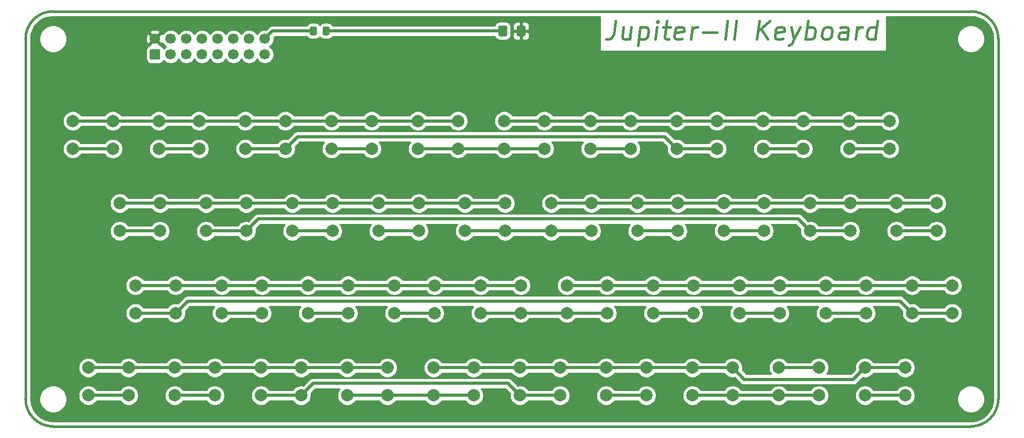
<source format=gbr>
G04 #@! TF.GenerationSoftware,KiCad,Pcbnew,(5.1.6)-1*
G04 #@! TF.CreationDate,2020-06-11T13:25:02-03:00*
G04 #@! TF.ProjectId,Jupiter-II_keyboard,4a757069-7465-4722-9d49-495f6b657962,rev?*
G04 #@! TF.SameCoordinates,Original*
G04 #@! TF.FileFunction,Copper,L1,Top*
G04 #@! TF.FilePolarity,Positive*
%FSLAX46Y46*%
G04 Gerber Fmt 4.6, Leading zero omitted, Abs format (unit mm)*
G04 Created by KiCad (PCBNEW (5.1.6)-1) date 2020-06-11 13:25:02*
%MOMM*%
%LPD*%
G01*
G04 APERTURE LIST*
G04 #@! TA.AperFunction,NonConductor*
%ADD10C,0.400000*%
G04 #@! TD*
G04 #@! TA.AperFunction,Profile*
%ADD11C,0.381000*%
G04 #@! TD*
G04 #@! TA.AperFunction,ComponentPad*
%ADD12C,2.000000*%
G04 #@! TD*
G04 #@! TA.AperFunction,ComponentPad*
%ADD13C,1.700000*%
G04 #@! TD*
G04 #@! TA.AperFunction,Conductor*
%ADD14C,0.508000*%
G04 #@! TD*
G04 #@! TA.AperFunction,Conductor*
%ADD15C,0.254000*%
G04 #@! TD*
G04 APERTURE END LIST*
D10*
X146298392Y-47252142D02*
X146030535Y-49395000D01*
X145834107Y-49823571D01*
X145512678Y-50109285D01*
X145066250Y-50252142D01*
X144780535Y-50252142D01*
X148887678Y-48252142D02*
X148637678Y-50252142D01*
X147601964Y-48252142D02*
X147405535Y-49823571D01*
X147512678Y-50109285D01*
X147780535Y-50252142D01*
X148209107Y-50252142D01*
X148512678Y-50109285D01*
X148673392Y-49966428D01*
X150316250Y-48252142D02*
X149941250Y-51252142D01*
X150298392Y-48395000D02*
X150601964Y-48252142D01*
X151173392Y-48252142D01*
X151441250Y-48395000D01*
X151566250Y-48537857D01*
X151673392Y-48823571D01*
X151566250Y-49680714D01*
X151387678Y-49966428D01*
X151226964Y-50109285D01*
X150923392Y-50252142D01*
X150351964Y-50252142D01*
X150084107Y-50109285D01*
X152780535Y-50252142D02*
X153030535Y-48252142D01*
X153155535Y-47252142D02*
X152994821Y-47395000D01*
X153119821Y-47537857D01*
X153280535Y-47395000D01*
X153155535Y-47252142D01*
X153119821Y-47537857D01*
X154030535Y-48252142D02*
X155173392Y-48252142D01*
X154584107Y-47252142D02*
X154262678Y-49823571D01*
X154369821Y-50109285D01*
X154637678Y-50252142D01*
X154923392Y-50252142D01*
X157084107Y-50109285D02*
X156780535Y-50252142D01*
X156209107Y-50252142D01*
X155941250Y-50109285D01*
X155834107Y-49823571D01*
X155976964Y-48680714D01*
X156155535Y-48395000D01*
X156459107Y-48252142D01*
X157030535Y-48252142D01*
X157298392Y-48395000D01*
X157405535Y-48680714D01*
X157369821Y-48966428D01*
X155905535Y-49252142D01*
X158494821Y-50252142D02*
X158744821Y-48252142D01*
X158673392Y-48823571D02*
X158851964Y-48537857D01*
X159012678Y-48395000D01*
X159316250Y-48252142D01*
X159601964Y-48252142D01*
X160494821Y-49109285D02*
X162780535Y-49109285D01*
X164066250Y-50252142D02*
X164441250Y-47252142D01*
X165494821Y-50252142D02*
X165869821Y-47252142D01*
X169209107Y-50252142D02*
X169584107Y-47252142D01*
X170923392Y-50252142D02*
X169851964Y-48537857D01*
X171298392Y-47252142D02*
X169369821Y-48966428D01*
X173369821Y-50109285D02*
X173066250Y-50252142D01*
X172494821Y-50252142D01*
X172226964Y-50109285D01*
X172119821Y-49823571D01*
X172262678Y-48680714D01*
X172441250Y-48395000D01*
X172744821Y-48252142D01*
X173316250Y-48252142D01*
X173584107Y-48395000D01*
X173691250Y-48680714D01*
X173655535Y-48966428D01*
X172191250Y-49252142D01*
X174744821Y-48252142D02*
X175209107Y-50252142D01*
X176173392Y-48252142D02*
X175209107Y-50252142D01*
X174834107Y-50966428D01*
X174673392Y-51109285D01*
X174369821Y-51252142D01*
X177066250Y-50252142D02*
X177441250Y-47252142D01*
X177298392Y-48395000D02*
X177601964Y-48252142D01*
X178173392Y-48252142D01*
X178441250Y-48395000D01*
X178566250Y-48537857D01*
X178673392Y-48823571D01*
X178566250Y-49680714D01*
X178387678Y-49966428D01*
X178226964Y-50109285D01*
X177923392Y-50252142D01*
X177351964Y-50252142D01*
X177084107Y-50109285D01*
X180209107Y-50252142D02*
X179941250Y-50109285D01*
X179816250Y-49966428D01*
X179709107Y-49680714D01*
X179816250Y-48823571D01*
X179994821Y-48537857D01*
X180155535Y-48395000D01*
X180459107Y-48252142D01*
X180887678Y-48252142D01*
X181155535Y-48395000D01*
X181280535Y-48537857D01*
X181387678Y-48823571D01*
X181280535Y-49680714D01*
X181101964Y-49966428D01*
X180941250Y-50109285D01*
X180637678Y-50252142D01*
X180209107Y-50252142D01*
X183780535Y-50252142D02*
X183976964Y-48680714D01*
X183869821Y-48395000D01*
X183601964Y-48252142D01*
X183030535Y-48252142D01*
X182726964Y-48395000D01*
X183798392Y-50109285D02*
X183494821Y-50252142D01*
X182780535Y-50252142D01*
X182512678Y-50109285D01*
X182405535Y-49823571D01*
X182441250Y-49537857D01*
X182619821Y-49252142D01*
X182923392Y-49109285D01*
X183637678Y-49109285D01*
X183941250Y-48966428D01*
X185209107Y-50252142D02*
X185459107Y-48252142D01*
X185387678Y-48823571D02*
X185566250Y-48537857D01*
X185726964Y-48395000D01*
X186030535Y-48252142D01*
X186316250Y-48252142D01*
X188351964Y-50252142D02*
X188726964Y-47252142D01*
X188369821Y-50109285D02*
X188066250Y-50252142D01*
X187494821Y-50252142D01*
X187226964Y-50109285D01*
X187101964Y-49966428D01*
X186994821Y-49680714D01*
X187101964Y-48823571D01*
X187280535Y-48537857D01*
X187441250Y-48395000D01*
X187744821Y-48252142D01*
X188316250Y-48252142D01*
X188584107Y-48395000D01*
D11*
X208280000Y-50165000D02*
X208280000Y-108585000D01*
X55245000Y-113030000D02*
G75*
G02*
X50800000Y-108585000I0J4445000D01*
G01*
X208280000Y-108585000D02*
G75*
G02*
X203835000Y-113030000I-4445000J0D01*
G01*
X203835000Y-45720000D02*
G75*
G02*
X208280000Y-50165000I0J-4445000D01*
G01*
X50800000Y-50165000D02*
G75*
G02*
X55245000Y-45720000I4445000J0D01*
G01*
X50800000Y-108585000D02*
X50800000Y-50165000D01*
X203835000Y-113030000D02*
X55245000Y-113030000D01*
X55245000Y-45720000D02*
X203835000Y-45720000D01*
D12*
X193190000Y-103505000D03*
X193190000Y-108005000D03*
X186690000Y-103505000D03*
X186690000Y-108005000D03*
X165250000Y-103505000D03*
X165250000Y-108005000D03*
X158750000Y-103505000D03*
X158750000Y-108005000D03*
X151280000Y-103505000D03*
X151280000Y-108005000D03*
X144780000Y-103505000D03*
X144780000Y-108005000D03*
X137310000Y-103505000D03*
X137310000Y-108005000D03*
X130810000Y-103505000D03*
X130810000Y-108005000D03*
X123340000Y-103505000D03*
X123340000Y-108005000D03*
X116840000Y-103505000D03*
X116840000Y-108005000D03*
X109370000Y-103505000D03*
X109370000Y-108005000D03*
X102870000Y-103505000D03*
X102870000Y-108005000D03*
X95400000Y-103505000D03*
X95400000Y-108005000D03*
X88900000Y-103505000D03*
X88900000Y-108005000D03*
X81430000Y-103505000D03*
X81430000Y-108005000D03*
X74930000Y-103505000D03*
X74930000Y-108005000D03*
X179220000Y-103505000D03*
X179220000Y-108005000D03*
X172720000Y-103505000D03*
X172720000Y-108005000D03*
X67460000Y-103505000D03*
X67460000Y-108005000D03*
X60960000Y-103505000D03*
X60960000Y-108005000D03*
X200810000Y-90170000D03*
X200810000Y-94670000D03*
X194310000Y-90170000D03*
X194310000Y-94670000D03*
X186840000Y-90170000D03*
X186840000Y-94670000D03*
X180340000Y-90170000D03*
X180340000Y-94670000D03*
X172870000Y-90170000D03*
X172870000Y-94670000D03*
X166370000Y-90170000D03*
X166370000Y-94670000D03*
X158900000Y-90170000D03*
X158900000Y-94670000D03*
X152400000Y-90170000D03*
X152400000Y-94670000D03*
X144930000Y-90170000D03*
X144930000Y-94670000D03*
X138430000Y-90170000D03*
X138430000Y-94670000D03*
X130960000Y-90170000D03*
X130960000Y-94670000D03*
X124460000Y-90170000D03*
X124460000Y-94670000D03*
X116990000Y-90170000D03*
X116990000Y-94670000D03*
X110490000Y-90170000D03*
X110490000Y-94670000D03*
X103020000Y-90170000D03*
X103020000Y-94670000D03*
X96520000Y-90170000D03*
X96520000Y-94670000D03*
X89050000Y-90170000D03*
X89050000Y-94670000D03*
X82550000Y-90170000D03*
X82550000Y-94670000D03*
X75080000Y-90170000D03*
X75080000Y-94670000D03*
X68580000Y-90170000D03*
X68580000Y-94670000D03*
X198270000Y-76835000D03*
X198270000Y-81335000D03*
X191770000Y-76835000D03*
X191770000Y-81335000D03*
X184300000Y-76835000D03*
X184300000Y-81335000D03*
X177800000Y-76835000D03*
X177800000Y-81335000D03*
X170330000Y-76835000D03*
X170330000Y-81335000D03*
X163830000Y-76835000D03*
X163830000Y-81335000D03*
X156360000Y-76835000D03*
X156360000Y-81335000D03*
X149860000Y-76835000D03*
X149860000Y-81335000D03*
X142390000Y-76835000D03*
X142390000Y-81335000D03*
X135890000Y-76835000D03*
X135890000Y-81335000D03*
X128420000Y-76835000D03*
X128420000Y-81335000D03*
X121920000Y-76835000D03*
X121920000Y-81335000D03*
X114450000Y-76835000D03*
X114450000Y-81335000D03*
X107950000Y-76835000D03*
X107950000Y-81335000D03*
X100480000Y-76835000D03*
X100480000Y-81335000D03*
X93980000Y-76835000D03*
X93980000Y-81335000D03*
X86510000Y-76835000D03*
X86510000Y-81335000D03*
X80010000Y-76835000D03*
X80010000Y-81335000D03*
X72540000Y-76835000D03*
X72540000Y-81335000D03*
X66040000Y-76835000D03*
X66040000Y-81335000D03*
X190650000Y-63500000D03*
X190650000Y-68000000D03*
X184150000Y-63500000D03*
X184150000Y-68000000D03*
X176680000Y-63500000D03*
X176680000Y-68000000D03*
X170180000Y-63500000D03*
X170180000Y-68000000D03*
X162710000Y-63500000D03*
X162710000Y-68000000D03*
X156210000Y-63500000D03*
X156210000Y-68000000D03*
X148740000Y-63500000D03*
X148740000Y-68000000D03*
X142240000Y-63500000D03*
X142240000Y-68000000D03*
X134770000Y-63500000D03*
X134770000Y-68000000D03*
X128270000Y-63500000D03*
X128270000Y-68000000D03*
X120800000Y-63500000D03*
X120800000Y-68000000D03*
X114300000Y-63500000D03*
X114300000Y-68000000D03*
X106830000Y-63500000D03*
X106830000Y-68000000D03*
X100330000Y-63500000D03*
X100330000Y-68000000D03*
X92860000Y-63500000D03*
X92860000Y-68000000D03*
X86360000Y-63500000D03*
X86360000Y-68000000D03*
X78890000Y-63500000D03*
X78890000Y-68000000D03*
X72390000Y-63500000D03*
X72390000Y-68000000D03*
X64920000Y-63500000D03*
X64920000Y-68000000D03*
X58420000Y-63500000D03*
X58420000Y-68000000D03*
D13*
X89535000Y-50165000D03*
X86995000Y-50165000D03*
X84455000Y-50165000D03*
X81915000Y-50165000D03*
X79375000Y-50165000D03*
X76835000Y-50165000D03*
X74295000Y-50165000D03*
X71755000Y-50165000D03*
X89535000Y-52705000D03*
X86995000Y-52705000D03*
X84455000Y-52705000D03*
X81915000Y-52705000D03*
X79375000Y-52705000D03*
X76835000Y-52705000D03*
X74295000Y-52705000D03*
G04 #@! TA.AperFunction,ComponentPad*
G36*
G01*
X72355000Y-53555000D02*
X71155000Y-53555000D01*
G75*
G02*
X70905000Y-53305000I0J250000D01*
G01*
X70905000Y-52105000D01*
G75*
G02*
X71155000Y-51855000I250000J0D01*
G01*
X72355000Y-51855000D01*
G75*
G02*
X72605000Y-52105000I0J-250000D01*
G01*
X72605000Y-53305000D01*
G75*
G02*
X72355000Y-53555000I-250000J0D01*
G01*
G37*
G04 #@! TD.AperFunction*
G04 #@! TA.AperFunction,SMDPad,CuDef*
G36*
G01*
X98875000Y-49345001D02*
X98875000Y-48444999D01*
G75*
G02*
X99124999Y-48195000I249999J0D01*
G01*
X99775001Y-48195000D01*
G75*
G02*
X100025000Y-48444999I0J-249999D01*
G01*
X100025000Y-49345001D01*
G75*
G02*
X99775001Y-49595000I-249999J0D01*
G01*
X99124999Y-49595000D01*
G75*
G02*
X98875000Y-49345001I0J249999D01*
G01*
G37*
G04 #@! TD.AperFunction*
G04 #@! TA.AperFunction,SMDPad,CuDef*
G36*
G01*
X96825000Y-49345001D02*
X96825000Y-48444999D01*
G75*
G02*
X97074999Y-48195000I249999J0D01*
G01*
X97725001Y-48195000D01*
G75*
G02*
X97975000Y-48444999I0J-249999D01*
G01*
X97975000Y-49345001D01*
G75*
G02*
X97725001Y-49595000I-249999J0D01*
G01*
X97074999Y-49595000D01*
G75*
G02*
X96825000Y-49345001I0J249999D01*
G01*
G37*
G04 #@! TD.AperFunction*
G04 #@! TA.AperFunction,SMDPad,CuDef*
G36*
G01*
X128765000Y-48270000D02*
X128765000Y-49520000D01*
G75*
G02*
X128515000Y-49770000I-250000J0D01*
G01*
X127590000Y-49770000D01*
G75*
G02*
X127340000Y-49520000I0J250000D01*
G01*
X127340000Y-48270000D01*
G75*
G02*
X127590000Y-48020000I250000J0D01*
G01*
X128515000Y-48020000D01*
G75*
G02*
X128765000Y-48270000I0J-250000D01*
G01*
G37*
G04 #@! TD.AperFunction*
G04 #@! TA.AperFunction,SMDPad,CuDef*
G36*
G01*
X131740000Y-48270000D02*
X131740000Y-49520000D01*
G75*
G02*
X131490000Y-49770000I-250000J0D01*
G01*
X130565000Y-49770000D01*
G75*
G02*
X130315000Y-49520000I0J250000D01*
G01*
X130315000Y-48270000D01*
G75*
G02*
X130565000Y-48020000I250000J0D01*
G01*
X131490000Y-48020000D01*
G75*
G02*
X131740000Y-48270000I0J-250000D01*
G01*
G37*
G04 #@! TD.AperFunction*
D14*
X196855787Y-81335000D02*
X191770000Y-81335000D01*
X198270000Y-81335000D02*
X196855787Y-81335000D01*
X194310000Y-94670000D02*
X200810000Y-94670000D01*
X184150000Y-68000000D02*
X190650000Y-68000000D01*
X191775787Y-108005000D02*
X186690000Y-108005000D01*
X193190000Y-108005000D02*
X191775787Y-108005000D01*
X66045787Y-108005000D02*
X60960000Y-108005000D01*
X67460000Y-108005000D02*
X66045787Y-108005000D01*
X63505787Y-68000000D02*
X58420000Y-68000000D01*
X64920000Y-68000000D02*
X63505787Y-68000000D01*
X71125787Y-81335000D02*
X66040000Y-81335000D01*
X72540000Y-81335000D02*
X71125787Y-81335000D01*
X73665787Y-94670000D02*
X68580000Y-94670000D01*
X75080000Y-94670000D02*
X73665787Y-94670000D01*
X75080000Y-94670000D02*
X77040000Y-92710000D01*
X192350000Y-92710000D02*
X194310000Y-94670000D01*
X77040000Y-92710000D02*
X192350000Y-92710000D01*
X172720000Y-108005000D02*
X165250000Y-108005000D01*
X185425787Y-94670000D02*
X180340000Y-94670000D01*
X186840000Y-94670000D02*
X185425787Y-94670000D01*
X182885787Y-81335000D02*
X177800000Y-81335000D01*
X184300000Y-81335000D02*
X182885787Y-81335000D01*
X170180000Y-68000000D02*
X176680000Y-68000000D01*
X177805787Y-108005000D02*
X172720000Y-108005000D01*
X179220000Y-108005000D02*
X177805787Y-108005000D01*
X163835787Y-108005000D02*
X158750000Y-108005000D01*
X165250000Y-108005000D02*
X163835787Y-108005000D01*
X72390000Y-68000000D02*
X78890000Y-68000000D01*
X85095787Y-81335000D02*
X80010000Y-81335000D01*
X86510000Y-81335000D02*
X85095787Y-81335000D01*
X87635787Y-94670000D02*
X82550000Y-94670000D01*
X89050000Y-94670000D02*
X87635787Y-94670000D01*
X86510000Y-81335000D02*
X88470000Y-79375000D01*
X175840000Y-79375000D02*
X177800000Y-81335000D01*
X88470000Y-79375000D02*
X175840000Y-79375000D01*
X161295787Y-68000000D02*
X156210000Y-68000000D01*
X162710000Y-68000000D02*
X161295787Y-68000000D01*
X163830000Y-81335000D02*
X170330000Y-81335000D01*
X166370000Y-94670000D02*
X172870000Y-94670000D01*
X149865787Y-108005000D02*
X144780000Y-108005000D01*
X151280000Y-108005000D02*
X149865787Y-108005000D01*
X80015787Y-108005000D02*
X74930000Y-108005000D01*
X81430000Y-108005000D02*
X80015787Y-108005000D01*
X91445787Y-68000000D02*
X86360000Y-68000000D01*
X92860000Y-68000000D02*
X91445787Y-68000000D01*
X99065787Y-81335000D02*
X93980000Y-81335000D01*
X100480000Y-81335000D02*
X99065787Y-81335000D01*
X101605787Y-94670000D02*
X96520000Y-94670000D01*
X103020000Y-94670000D02*
X101605787Y-94670000D01*
X92860000Y-68000000D02*
X94820000Y-66040000D01*
X154250000Y-66040000D02*
X156210000Y-68000000D01*
X94820000Y-66040000D02*
X154250000Y-66040000D01*
X95400000Y-108005000D02*
X97360000Y-106045000D01*
X128850000Y-106045000D02*
X130810000Y-108005000D01*
X97360000Y-106045000D02*
X128850000Y-106045000D01*
X152400000Y-94670000D02*
X158900000Y-94670000D01*
X135895787Y-108005000D02*
X130810000Y-108005000D01*
X137310000Y-108005000D02*
X135895787Y-108005000D01*
X88900000Y-108005000D02*
X95400000Y-108005000D01*
X142240000Y-68000000D02*
X148740000Y-68000000D01*
X100330000Y-68000000D02*
X106830000Y-68000000D01*
X113035787Y-81335000D02*
X107950000Y-81335000D01*
X114450000Y-81335000D02*
X113035787Y-81335000D01*
X115575787Y-94670000D02*
X110490000Y-94670000D01*
X116990000Y-94670000D02*
X115575787Y-94670000D01*
X149860000Y-81335000D02*
X156360000Y-81335000D01*
X120800000Y-68000000D02*
X128270000Y-68000000D01*
X128420000Y-81335000D02*
X135890000Y-81335000D01*
X130960000Y-94670000D02*
X138430000Y-94670000D01*
X109370000Y-108005000D02*
X116840000Y-108005000D01*
X107955787Y-108005000D02*
X102870000Y-108005000D01*
X109370000Y-108005000D02*
X107955787Y-108005000D01*
X121925787Y-108005000D02*
X116840000Y-108005000D01*
X123340000Y-108005000D02*
X121925787Y-108005000D01*
X128270000Y-68000000D02*
X134770000Y-68000000D01*
X119385787Y-68000000D02*
X114300000Y-68000000D01*
X120800000Y-68000000D02*
X119385787Y-68000000D01*
X129545787Y-94670000D02*
X124460000Y-94670000D01*
X130960000Y-94670000D02*
X129545787Y-94670000D01*
X143515787Y-94670000D02*
X138430000Y-94670000D01*
X144930000Y-94670000D02*
X143515787Y-94670000D01*
X135890000Y-81335000D02*
X142390000Y-81335000D01*
X121920000Y-81335000D02*
X128420000Y-81335000D01*
X99450000Y-48895000D02*
X128052500Y-48895000D01*
X90805000Y-48895000D02*
X89535000Y-50165000D01*
X97400000Y-48895000D02*
X90805000Y-48895000D01*
X64920000Y-63500000D02*
X72390000Y-63500000D01*
X92860000Y-63500000D02*
X100330000Y-63500000D01*
X106830000Y-63500000D02*
X114300000Y-63500000D01*
X58420000Y-63500000D02*
X64920000Y-63500000D01*
X72390000Y-63500000D02*
X78890000Y-63500000D01*
X86360000Y-63500000D02*
X92860000Y-63500000D01*
X106830000Y-63500000D02*
X100330000Y-63500000D01*
X114300000Y-63500000D02*
X120800000Y-63500000D01*
X78890000Y-63500000D02*
X86360000Y-63500000D01*
X134770000Y-63500000D02*
X142240000Y-63500000D01*
X148740000Y-63500000D02*
X156210000Y-63500000D01*
X162710000Y-63500000D02*
X170180000Y-63500000D01*
X176680000Y-63500000D02*
X184150000Y-63500000D01*
X184150000Y-63500000D02*
X190650000Y-63500000D01*
X170180000Y-63500000D02*
X176680000Y-63500000D01*
X156210000Y-63500000D02*
X162710000Y-63500000D01*
X134770000Y-63500000D02*
X128270000Y-63500000D01*
X142240000Y-63500000D02*
X148740000Y-63500000D01*
X72540000Y-76835000D02*
X80010000Y-76835000D01*
X86510000Y-76835000D02*
X93980000Y-76835000D01*
X100480000Y-76835000D02*
X107950000Y-76835000D01*
X114450000Y-76835000D02*
X121920000Y-76835000D01*
X128420000Y-76835000D02*
X121920000Y-76835000D01*
X107950000Y-76835000D02*
X114450000Y-76835000D01*
X93980000Y-76835000D02*
X100480000Y-76835000D01*
X80010000Y-76835000D02*
X86510000Y-76835000D01*
X66040000Y-76835000D02*
X72540000Y-76835000D01*
X142390000Y-76835000D02*
X149860000Y-76835000D01*
X156360000Y-76835000D02*
X163830000Y-76835000D01*
X170330000Y-76835000D02*
X177800000Y-76835000D01*
X184300000Y-76835000D02*
X191770000Y-76835000D01*
X191770000Y-76835000D02*
X198270000Y-76835000D01*
X177800000Y-76835000D02*
X184300000Y-76835000D01*
X163830000Y-76835000D02*
X170330000Y-76835000D01*
X135890000Y-76835000D02*
X142390000Y-76835000D01*
X149860000Y-76835000D02*
X156360000Y-76835000D01*
X116990000Y-90170000D02*
X124460000Y-90170000D01*
X103020000Y-90170000D02*
X110490000Y-90170000D01*
X96520000Y-90170000D02*
X89050000Y-90170000D01*
X75080000Y-90170000D02*
X82550000Y-90170000D01*
X68580000Y-90170000D02*
X75080000Y-90170000D01*
X82550000Y-90170000D02*
X89050000Y-90170000D01*
X96520000Y-90170000D02*
X103020000Y-90170000D01*
X110490000Y-90170000D02*
X116990000Y-90170000D01*
X124460000Y-90170000D02*
X130960000Y-90170000D01*
X194310000Y-90170000D02*
X186840000Y-90170000D01*
X180340000Y-90170000D02*
X172870000Y-90170000D01*
X166370000Y-90170000D02*
X158900000Y-90170000D01*
X144930000Y-90170000D02*
X152400000Y-90170000D01*
X200810000Y-90170000D02*
X194310000Y-90170000D01*
X180340000Y-90170000D02*
X186840000Y-90170000D01*
X171455787Y-90170000D02*
X166370000Y-90170000D01*
X172870000Y-90170000D02*
X171455787Y-90170000D01*
X158900000Y-90170000D02*
X152400000Y-90170000D01*
X138430000Y-90170000D02*
X144930000Y-90170000D01*
X102870000Y-103505000D02*
X95400000Y-103505000D01*
X67460000Y-103505000D02*
X74930000Y-103505000D01*
X81430000Y-103505000D02*
X88900000Y-103505000D01*
X172720000Y-103505000D02*
X179220000Y-103505000D01*
X102870000Y-103505000D02*
X109370000Y-103505000D01*
X95400000Y-103505000D02*
X88900000Y-103505000D01*
X60960000Y-103505000D02*
X67460000Y-103505000D01*
X74930000Y-103505000D02*
X81430000Y-103505000D01*
X151280000Y-103505000D02*
X158750000Y-103505000D01*
X137310000Y-103505000D02*
X144780000Y-103505000D01*
X123340000Y-103505000D02*
X130810000Y-103505000D01*
X165250000Y-103505000D02*
X167155000Y-105410000D01*
X184785000Y-105410000D02*
X186690000Y-103505000D01*
X167155000Y-105410000D02*
X184785000Y-105410000D01*
X158750000Y-103505000D02*
X165250000Y-103505000D01*
X186690000Y-103505000D02*
X193190000Y-103505000D01*
X144780000Y-103505000D02*
X151280000Y-103505000D01*
X130810000Y-103505000D02*
X137310000Y-103505000D01*
X116840000Y-103505000D02*
X123340000Y-103505000D01*
D15*
G36*
X143812857Y-52170000D02*
G01*
X190197143Y-52170000D01*
X190197143Y-49944872D01*
X201600000Y-49944872D01*
X201600000Y-50385128D01*
X201685890Y-50816925D01*
X201854369Y-51223669D01*
X202098962Y-51589729D01*
X202410271Y-51901038D01*
X202776331Y-52145631D01*
X203183075Y-52314110D01*
X203614872Y-52400000D01*
X204055128Y-52400000D01*
X204486925Y-52314110D01*
X204893669Y-52145631D01*
X205259729Y-51901038D01*
X205571038Y-51589729D01*
X205815631Y-51223669D01*
X205984110Y-50816925D01*
X206070000Y-50385128D01*
X206070000Y-49944872D01*
X205984110Y-49513075D01*
X205815631Y-49106331D01*
X205571038Y-48740271D01*
X205259729Y-48428962D01*
X204893669Y-48184369D01*
X204486925Y-48015890D01*
X204055128Y-47930000D01*
X203614872Y-47930000D01*
X203183075Y-48015890D01*
X202776331Y-48184369D01*
X202410271Y-48428962D01*
X202098962Y-48740271D01*
X201854369Y-49106331D01*
X201685890Y-49513075D01*
X201600000Y-49944872D01*
X190197143Y-49944872D01*
X190197143Y-46545500D01*
X203795712Y-46545500D01*
X204518721Y-46614482D01*
X205177774Y-46807826D01*
X205788377Y-47122308D01*
X206328491Y-47546572D01*
X206778640Y-48065323D01*
X207122573Y-48659832D01*
X207347880Y-49308651D01*
X207450646Y-50017417D01*
X207454500Y-50175105D01*
X207454501Y-108545701D01*
X207385518Y-109268721D01*
X207192174Y-109927776D01*
X206877694Y-110538373D01*
X206453428Y-111078491D01*
X205934677Y-111528640D01*
X205340170Y-111872571D01*
X204691348Y-112097881D01*
X203982583Y-112200646D01*
X203824895Y-112204500D01*
X55284288Y-112204500D01*
X54561279Y-112135518D01*
X53902224Y-111942174D01*
X53291627Y-111627694D01*
X52751509Y-111203428D01*
X52301360Y-110684677D01*
X51957429Y-110090170D01*
X51732119Y-109441348D01*
X51629354Y-108732583D01*
X51625500Y-108574895D01*
X51625500Y-108364872D01*
X53010000Y-108364872D01*
X53010000Y-108805128D01*
X53095890Y-109236925D01*
X53264369Y-109643669D01*
X53508962Y-110009729D01*
X53820271Y-110321038D01*
X54186331Y-110565631D01*
X54593075Y-110734110D01*
X55024872Y-110820000D01*
X55465128Y-110820000D01*
X55896925Y-110734110D01*
X56303669Y-110565631D01*
X56669729Y-110321038D01*
X56981038Y-110009729D01*
X57225631Y-109643669D01*
X57394110Y-109236925D01*
X57480000Y-108805128D01*
X57480000Y-108364872D01*
X57394110Y-107933075D01*
X57357201Y-107843967D01*
X59325000Y-107843967D01*
X59325000Y-108166033D01*
X59387832Y-108481912D01*
X59511082Y-108779463D01*
X59690013Y-109047252D01*
X59917748Y-109274987D01*
X60185537Y-109453918D01*
X60483088Y-109577168D01*
X60798967Y-109640000D01*
X61121033Y-109640000D01*
X61436912Y-109577168D01*
X61734463Y-109453918D01*
X62002252Y-109274987D01*
X62229987Y-109047252D01*
X62332387Y-108894000D01*
X66087613Y-108894000D01*
X66190013Y-109047252D01*
X66417748Y-109274987D01*
X66685537Y-109453918D01*
X66983088Y-109577168D01*
X67298967Y-109640000D01*
X67621033Y-109640000D01*
X67936912Y-109577168D01*
X68234463Y-109453918D01*
X68502252Y-109274987D01*
X68729987Y-109047252D01*
X68908918Y-108779463D01*
X69032168Y-108481912D01*
X69095000Y-108166033D01*
X69095000Y-107843967D01*
X73295000Y-107843967D01*
X73295000Y-108166033D01*
X73357832Y-108481912D01*
X73481082Y-108779463D01*
X73660013Y-109047252D01*
X73887748Y-109274987D01*
X74155537Y-109453918D01*
X74453088Y-109577168D01*
X74768967Y-109640000D01*
X75091033Y-109640000D01*
X75406912Y-109577168D01*
X75704463Y-109453918D01*
X75972252Y-109274987D01*
X76199987Y-109047252D01*
X76302387Y-108894000D01*
X80057613Y-108894000D01*
X80160013Y-109047252D01*
X80387748Y-109274987D01*
X80655537Y-109453918D01*
X80953088Y-109577168D01*
X81268967Y-109640000D01*
X81591033Y-109640000D01*
X81906912Y-109577168D01*
X82204463Y-109453918D01*
X82472252Y-109274987D01*
X82699987Y-109047252D01*
X82878918Y-108779463D01*
X83002168Y-108481912D01*
X83065000Y-108166033D01*
X83065000Y-107843967D01*
X87265000Y-107843967D01*
X87265000Y-108166033D01*
X87327832Y-108481912D01*
X87451082Y-108779463D01*
X87630013Y-109047252D01*
X87857748Y-109274987D01*
X88125537Y-109453918D01*
X88423088Y-109577168D01*
X88738967Y-109640000D01*
X89061033Y-109640000D01*
X89376912Y-109577168D01*
X89674463Y-109453918D01*
X89942252Y-109274987D01*
X90169987Y-109047252D01*
X90272387Y-108894000D01*
X94027613Y-108894000D01*
X94130013Y-109047252D01*
X94357748Y-109274987D01*
X94625537Y-109453918D01*
X94923088Y-109577168D01*
X95238967Y-109640000D01*
X95561033Y-109640000D01*
X95876912Y-109577168D01*
X96174463Y-109453918D01*
X96442252Y-109274987D01*
X96669987Y-109047252D01*
X96848918Y-108779463D01*
X96972168Y-108481912D01*
X97035000Y-108166033D01*
X97035000Y-107843967D01*
X96999042Y-107663193D01*
X97728236Y-106934000D01*
X101628761Y-106934000D01*
X101600013Y-106962748D01*
X101421082Y-107230537D01*
X101297832Y-107528088D01*
X101235000Y-107843967D01*
X101235000Y-108166033D01*
X101297832Y-108481912D01*
X101421082Y-108779463D01*
X101600013Y-109047252D01*
X101827748Y-109274987D01*
X102095537Y-109453918D01*
X102393088Y-109577168D01*
X102708967Y-109640000D01*
X103031033Y-109640000D01*
X103346912Y-109577168D01*
X103644463Y-109453918D01*
X103912252Y-109274987D01*
X104139987Y-109047252D01*
X104242387Y-108894000D01*
X107997613Y-108894000D01*
X108100013Y-109047252D01*
X108327748Y-109274987D01*
X108595537Y-109453918D01*
X108893088Y-109577168D01*
X109208967Y-109640000D01*
X109531033Y-109640000D01*
X109846912Y-109577168D01*
X110144463Y-109453918D01*
X110412252Y-109274987D01*
X110639987Y-109047252D01*
X110742387Y-108894000D01*
X115467613Y-108894000D01*
X115570013Y-109047252D01*
X115797748Y-109274987D01*
X116065537Y-109453918D01*
X116363088Y-109577168D01*
X116678967Y-109640000D01*
X117001033Y-109640000D01*
X117316912Y-109577168D01*
X117614463Y-109453918D01*
X117882252Y-109274987D01*
X118109987Y-109047252D01*
X118212387Y-108894000D01*
X121967613Y-108894000D01*
X122070013Y-109047252D01*
X122297748Y-109274987D01*
X122565537Y-109453918D01*
X122863088Y-109577168D01*
X123178967Y-109640000D01*
X123501033Y-109640000D01*
X123816912Y-109577168D01*
X124114463Y-109453918D01*
X124382252Y-109274987D01*
X124609987Y-109047252D01*
X124788918Y-108779463D01*
X124912168Y-108481912D01*
X124975000Y-108166033D01*
X124975000Y-107843967D01*
X124912168Y-107528088D01*
X124788918Y-107230537D01*
X124609987Y-106962748D01*
X124581239Y-106934000D01*
X128481765Y-106934000D01*
X129210958Y-107663193D01*
X129175000Y-107843967D01*
X129175000Y-108166033D01*
X129237832Y-108481912D01*
X129361082Y-108779463D01*
X129540013Y-109047252D01*
X129767748Y-109274987D01*
X130035537Y-109453918D01*
X130333088Y-109577168D01*
X130648967Y-109640000D01*
X130971033Y-109640000D01*
X131286912Y-109577168D01*
X131584463Y-109453918D01*
X131852252Y-109274987D01*
X132079987Y-109047252D01*
X132182387Y-108894000D01*
X135937613Y-108894000D01*
X136040013Y-109047252D01*
X136267748Y-109274987D01*
X136535537Y-109453918D01*
X136833088Y-109577168D01*
X137148967Y-109640000D01*
X137471033Y-109640000D01*
X137786912Y-109577168D01*
X138084463Y-109453918D01*
X138352252Y-109274987D01*
X138579987Y-109047252D01*
X138758918Y-108779463D01*
X138882168Y-108481912D01*
X138945000Y-108166033D01*
X138945000Y-107843967D01*
X143145000Y-107843967D01*
X143145000Y-108166033D01*
X143207832Y-108481912D01*
X143331082Y-108779463D01*
X143510013Y-109047252D01*
X143737748Y-109274987D01*
X144005537Y-109453918D01*
X144303088Y-109577168D01*
X144618967Y-109640000D01*
X144941033Y-109640000D01*
X145256912Y-109577168D01*
X145554463Y-109453918D01*
X145822252Y-109274987D01*
X146049987Y-109047252D01*
X146152387Y-108894000D01*
X149907613Y-108894000D01*
X150010013Y-109047252D01*
X150237748Y-109274987D01*
X150505537Y-109453918D01*
X150803088Y-109577168D01*
X151118967Y-109640000D01*
X151441033Y-109640000D01*
X151756912Y-109577168D01*
X152054463Y-109453918D01*
X152322252Y-109274987D01*
X152549987Y-109047252D01*
X152728918Y-108779463D01*
X152852168Y-108481912D01*
X152915000Y-108166033D01*
X152915000Y-107843967D01*
X157115000Y-107843967D01*
X157115000Y-108166033D01*
X157177832Y-108481912D01*
X157301082Y-108779463D01*
X157480013Y-109047252D01*
X157707748Y-109274987D01*
X157975537Y-109453918D01*
X158273088Y-109577168D01*
X158588967Y-109640000D01*
X158911033Y-109640000D01*
X159226912Y-109577168D01*
X159524463Y-109453918D01*
X159792252Y-109274987D01*
X160019987Y-109047252D01*
X160122387Y-108894000D01*
X163877613Y-108894000D01*
X163980013Y-109047252D01*
X164207748Y-109274987D01*
X164475537Y-109453918D01*
X164773088Y-109577168D01*
X165088967Y-109640000D01*
X165411033Y-109640000D01*
X165726912Y-109577168D01*
X166024463Y-109453918D01*
X166292252Y-109274987D01*
X166519987Y-109047252D01*
X166622387Y-108894000D01*
X171347613Y-108894000D01*
X171450013Y-109047252D01*
X171677748Y-109274987D01*
X171945537Y-109453918D01*
X172243088Y-109577168D01*
X172558967Y-109640000D01*
X172881033Y-109640000D01*
X173196912Y-109577168D01*
X173494463Y-109453918D01*
X173762252Y-109274987D01*
X173989987Y-109047252D01*
X174092387Y-108894000D01*
X177847613Y-108894000D01*
X177950013Y-109047252D01*
X178177748Y-109274987D01*
X178445537Y-109453918D01*
X178743088Y-109577168D01*
X179058967Y-109640000D01*
X179381033Y-109640000D01*
X179696912Y-109577168D01*
X179994463Y-109453918D01*
X180262252Y-109274987D01*
X180489987Y-109047252D01*
X180668918Y-108779463D01*
X180792168Y-108481912D01*
X180855000Y-108166033D01*
X180855000Y-107843967D01*
X185055000Y-107843967D01*
X185055000Y-108166033D01*
X185117832Y-108481912D01*
X185241082Y-108779463D01*
X185420013Y-109047252D01*
X185647748Y-109274987D01*
X185915537Y-109453918D01*
X186213088Y-109577168D01*
X186528967Y-109640000D01*
X186851033Y-109640000D01*
X187166912Y-109577168D01*
X187464463Y-109453918D01*
X187732252Y-109274987D01*
X187959987Y-109047252D01*
X188062387Y-108894000D01*
X191817613Y-108894000D01*
X191920013Y-109047252D01*
X192147748Y-109274987D01*
X192415537Y-109453918D01*
X192713088Y-109577168D01*
X193028967Y-109640000D01*
X193351033Y-109640000D01*
X193666912Y-109577168D01*
X193964463Y-109453918D01*
X194232252Y-109274987D01*
X194459987Y-109047252D01*
X194638918Y-108779463D01*
X194762168Y-108481912D01*
X194785448Y-108364872D01*
X201600000Y-108364872D01*
X201600000Y-108805128D01*
X201685890Y-109236925D01*
X201854369Y-109643669D01*
X202098962Y-110009729D01*
X202410271Y-110321038D01*
X202776331Y-110565631D01*
X203183075Y-110734110D01*
X203614872Y-110820000D01*
X204055128Y-110820000D01*
X204486925Y-110734110D01*
X204893669Y-110565631D01*
X205259729Y-110321038D01*
X205571038Y-110009729D01*
X205815631Y-109643669D01*
X205984110Y-109236925D01*
X206070000Y-108805128D01*
X206070000Y-108364872D01*
X205984110Y-107933075D01*
X205815631Y-107526331D01*
X205571038Y-107160271D01*
X205259729Y-106848962D01*
X204893669Y-106604369D01*
X204486925Y-106435890D01*
X204055128Y-106350000D01*
X203614872Y-106350000D01*
X203183075Y-106435890D01*
X202776331Y-106604369D01*
X202410271Y-106848962D01*
X202098962Y-107160271D01*
X201854369Y-107526331D01*
X201685890Y-107933075D01*
X201600000Y-108364872D01*
X194785448Y-108364872D01*
X194825000Y-108166033D01*
X194825000Y-107843967D01*
X194762168Y-107528088D01*
X194638918Y-107230537D01*
X194459987Y-106962748D01*
X194232252Y-106735013D01*
X193964463Y-106556082D01*
X193666912Y-106432832D01*
X193351033Y-106370000D01*
X193028967Y-106370000D01*
X192713088Y-106432832D01*
X192415537Y-106556082D01*
X192147748Y-106735013D01*
X191920013Y-106962748D01*
X191817613Y-107116000D01*
X188062387Y-107116000D01*
X187959987Y-106962748D01*
X187732252Y-106735013D01*
X187464463Y-106556082D01*
X187166912Y-106432832D01*
X186851033Y-106370000D01*
X186528967Y-106370000D01*
X186213088Y-106432832D01*
X185915537Y-106556082D01*
X185647748Y-106735013D01*
X185420013Y-106962748D01*
X185241082Y-107230537D01*
X185117832Y-107528088D01*
X185055000Y-107843967D01*
X180855000Y-107843967D01*
X180792168Y-107528088D01*
X180668918Y-107230537D01*
X180489987Y-106962748D01*
X180262252Y-106735013D01*
X179994463Y-106556082D01*
X179696912Y-106432832D01*
X179381033Y-106370000D01*
X179058967Y-106370000D01*
X178743088Y-106432832D01*
X178445537Y-106556082D01*
X178177748Y-106735013D01*
X177950013Y-106962748D01*
X177847613Y-107116000D01*
X174092387Y-107116000D01*
X173989987Y-106962748D01*
X173762252Y-106735013D01*
X173494463Y-106556082D01*
X173196912Y-106432832D01*
X172881033Y-106370000D01*
X172558967Y-106370000D01*
X172243088Y-106432832D01*
X171945537Y-106556082D01*
X171677748Y-106735013D01*
X171450013Y-106962748D01*
X171347613Y-107116000D01*
X166622387Y-107116000D01*
X166519987Y-106962748D01*
X166292252Y-106735013D01*
X166024463Y-106556082D01*
X165726912Y-106432832D01*
X165411033Y-106370000D01*
X165088967Y-106370000D01*
X164773088Y-106432832D01*
X164475537Y-106556082D01*
X164207748Y-106735013D01*
X163980013Y-106962748D01*
X163877613Y-107116000D01*
X160122387Y-107116000D01*
X160019987Y-106962748D01*
X159792252Y-106735013D01*
X159524463Y-106556082D01*
X159226912Y-106432832D01*
X158911033Y-106370000D01*
X158588967Y-106370000D01*
X158273088Y-106432832D01*
X157975537Y-106556082D01*
X157707748Y-106735013D01*
X157480013Y-106962748D01*
X157301082Y-107230537D01*
X157177832Y-107528088D01*
X157115000Y-107843967D01*
X152915000Y-107843967D01*
X152852168Y-107528088D01*
X152728918Y-107230537D01*
X152549987Y-106962748D01*
X152322252Y-106735013D01*
X152054463Y-106556082D01*
X151756912Y-106432832D01*
X151441033Y-106370000D01*
X151118967Y-106370000D01*
X150803088Y-106432832D01*
X150505537Y-106556082D01*
X150237748Y-106735013D01*
X150010013Y-106962748D01*
X149907613Y-107116000D01*
X146152387Y-107116000D01*
X146049987Y-106962748D01*
X145822252Y-106735013D01*
X145554463Y-106556082D01*
X145256912Y-106432832D01*
X144941033Y-106370000D01*
X144618967Y-106370000D01*
X144303088Y-106432832D01*
X144005537Y-106556082D01*
X143737748Y-106735013D01*
X143510013Y-106962748D01*
X143331082Y-107230537D01*
X143207832Y-107528088D01*
X143145000Y-107843967D01*
X138945000Y-107843967D01*
X138882168Y-107528088D01*
X138758918Y-107230537D01*
X138579987Y-106962748D01*
X138352252Y-106735013D01*
X138084463Y-106556082D01*
X137786912Y-106432832D01*
X137471033Y-106370000D01*
X137148967Y-106370000D01*
X136833088Y-106432832D01*
X136535537Y-106556082D01*
X136267748Y-106735013D01*
X136040013Y-106962748D01*
X135937613Y-107116000D01*
X132182387Y-107116000D01*
X132079987Y-106962748D01*
X131852252Y-106735013D01*
X131584463Y-106556082D01*
X131286912Y-106432832D01*
X130971033Y-106370000D01*
X130648967Y-106370000D01*
X130468193Y-106405958D01*
X129509499Y-105447264D01*
X129481659Y-105413341D01*
X129346291Y-105302247D01*
X129191851Y-105219697D01*
X129024274Y-105168864D01*
X128893667Y-105156000D01*
X128893660Y-105156000D01*
X128850000Y-105151700D01*
X128806340Y-105156000D01*
X97403668Y-105156000D01*
X97360000Y-105151699D01*
X97185725Y-105168864D01*
X97134892Y-105184284D01*
X97018149Y-105219697D01*
X96863709Y-105302247D01*
X96728341Y-105413341D01*
X96700506Y-105447258D01*
X95741807Y-106405958D01*
X95561033Y-106370000D01*
X95238967Y-106370000D01*
X94923088Y-106432832D01*
X94625537Y-106556082D01*
X94357748Y-106735013D01*
X94130013Y-106962748D01*
X94027613Y-107116000D01*
X90272387Y-107116000D01*
X90169987Y-106962748D01*
X89942252Y-106735013D01*
X89674463Y-106556082D01*
X89376912Y-106432832D01*
X89061033Y-106370000D01*
X88738967Y-106370000D01*
X88423088Y-106432832D01*
X88125537Y-106556082D01*
X87857748Y-106735013D01*
X87630013Y-106962748D01*
X87451082Y-107230537D01*
X87327832Y-107528088D01*
X87265000Y-107843967D01*
X83065000Y-107843967D01*
X83002168Y-107528088D01*
X82878918Y-107230537D01*
X82699987Y-106962748D01*
X82472252Y-106735013D01*
X82204463Y-106556082D01*
X81906912Y-106432832D01*
X81591033Y-106370000D01*
X81268967Y-106370000D01*
X80953088Y-106432832D01*
X80655537Y-106556082D01*
X80387748Y-106735013D01*
X80160013Y-106962748D01*
X80057613Y-107116000D01*
X76302387Y-107116000D01*
X76199987Y-106962748D01*
X75972252Y-106735013D01*
X75704463Y-106556082D01*
X75406912Y-106432832D01*
X75091033Y-106370000D01*
X74768967Y-106370000D01*
X74453088Y-106432832D01*
X74155537Y-106556082D01*
X73887748Y-106735013D01*
X73660013Y-106962748D01*
X73481082Y-107230537D01*
X73357832Y-107528088D01*
X73295000Y-107843967D01*
X69095000Y-107843967D01*
X69032168Y-107528088D01*
X68908918Y-107230537D01*
X68729987Y-106962748D01*
X68502252Y-106735013D01*
X68234463Y-106556082D01*
X67936912Y-106432832D01*
X67621033Y-106370000D01*
X67298967Y-106370000D01*
X66983088Y-106432832D01*
X66685537Y-106556082D01*
X66417748Y-106735013D01*
X66190013Y-106962748D01*
X66087613Y-107116000D01*
X62332387Y-107116000D01*
X62229987Y-106962748D01*
X62002252Y-106735013D01*
X61734463Y-106556082D01*
X61436912Y-106432832D01*
X61121033Y-106370000D01*
X60798967Y-106370000D01*
X60483088Y-106432832D01*
X60185537Y-106556082D01*
X59917748Y-106735013D01*
X59690013Y-106962748D01*
X59511082Y-107230537D01*
X59387832Y-107528088D01*
X59325000Y-107843967D01*
X57357201Y-107843967D01*
X57225631Y-107526331D01*
X56981038Y-107160271D01*
X56669729Y-106848962D01*
X56303669Y-106604369D01*
X55896925Y-106435890D01*
X55465128Y-106350000D01*
X55024872Y-106350000D01*
X54593075Y-106435890D01*
X54186331Y-106604369D01*
X53820271Y-106848962D01*
X53508962Y-107160271D01*
X53264369Y-107526331D01*
X53095890Y-107933075D01*
X53010000Y-108364872D01*
X51625500Y-108364872D01*
X51625500Y-103343967D01*
X59325000Y-103343967D01*
X59325000Y-103666033D01*
X59387832Y-103981912D01*
X59511082Y-104279463D01*
X59690013Y-104547252D01*
X59917748Y-104774987D01*
X60185537Y-104953918D01*
X60483088Y-105077168D01*
X60798967Y-105140000D01*
X61121033Y-105140000D01*
X61436912Y-105077168D01*
X61734463Y-104953918D01*
X62002252Y-104774987D01*
X62229987Y-104547252D01*
X62332387Y-104394000D01*
X66087613Y-104394000D01*
X66190013Y-104547252D01*
X66417748Y-104774987D01*
X66685537Y-104953918D01*
X66983088Y-105077168D01*
X67298967Y-105140000D01*
X67621033Y-105140000D01*
X67936912Y-105077168D01*
X68234463Y-104953918D01*
X68502252Y-104774987D01*
X68729987Y-104547252D01*
X68832387Y-104394000D01*
X73557613Y-104394000D01*
X73660013Y-104547252D01*
X73887748Y-104774987D01*
X74155537Y-104953918D01*
X74453088Y-105077168D01*
X74768967Y-105140000D01*
X75091033Y-105140000D01*
X75406912Y-105077168D01*
X75704463Y-104953918D01*
X75972252Y-104774987D01*
X76199987Y-104547252D01*
X76302387Y-104394000D01*
X80057613Y-104394000D01*
X80160013Y-104547252D01*
X80387748Y-104774987D01*
X80655537Y-104953918D01*
X80953088Y-105077168D01*
X81268967Y-105140000D01*
X81591033Y-105140000D01*
X81906912Y-105077168D01*
X82204463Y-104953918D01*
X82472252Y-104774987D01*
X82699987Y-104547252D01*
X82802387Y-104394000D01*
X87527613Y-104394000D01*
X87630013Y-104547252D01*
X87857748Y-104774987D01*
X88125537Y-104953918D01*
X88423088Y-105077168D01*
X88738967Y-105140000D01*
X89061033Y-105140000D01*
X89376912Y-105077168D01*
X89674463Y-104953918D01*
X89942252Y-104774987D01*
X90169987Y-104547252D01*
X90272387Y-104394000D01*
X94027613Y-104394000D01*
X94130013Y-104547252D01*
X94357748Y-104774987D01*
X94625537Y-104953918D01*
X94923088Y-105077168D01*
X95238967Y-105140000D01*
X95561033Y-105140000D01*
X95876912Y-105077168D01*
X96174463Y-104953918D01*
X96442252Y-104774987D01*
X96669987Y-104547252D01*
X96772387Y-104394000D01*
X101497613Y-104394000D01*
X101600013Y-104547252D01*
X101827748Y-104774987D01*
X102095537Y-104953918D01*
X102393088Y-105077168D01*
X102708967Y-105140000D01*
X103031033Y-105140000D01*
X103346912Y-105077168D01*
X103644463Y-104953918D01*
X103912252Y-104774987D01*
X104139987Y-104547252D01*
X104242387Y-104394000D01*
X107997613Y-104394000D01*
X108100013Y-104547252D01*
X108327748Y-104774987D01*
X108595537Y-104953918D01*
X108893088Y-105077168D01*
X109208967Y-105140000D01*
X109531033Y-105140000D01*
X109846912Y-105077168D01*
X110144463Y-104953918D01*
X110412252Y-104774987D01*
X110639987Y-104547252D01*
X110818918Y-104279463D01*
X110942168Y-103981912D01*
X111005000Y-103666033D01*
X111005000Y-103343967D01*
X115205000Y-103343967D01*
X115205000Y-103666033D01*
X115267832Y-103981912D01*
X115391082Y-104279463D01*
X115570013Y-104547252D01*
X115797748Y-104774987D01*
X116065537Y-104953918D01*
X116363088Y-105077168D01*
X116678967Y-105140000D01*
X117001033Y-105140000D01*
X117316912Y-105077168D01*
X117614463Y-104953918D01*
X117882252Y-104774987D01*
X118109987Y-104547252D01*
X118212387Y-104394000D01*
X121967613Y-104394000D01*
X122070013Y-104547252D01*
X122297748Y-104774987D01*
X122565537Y-104953918D01*
X122863088Y-105077168D01*
X123178967Y-105140000D01*
X123501033Y-105140000D01*
X123816912Y-105077168D01*
X124114463Y-104953918D01*
X124382252Y-104774987D01*
X124609987Y-104547252D01*
X124712387Y-104394000D01*
X129437613Y-104394000D01*
X129540013Y-104547252D01*
X129767748Y-104774987D01*
X130035537Y-104953918D01*
X130333088Y-105077168D01*
X130648967Y-105140000D01*
X130971033Y-105140000D01*
X131286912Y-105077168D01*
X131584463Y-104953918D01*
X131852252Y-104774987D01*
X132079987Y-104547252D01*
X132182387Y-104394000D01*
X135937613Y-104394000D01*
X136040013Y-104547252D01*
X136267748Y-104774987D01*
X136535537Y-104953918D01*
X136833088Y-105077168D01*
X137148967Y-105140000D01*
X137471033Y-105140000D01*
X137786912Y-105077168D01*
X138084463Y-104953918D01*
X138352252Y-104774987D01*
X138579987Y-104547252D01*
X138682387Y-104394000D01*
X143407613Y-104394000D01*
X143510013Y-104547252D01*
X143737748Y-104774987D01*
X144005537Y-104953918D01*
X144303088Y-105077168D01*
X144618967Y-105140000D01*
X144941033Y-105140000D01*
X145256912Y-105077168D01*
X145554463Y-104953918D01*
X145822252Y-104774987D01*
X146049987Y-104547252D01*
X146152387Y-104394000D01*
X149907613Y-104394000D01*
X150010013Y-104547252D01*
X150237748Y-104774987D01*
X150505537Y-104953918D01*
X150803088Y-105077168D01*
X151118967Y-105140000D01*
X151441033Y-105140000D01*
X151756912Y-105077168D01*
X152054463Y-104953918D01*
X152322252Y-104774987D01*
X152549987Y-104547252D01*
X152652387Y-104394000D01*
X157377613Y-104394000D01*
X157480013Y-104547252D01*
X157707748Y-104774987D01*
X157975537Y-104953918D01*
X158273088Y-105077168D01*
X158588967Y-105140000D01*
X158911033Y-105140000D01*
X159226912Y-105077168D01*
X159524463Y-104953918D01*
X159792252Y-104774987D01*
X160019987Y-104547252D01*
X160122387Y-104394000D01*
X163877613Y-104394000D01*
X163980013Y-104547252D01*
X164207748Y-104774987D01*
X164475537Y-104953918D01*
X164773088Y-105077168D01*
X165088967Y-105140000D01*
X165411033Y-105140000D01*
X165591807Y-105104042D01*
X166495506Y-106007742D01*
X166523341Y-106041659D01*
X166658709Y-106152753D01*
X166813149Y-106235303D01*
X166907758Y-106264002D01*
X166980725Y-106286136D01*
X166997325Y-106287771D01*
X167111333Y-106299000D01*
X167111340Y-106299000D01*
X167155000Y-106303300D01*
X167198660Y-106299000D01*
X184741340Y-106299000D01*
X184785000Y-106303300D01*
X184828660Y-106299000D01*
X184828667Y-106299000D01*
X184959274Y-106286136D01*
X185126851Y-106235303D01*
X185281291Y-106152753D01*
X185416659Y-106041659D01*
X185444499Y-106007736D01*
X186348193Y-105104042D01*
X186528967Y-105140000D01*
X186851033Y-105140000D01*
X187166912Y-105077168D01*
X187464463Y-104953918D01*
X187732252Y-104774987D01*
X187959987Y-104547252D01*
X188062387Y-104394000D01*
X191817613Y-104394000D01*
X191920013Y-104547252D01*
X192147748Y-104774987D01*
X192415537Y-104953918D01*
X192713088Y-105077168D01*
X193028967Y-105140000D01*
X193351033Y-105140000D01*
X193666912Y-105077168D01*
X193964463Y-104953918D01*
X194232252Y-104774987D01*
X194459987Y-104547252D01*
X194638918Y-104279463D01*
X194762168Y-103981912D01*
X194825000Y-103666033D01*
X194825000Y-103343967D01*
X194762168Y-103028088D01*
X194638918Y-102730537D01*
X194459987Y-102462748D01*
X194232252Y-102235013D01*
X193964463Y-102056082D01*
X193666912Y-101932832D01*
X193351033Y-101870000D01*
X193028967Y-101870000D01*
X192713088Y-101932832D01*
X192415537Y-102056082D01*
X192147748Y-102235013D01*
X191920013Y-102462748D01*
X191817613Y-102616000D01*
X188062387Y-102616000D01*
X187959987Y-102462748D01*
X187732252Y-102235013D01*
X187464463Y-102056082D01*
X187166912Y-101932832D01*
X186851033Y-101870000D01*
X186528967Y-101870000D01*
X186213088Y-101932832D01*
X185915537Y-102056082D01*
X185647748Y-102235013D01*
X185420013Y-102462748D01*
X185241082Y-102730537D01*
X185117832Y-103028088D01*
X185055000Y-103343967D01*
X185055000Y-103666033D01*
X185090958Y-103846807D01*
X184416765Y-104521000D01*
X180507528Y-104521000D01*
X180668918Y-104279463D01*
X180792168Y-103981912D01*
X180855000Y-103666033D01*
X180855000Y-103343967D01*
X180792168Y-103028088D01*
X180668918Y-102730537D01*
X180489987Y-102462748D01*
X180262252Y-102235013D01*
X179994463Y-102056082D01*
X179696912Y-101932832D01*
X179381033Y-101870000D01*
X179058967Y-101870000D01*
X178743088Y-101932832D01*
X178445537Y-102056082D01*
X178177748Y-102235013D01*
X177950013Y-102462748D01*
X177847613Y-102616000D01*
X174092387Y-102616000D01*
X173989987Y-102462748D01*
X173762252Y-102235013D01*
X173494463Y-102056082D01*
X173196912Y-101932832D01*
X172881033Y-101870000D01*
X172558967Y-101870000D01*
X172243088Y-101932832D01*
X171945537Y-102056082D01*
X171677748Y-102235013D01*
X171450013Y-102462748D01*
X171271082Y-102730537D01*
X171147832Y-103028088D01*
X171085000Y-103343967D01*
X171085000Y-103666033D01*
X171147832Y-103981912D01*
X171271082Y-104279463D01*
X171432472Y-104521000D01*
X167523236Y-104521000D01*
X166849042Y-103846807D01*
X166885000Y-103666033D01*
X166885000Y-103343967D01*
X166822168Y-103028088D01*
X166698918Y-102730537D01*
X166519987Y-102462748D01*
X166292252Y-102235013D01*
X166024463Y-102056082D01*
X165726912Y-101932832D01*
X165411033Y-101870000D01*
X165088967Y-101870000D01*
X164773088Y-101932832D01*
X164475537Y-102056082D01*
X164207748Y-102235013D01*
X163980013Y-102462748D01*
X163877613Y-102616000D01*
X160122387Y-102616000D01*
X160019987Y-102462748D01*
X159792252Y-102235013D01*
X159524463Y-102056082D01*
X159226912Y-101932832D01*
X158911033Y-101870000D01*
X158588967Y-101870000D01*
X158273088Y-101932832D01*
X157975537Y-102056082D01*
X157707748Y-102235013D01*
X157480013Y-102462748D01*
X157377613Y-102616000D01*
X152652387Y-102616000D01*
X152549987Y-102462748D01*
X152322252Y-102235013D01*
X152054463Y-102056082D01*
X151756912Y-101932832D01*
X151441033Y-101870000D01*
X151118967Y-101870000D01*
X150803088Y-101932832D01*
X150505537Y-102056082D01*
X150237748Y-102235013D01*
X150010013Y-102462748D01*
X149907613Y-102616000D01*
X146152387Y-102616000D01*
X146049987Y-102462748D01*
X145822252Y-102235013D01*
X145554463Y-102056082D01*
X145256912Y-101932832D01*
X144941033Y-101870000D01*
X144618967Y-101870000D01*
X144303088Y-101932832D01*
X144005537Y-102056082D01*
X143737748Y-102235013D01*
X143510013Y-102462748D01*
X143407613Y-102616000D01*
X138682387Y-102616000D01*
X138579987Y-102462748D01*
X138352252Y-102235013D01*
X138084463Y-102056082D01*
X137786912Y-101932832D01*
X137471033Y-101870000D01*
X137148967Y-101870000D01*
X136833088Y-101932832D01*
X136535537Y-102056082D01*
X136267748Y-102235013D01*
X136040013Y-102462748D01*
X135937613Y-102616000D01*
X132182387Y-102616000D01*
X132079987Y-102462748D01*
X131852252Y-102235013D01*
X131584463Y-102056082D01*
X131286912Y-101932832D01*
X130971033Y-101870000D01*
X130648967Y-101870000D01*
X130333088Y-101932832D01*
X130035537Y-102056082D01*
X129767748Y-102235013D01*
X129540013Y-102462748D01*
X129437613Y-102616000D01*
X124712387Y-102616000D01*
X124609987Y-102462748D01*
X124382252Y-102235013D01*
X124114463Y-102056082D01*
X123816912Y-101932832D01*
X123501033Y-101870000D01*
X123178967Y-101870000D01*
X122863088Y-101932832D01*
X122565537Y-102056082D01*
X122297748Y-102235013D01*
X122070013Y-102462748D01*
X121967613Y-102616000D01*
X118212387Y-102616000D01*
X118109987Y-102462748D01*
X117882252Y-102235013D01*
X117614463Y-102056082D01*
X117316912Y-101932832D01*
X117001033Y-101870000D01*
X116678967Y-101870000D01*
X116363088Y-101932832D01*
X116065537Y-102056082D01*
X115797748Y-102235013D01*
X115570013Y-102462748D01*
X115391082Y-102730537D01*
X115267832Y-103028088D01*
X115205000Y-103343967D01*
X111005000Y-103343967D01*
X110942168Y-103028088D01*
X110818918Y-102730537D01*
X110639987Y-102462748D01*
X110412252Y-102235013D01*
X110144463Y-102056082D01*
X109846912Y-101932832D01*
X109531033Y-101870000D01*
X109208967Y-101870000D01*
X108893088Y-101932832D01*
X108595537Y-102056082D01*
X108327748Y-102235013D01*
X108100013Y-102462748D01*
X107997613Y-102616000D01*
X104242387Y-102616000D01*
X104139987Y-102462748D01*
X103912252Y-102235013D01*
X103644463Y-102056082D01*
X103346912Y-101932832D01*
X103031033Y-101870000D01*
X102708967Y-101870000D01*
X102393088Y-101932832D01*
X102095537Y-102056082D01*
X101827748Y-102235013D01*
X101600013Y-102462748D01*
X101497613Y-102616000D01*
X96772387Y-102616000D01*
X96669987Y-102462748D01*
X96442252Y-102235013D01*
X96174463Y-102056082D01*
X95876912Y-101932832D01*
X95561033Y-101870000D01*
X95238967Y-101870000D01*
X94923088Y-101932832D01*
X94625537Y-102056082D01*
X94357748Y-102235013D01*
X94130013Y-102462748D01*
X94027613Y-102616000D01*
X90272387Y-102616000D01*
X90169987Y-102462748D01*
X89942252Y-102235013D01*
X89674463Y-102056082D01*
X89376912Y-101932832D01*
X89061033Y-101870000D01*
X88738967Y-101870000D01*
X88423088Y-101932832D01*
X88125537Y-102056082D01*
X87857748Y-102235013D01*
X87630013Y-102462748D01*
X87527613Y-102616000D01*
X82802387Y-102616000D01*
X82699987Y-102462748D01*
X82472252Y-102235013D01*
X82204463Y-102056082D01*
X81906912Y-101932832D01*
X81591033Y-101870000D01*
X81268967Y-101870000D01*
X80953088Y-101932832D01*
X80655537Y-102056082D01*
X80387748Y-102235013D01*
X80160013Y-102462748D01*
X80057613Y-102616000D01*
X76302387Y-102616000D01*
X76199987Y-102462748D01*
X75972252Y-102235013D01*
X75704463Y-102056082D01*
X75406912Y-101932832D01*
X75091033Y-101870000D01*
X74768967Y-101870000D01*
X74453088Y-101932832D01*
X74155537Y-102056082D01*
X73887748Y-102235013D01*
X73660013Y-102462748D01*
X73557613Y-102616000D01*
X68832387Y-102616000D01*
X68729987Y-102462748D01*
X68502252Y-102235013D01*
X68234463Y-102056082D01*
X67936912Y-101932832D01*
X67621033Y-101870000D01*
X67298967Y-101870000D01*
X66983088Y-101932832D01*
X66685537Y-102056082D01*
X66417748Y-102235013D01*
X66190013Y-102462748D01*
X66087613Y-102616000D01*
X62332387Y-102616000D01*
X62229987Y-102462748D01*
X62002252Y-102235013D01*
X61734463Y-102056082D01*
X61436912Y-101932832D01*
X61121033Y-101870000D01*
X60798967Y-101870000D01*
X60483088Y-101932832D01*
X60185537Y-102056082D01*
X59917748Y-102235013D01*
X59690013Y-102462748D01*
X59511082Y-102730537D01*
X59387832Y-103028088D01*
X59325000Y-103343967D01*
X51625500Y-103343967D01*
X51625500Y-94508967D01*
X66945000Y-94508967D01*
X66945000Y-94831033D01*
X67007832Y-95146912D01*
X67131082Y-95444463D01*
X67310013Y-95712252D01*
X67537748Y-95939987D01*
X67805537Y-96118918D01*
X68103088Y-96242168D01*
X68418967Y-96305000D01*
X68741033Y-96305000D01*
X69056912Y-96242168D01*
X69354463Y-96118918D01*
X69622252Y-95939987D01*
X69849987Y-95712252D01*
X69952387Y-95559000D01*
X73707613Y-95559000D01*
X73810013Y-95712252D01*
X74037748Y-95939987D01*
X74305537Y-96118918D01*
X74603088Y-96242168D01*
X74918967Y-96305000D01*
X75241033Y-96305000D01*
X75556912Y-96242168D01*
X75854463Y-96118918D01*
X76122252Y-95939987D01*
X76349987Y-95712252D01*
X76528918Y-95444463D01*
X76652168Y-95146912D01*
X76715000Y-94831033D01*
X76715000Y-94508967D01*
X76679042Y-94328193D01*
X77408236Y-93599000D01*
X81308761Y-93599000D01*
X81280013Y-93627748D01*
X81101082Y-93895537D01*
X80977832Y-94193088D01*
X80915000Y-94508967D01*
X80915000Y-94831033D01*
X80977832Y-95146912D01*
X81101082Y-95444463D01*
X81280013Y-95712252D01*
X81507748Y-95939987D01*
X81775537Y-96118918D01*
X82073088Y-96242168D01*
X82388967Y-96305000D01*
X82711033Y-96305000D01*
X83026912Y-96242168D01*
X83324463Y-96118918D01*
X83592252Y-95939987D01*
X83819987Y-95712252D01*
X83922387Y-95559000D01*
X87677613Y-95559000D01*
X87780013Y-95712252D01*
X88007748Y-95939987D01*
X88275537Y-96118918D01*
X88573088Y-96242168D01*
X88888967Y-96305000D01*
X89211033Y-96305000D01*
X89526912Y-96242168D01*
X89824463Y-96118918D01*
X90092252Y-95939987D01*
X90319987Y-95712252D01*
X90498918Y-95444463D01*
X90622168Y-95146912D01*
X90685000Y-94831033D01*
X90685000Y-94508967D01*
X90622168Y-94193088D01*
X90498918Y-93895537D01*
X90319987Y-93627748D01*
X90291239Y-93599000D01*
X95278761Y-93599000D01*
X95250013Y-93627748D01*
X95071082Y-93895537D01*
X94947832Y-94193088D01*
X94885000Y-94508967D01*
X94885000Y-94831033D01*
X94947832Y-95146912D01*
X95071082Y-95444463D01*
X95250013Y-95712252D01*
X95477748Y-95939987D01*
X95745537Y-96118918D01*
X96043088Y-96242168D01*
X96358967Y-96305000D01*
X96681033Y-96305000D01*
X96996912Y-96242168D01*
X97294463Y-96118918D01*
X97562252Y-95939987D01*
X97789987Y-95712252D01*
X97892387Y-95559000D01*
X101647613Y-95559000D01*
X101750013Y-95712252D01*
X101977748Y-95939987D01*
X102245537Y-96118918D01*
X102543088Y-96242168D01*
X102858967Y-96305000D01*
X103181033Y-96305000D01*
X103496912Y-96242168D01*
X103794463Y-96118918D01*
X104062252Y-95939987D01*
X104289987Y-95712252D01*
X104468918Y-95444463D01*
X104592168Y-95146912D01*
X104655000Y-94831033D01*
X104655000Y-94508967D01*
X104592168Y-94193088D01*
X104468918Y-93895537D01*
X104289987Y-93627748D01*
X104261239Y-93599000D01*
X109248761Y-93599000D01*
X109220013Y-93627748D01*
X109041082Y-93895537D01*
X108917832Y-94193088D01*
X108855000Y-94508967D01*
X108855000Y-94831033D01*
X108917832Y-95146912D01*
X109041082Y-95444463D01*
X109220013Y-95712252D01*
X109447748Y-95939987D01*
X109715537Y-96118918D01*
X110013088Y-96242168D01*
X110328967Y-96305000D01*
X110651033Y-96305000D01*
X110966912Y-96242168D01*
X111264463Y-96118918D01*
X111532252Y-95939987D01*
X111759987Y-95712252D01*
X111862387Y-95559000D01*
X115617613Y-95559000D01*
X115720013Y-95712252D01*
X115947748Y-95939987D01*
X116215537Y-96118918D01*
X116513088Y-96242168D01*
X116828967Y-96305000D01*
X117151033Y-96305000D01*
X117466912Y-96242168D01*
X117764463Y-96118918D01*
X118032252Y-95939987D01*
X118259987Y-95712252D01*
X118438918Y-95444463D01*
X118562168Y-95146912D01*
X118625000Y-94831033D01*
X118625000Y-94508967D01*
X118562168Y-94193088D01*
X118438918Y-93895537D01*
X118259987Y-93627748D01*
X118231239Y-93599000D01*
X123218761Y-93599000D01*
X123190013Y-93627748D01*
X123011082Y-93895537D01*
X122887832Y-94193088D01*
X122825000Y-94508967D01*
X122825000Y-94831033D01*
X122887832Y-95146912D01*
X123011082Y-95444463D01*
X123190013Y-95712252D01*
X123417748Y-95939987D01*
X123685537Y-96118918D01*
X123983088Y-96242168D01*
X124298967Y-96305000D01*
X124621033Y-96305000D01*
X124936912Y-96242168D01*
X125234463Y-96118918D01*
X125502252Y-95939987D01*
X125729987Y-95712252D01*
X125832387Y-95559000D01*
X129587613Y-95559000D01*
X129690013Y-95712252D01*
X129917748Y-95939987D01*
X130185537Y-96118918D01*
X130483088Y-96242168D01*
X130798967Y-96305000D01*
X131121033Y-96305000D01*
X131436912Y-96242168D01*
X131734463Y-96118918D01*
X132002252Y-95939987D01*
X132229987Y-95712252D01*
X132332387Y-95559000D01*
X137057613Y-95559000D01*
X137160013Y-95712252D01*
X137387748Y-95939987D01*
X137655537Y-96118918D01*
X137953088Y-96242168D01*
X138268967Y-96305000D01*
X138591033Y-96305000D01*
X138906912Y-96242168D01*
X139204463Y-96118918D01*
X139472252Y-95939987D01*
X139699987Y-95712252D01*
X139802387Y-95559000D01*
X143557613Y-95559000D01*
X143660013Y-95712252D01*
X143887748Y-95939987D01*
X144155537Y-96118918D01*
X144453088Y-96242168D01*
X144768967Y-96305000D01*
X145091033Y-96305000D01*
X145406912Y-96242168D01*
X145704463Y-96118918D01*
X145972252Y-95939987D01*
X146199987Y-95712252D01*
X146378918Y-95444463D01*
X146502168Y-95146912D01*
X146565000Y-94831033D01*
X146565000Y-94508967D01*
X146502168Y-94193088D01*
X146378918Y-93895537D01*
X146199987Y-93627748D01*
X146171239Y-93599000D01*
X151158761Y-93599000D01*
X151130013Y-93627748D01*
X150951082Y-93895537D01*
X150827832Y-94193088D01*
X150765000Y-94508967D01*
X150765000Y-94831033D01*
X150827832Y-95146912D01*
X150951082Y-95444463D01*
X151130013Y-95712252D01*
X151357748Y-95939987D01*
X151625537Y-96118918D01*
X151923088Y-96242168D01*
X152238967Y-96305000D01*
X152561033Y-96305000D01*
X152876912Y-96242168D01*
X153174463Y-96118918D01*
X153442252Y-95939987D01*
X153669987Y-95712252D01*
X153772387Y-95559000D01*
X157527613Y-95559000D01*
X157630013Y-95712252D01*
X157857748Y-95939987D01*
X158125537Y-96118918D01*
X158423088Y-96242168D01*
X158738967Y-96305000D01*
X159061033Y-96305000D01*
X159376912Y-96242168D01*
X159674463Y-96118918D01*
X159942252Y-95939987D01*
X160169987Y-95712252D01*
X160348918Y-95444463D01*
X160472168Y-95146912D01*
X160535000Y-94831033D01*
X160535000Y-94508967D01*
X160472168Y-94193088D01*
X160348918Y-93895537D01*
X160169987Y-93627748D01*
X160141239Y-93599000D01*
X165128761Y-93599000D01*
X165100013Y-93627748D01*
X164921082Y-93895537D01*
X164797832Y-94193088D01*
X164735000Y-94508967D01*
X164735000Y-94831033D01*
X164797832Y-95146912D01*
X164921082Y-95444463D01*
X165100013Y-95712252D01*
X165327748Y-95939987D01*
X165595537Y-96118918D01*
X165893088Y-96242168D01*
X166208967Y-96305000D01*
X166531033Y-96305000D01*
X166846912Y-96242168D01*
X167144463Y-96118918D01*
X167412252Y-95939987D01*
X167639987Y-95712252D01*
X167742387Y-95559000D01*
X171497613Y-95559000D01*
X171600013Y-95712252D01*
X171827748Y-95939987D01*
X172095537Y-96118918D01*
X172393088Y-96242168D01*
X172708967Y-96305000D01*
X173031033Y-96305000D01*
X173346912Y-96242168D01*
X173644463Y-96118918D01*
X173912252Y-95939987D01*
X174139987Y-95712252D01*
X174318918Y-95444463D01*
X174442168Y-95146912D01*
X174505000Y-94831033D01*
X174505000Y-94508967D01*
X174442168Y-94193088D01*
X174318918Y-93895537D01*
X174139987Y-93627748D01*
X174111239Y-93599000D01*
X179098761Y-93599000D01*
X179070013Y-93627748D01*
X178891082Y-93895537D01*
X178767832Y-94193088D01*
X178705000Y-94508967D01*
X178705000Y-94831033D01*
X178767832Y-95146912D01*
X178891082Y-95444463D01*
X179070013Y-95712252D01*
X179297748Y-95939987D01*
X179565537Y-96118918D01*
X179863088Y-96242168D01*
X180178967Y-96305000D01*
X180501033Y-96305000D01*
X180816912Y-96242168D01*
X181114463Y-96118918D01*
X181382252Y-95939987D01*
X181609987Y-95712252D01*
X181712387Y-95559000D01*
X185467613Y-95559000D01*
X185570013Y-95712252D01*
X185797748Y-95939987D01*
X186065537Y-96118918D01*
X186363088Y-96242168D01*
X186678967Y-96305000D01*
X187001033Y-96305000D01*
X187316912Y-96242168D01*
X187614463Y-96118918D01*
X187882252Y-95939987D01*
X188109987Y-95712252D01*
X188288918Y-95444463D01*
X188412168Y-95146912D01*
X188475000Y-94831033D01*
X188475000Y-94508967D01*
X188412168Y-94193088D01*
X188288918Y-93895537D01*
X188109987Y-93627748D01*
X188081239Y-93599000D01*
X191981765Y-93599000D01*
X192710958Y-94328193D01*
X192675000Y-94508967D01*
X192675000Y-94831033D01*
X192737832Y-95146912D01*
X192861082Y-95444463D01*
X193040013Y-95712252D01*
X193267748Y-95939987D01*
X193535537Y-96118918D01*
X193833088Y-96242168D01*
X194148967Y-96305000D01*
X194471033Y-96305000D01*
X194786912Y-96242168D01*
X195084463Y-96118918D01*
X195352252Y-95939987D01*
X195579987Y-95712252D01*
X195682387Y-95559000D01*
X199437613Y-95559000D01*
X199540013Y-95712252D01*
X199767748Y-95939987D01*
X200035537Y-96118918D01*
X200333088Y-96242168D01*
X200648967Y-96305000D01*
X200971033Y-96305000D01*
X201286912Y-96242168D01*
X201584463Y-96118918D01*
X201852252Y-95939987D01*
X202079987Y-95712252D01*
X202258918Y-95444463D01*
X202382168Y-95146912D01*
X202445000Y-94831033D01*
X202445000Y-94508967D01*
X202382168Y-94193088D01*
X202258918Y-93895537D01*
X202079987Y-93627748D01*
X201852252Y-93400013D01*
X201584463Y-93221082D01*
X201286912Y-93097832D01*
X200971033Y-93035000D01*
X200648967Y-93035000D01*
X200333088Y-93097832D01*
X200035537Y-93221082D01*
X199767748Y-93400013D01*
X199540013Y-93627748D01*
X199437613Y-93781000D01*
X195682387Y-93781000D01*
X195579987Y-93627748D01*
X195352252Y-93400013D01*
X195084463Y-93221082D01*
X194786912Y-93097832D01*
X194471033Y-93035000D01*
X194148967Y-93035000D01*
X193968193Y-93070958D01*
X193009499Y-92112264D01*
X192981659Y-92078341D01*
X192846291Y-91967247D01*
X192691851Y-91884697D01*
X192524274Y-91833864D01*
X192393667Y-91821000D01*
X192393660Y-91821000D01*
X192350000Y-91816700D01*
X192306340Y-91821000D01*
X77083668Y-91821000D01*
X77040000Y-91816699D01*
X76865725Y-91833864D01*
X76814892Y-91849284D01*
X76698149Y-91884697D01*
X76543709Y-91967247D01*
X76408341Y-92078341D01*
X76380506Y-92112258D01*
X75421807Y-93070958D01*
X75241033Y-93035000D01*
X74918967Y-93035000D01*
X74603088Y-93097832D01*
X74305537Y-93221082D01*
X74037748Y-93400013D01*
X73810013Y-93627748D01*
X73707613Y-93781000D01*
X69952387Y-93781000D01*
X69849987Y-93627748D01*
X69622252Y-93400013D01*
X69354463Y-93221082D01*
X69056912Y-93097832D01*
X68741033Y-93035000D01*
X68418967Y-93035000D01*
X68103088Y-93097832D01*
X67805537Y-93221082D01*
X67537748Y-93400013D01*
X67310013Y-93627748D01*
X67131082Y-93895537D01*
X67007832Y-94193088D01*
X66945000Y-94508967D01*
X51625500Y-94508967D01*
X51625500Y-90008967D01*
X66945000Y-90008967D01*
X66945000Y-90331033D01*
X67007832Y-90646912D01*
X67131082Y-90944463D01*
X67310013Y-91212252D01*
X67537748Y-91439987D01*
X67805537Y-91618918D01*
X68103088Y-91742168D01*
X68418967Y-91805000D01*
X68741033Y-91805000D01*
X69056912Y-91742168D01*
X69354463Y-91618918D01*
X69622252Y-91439987D01*
X69849987Y-91212252D01*
X69952387Y-91059000D01*
X73707613Y-91059000D01*
X73810013Y-91212252D01*
X74037748Y-91439987D01*
X74305537Y-91618918D01*
X74603088Y-91742168D01*
X74918967Y-91805000D01*
X75241033Y-91805000D01*
X75556912Y-91742168D01*
X75854463Y-91618918D01*
X76122252Y-91439987D01*
X76349987Y-91212252D01*
X76452387Y-91059000D01*
X81177613Y-91059000D01*
X81280013Y-91212252D01*
X81507748Y-91439987D01*
X81775537Y-91618918D01*
X82073088Y-91742168D01*
X82388967Y-91805000D01*
X82711033Y-91805000D01*
X83026912Y-91742168D01*
X83324463Y-91618918D01*
X83592252Y-91439987D01*
X83819987Y-91212252D01*
X83922387Y-91059000D01*
X87677613Y-91059000D01*
X87780013Y-91212252D01*
X88007748Y-91439987D01*
X88275537Y-91618918D01*
X88573088Y-91742168D01*
X88888967Y-91805000D01*
X89211033Y-91805000D01*
X89526912Y-91742168D01*
X89824463Y-91618918D01*
X90092252Y-91439987D01*
X90319987Y-91212252D01*
X90422387Y-91059000D01*
X95147613Y-91059000D01*
X95250013Y-91212252D01*
X95477748Y-91439987D01*
X95745537Y-91618918D01*
X96043088Y-91742168D01*
X96358967Y-91805000D01*
X96681033Y-91805000D01*
X96996912Y-91742168D01*
X97294463Y-91618918D01*
X97562252Y-91439987D01*
X97789987Y-91212252D01*
X97892387Y-91059000D01*
X101647613Y-91059000D01*
X101750013Y-91212252D01*
X101977748Y-91439987D01*
X102245537Y-91618918D01*
X102543088Y-91742168D01*
X102858967Y-91805000D01*
X103181033Y-91805000D01*
X103496912Y-91742168D01*
X103794463Y-91618918D01*
X104062252Y-91439987D01*
X104289987Y-91212252D01*
X104392387Y-91059000D01*
X109117613Y-91059000D01*
X109220013Y-91212252D01*
X109447748Y-91439987D01*
X109715537Y-91618918D01*
X110013088Y-91742168D01*
X110328967Y-91805000D01*
X110651033Y-91805000D01*
X110966912Y-91742168D01*
X111264463Y-91618918D01*
X111532252Y-91439987D01*
X111759987Y-91212252D01*
X111862387Y-91059000D01*
X115617613Y-91059000D01*
X115720013Y-91212252D01*
X115947748Y-91439987D01*
X116215537Y-91618918D01*
X116513088Y-91742168D01*
X116828967Y-91805000D01*
X117151033Y-91805000D01*
X117466912Y-91742168D01*
X117764463Y-91618918D01*
X118032252Y-91439987D01*
X118259987Y-91212252D01*
X118362387Y-91059000D01*
X123087613Y-91059000D01*
X123190013Y-91212252D01*
X123417748Y-91439987D01*
X123685537Y-91618918D01*
X123983088Y-91742168D01*
X124298967Y-91805000D01*
X124621033Y-91805000D01*
X124936912Y-91742168D01*
X125234463Y-91618918D01*
X125502252Y-91439987D01*
X125729987Y-91212252D01*
X125832387Y-91059000D01*
X129587613Y-91059000D01*
X129690013Y-91212252D01*
X129917748Y-91439987D01*
X130185537Y-91618918D01*
X130483088Y-91742168D01*
X130798967Y-91805000D01*
X131121033Y-91805000D01*
X131436912Y-91742168D01*
X131734463Y-91618918D01*
X132002252Y-91439987D01*
X132229987Y-91212252D01*
X132408918Y-90944463D01*
X132532168Y-90646912D01*
X132595000Y-90331033D01*
X132595000Y-90008967D01*
X136795000Y-90008967D01*
X136795000Y-90331033D01*
X136857832Y-90646912D01*
X136981082Y-90944463D01*
X137160013Y-91212252D01*
X137387748Y-91439987D01*
X137655537Y-91618918D01*
X137953088Y-91742168D01*
X138268967Y-91805000D01*
X138591033Y-91805000D01*
X138906912Y-91742168D01*
X139204463Y-91618918D01*
X139472252Y-91439987D01*
X139699987Y-91212252D01*
X139802387Y-91059000D01*
X143557613Y-91059000D01*
X143660013Y-91212252D01*
X143887748Y-91439987D01*
X144155537Y-91618918D01*
X144453088Y-91742168D01*
X144768967Y-91805000D01*
X145091033Y-91805000D01*
X145406912Y-91742168D01*
X145704463Y-91618918D01*
X145972252Y-91439987D01*
X146199987Y-91212252D01*
X146302387Y-91059000D01*
X151027613Y-91059000D01*
X151130013Y-91212252D01*
X151357748Y-91439987D01*
X151625537Y-91618918D01*
X151923088Y-91742168D01*
X152238967Y-91805000D01*
X152561033Y-91805000D01*
X152876912Y-91742168D01*
X153174463Y-91618918D01*
X153442252Y-91439987D01*
X153669987Y-91212252D01*
X153772387Y-91059000D01*
X157527613Y-91059000D01*
X157630013Y-91212252D01*
X157857748Y-91439987D01*
X158125537Y-91618918D01*
X158423088Y-91742168D01*
X158738967Y-91805000D01*
X159061033Y-91805000D01*
X159376912Y-91742168D01*
X159674463Y-91618918D01*
X159942252Y-91439987D01*
X160169987Y-91212252D01*
X160272387Y-91059000D01*
X164997613Y-91059000D01*
X165100013Y-91212252D01*
X165327748Y-91439987D01*
X165595537Y-91618918D01*
X165893088Y-91742168D01*
X166208967Y-91805000D01*
X166531033Y-91805000D01*
X166846912Y-91742168D01*
X167144463Y-91618918D01*
X167412252Y-91439987D01*
X167639987Y-91212252D01*
X167742387Y-91059000D01*
X171497613Y-91059000D01*
X171600013Y-91212252D01*
X171827748Y-91439987D01*
X172095537Y-91618918D01*
X172393088Y-91742168D01*
X172708967Y-91805000D01*
X173031033Y-91805000D01*
X173346912Y-91742168D01*
X173644463Y-91618918D01*
X173912252Y-91439987D01*
X174139987Y-91212252D01*
X174242387Y-91059000D01*
X178967613Y-91059000D01*
X179070013Y-91212252D01*
X179297748Y-91439987D01*
X179565537Y-91618918D01*
X179863088Y-91742168D01*
X180178967Y-91805000D01*
X180501033Y-91805000D01*
X180816912Y-91742168D01*
X181114463Y-91618918D01*
X181382252Y-91439987D01*
X181609987Y-91212252D01*
X181712387Y-91059000D01*
X185467613Y-91059000D01*
X185570013Y-91212252D01*
X185797748Y-91439987D01*
X186065537Y-91618918D01*
X186363088Y-91742168D01*
X186678967Y-91805000D01*
X187001033Y-91805000D01*
X187316912Y-91742168D01*
X187614463Y-91618918D01*
X187882252Y-91439987D01*
X188109987Y-91212252D01*
X188212387Y-91059000D01*
X192937613Y-91059000D01*
X193040013Y-91212252D01*
X193267748Y-91439987D01*
X193535537Y-91618918D01*
X193833088Y-91742168D01*
X194148967Y-91805000D01*
X194471033Y-91805000D01*
X194786912Y-91742168D01*
X195084463Y-91618918D01*
X195352252Y-91439987D01*
X195579987Y-91212252D01*
X195682387Y-91059000D01*
X199437613Y-91059000D01*
X199540013Y-91212252D01*
X199767748Y-91439987D01*
X200035537Y-91618918D01*
X200333088Y-91742168D01*
X200648967Y-91805000D01*
X200971033Y-91805000D01*
X201286912Y-91742168D01*
X201584463Y-91618918D01*
X201852252Y-91439987D01*
X202079987Y-91212252D01*
X202258918Y-90944463D01*
X202382168Y-90646912D01*
X202445000Y-90331033D01*
X202445000Y-90008967D01*
X202382168Y-89693088D01*
X202258918Y-89395537D01*
X202079987Y-89127748D01*
X201852252Y-88900013D01*
X201584463Y-88721082D01*
X201286912Y-88597832D01*
X200971033Y-88535000D01*
X200648967Y-88535000D01*
X200333088Y-88597832D01*
X200035537Y-88721082D01*
X199767748Y-88900013D01*
X199540013Y-89127748D01*
X199437613Y-89281000D01*
X195682387Y-89281000D01*
X195579987Y-89127748D01*
X195352252Y-88900013D01*
X195084463Y-88721082D01*
X194786912Y-88597832D01*
X194471033Y-88535000D01*
X194148967Y-88535000D01*
X193833088Y-88597832D01*
X193535537Y-88721082D01*
X193267748Y-88900013D01*
X193040013Y-89127748D01*
X192937613Y-89281000D01*
X188212387Y-89281000D01*
X188109987Y-89127748D01*
X187882252Y-88900013D01*
X187614463Y-88721082D01*
X187316912Y-88597832D01*
X187001033Y-88535000D01*
X186678967Y-88535000D01*
X186363088Y-88597832D01*
X186065537Y-88721082D01*
X185797748Y-88900013D01*
X185570013Y-89127748D01*
X185467613Y-89281000D01*
X181712387Y-89281000D01*
X181609987Y-89127748D01*
X181382252Y-88900013D01*
X181114463Y-88721082D01*
X180816912Y-88597832D01*
X180501033Y-88535000D01*
X180178967Y-88535000D01*
X179863088Y-88597832D01*
X179565537Y-88721082D01*
X179297748Y-88900013D01*
X179070013Y-89127748D01*
X178967613Y-89281000D01*
X174242387Y-89281000D01*
X174139987Y-89127748D01*
X173912252Y-88900013D01*
X173644463Y-88721082D01*
X173346912Y-88597832D01*
X173031033Y-88535000D01*
X172708967Y-88535000D01*
X172393088Y-88597832D01*
X172095537Y-88721082D01*
X171827748Y-88900013D01*
X171600013Y-89127748D01*
X171497613Y-89281000D01*
X167742387Y-89281000D01*
X167639987Y-89127748D01*
X167412252Y-88900013D01*
X167144463Y-88721082D01*
X166846912Y-88597832D01*
X166531033Y-88535000D01*
X166208967Y-88535000D01*
X165893088Y-88597832D01*
X165595537Y-88721082D01*
X165327748Y-88900013D01*
X165100013Y-89127748D01*
X164997613Y-89281000D01*
X160272387Y-89281000D01*
X160169987Y-89127748D01*
X159942252Y-88900013D01*
X159674463Y-88721082D01*
X159376912Y-88597832D01*
X159061033Y-88535000D01*
X158738967Y-88535000D01*
X158423088Y-88597832D01*
X158125537Y-88721082D01*
X157857748Y-88900013D01*
X157630013Y-89127748D01*
X157527613Y-89281000D01*
X153772387Y-89281000D01*
X153669987Y-89127748D01*
X153442252Y-88900013D01*
X153174463Y-88721082D01*
X152876912Y-88597832D01*
X152561033Y-88535000D01*
X152238967Y-88535000D01*
X151923088Y-88597832D01*
X151625537Y-88721082D01*
X151357748Y-88900013D01*
X151130013Y-89127748D01*
X151027613Y-89281000D01*
X146302387Y-89281000D01*
X146199987Y-89127748D01*
X145972252Y-88900013D01*
X145704463Y-88721082D01*
X145406912Y-88597832D01*
X145091033Y-88535000D01*
X144768967Y-88535000D01*
X144453088Y-88597832D01*
X144155537Y-88721082D01*
X143887748Y-88900013D01*
X143660013Y-89127748D01*
X143557613Y-89281000D01*
X139802387Y-89281000D01*
X139699987Y-89127748D01*
X139472252Y-88900013D01*
X139204463Y-88721082D01*
X138906912Y-88597832D01*
X138591033Y-88535000D01*
X138268967Y-88535000D01*
X137953088Y-88597832D01*
X137655537Y-88721082D01*
X137387748Y-88900013D01*
X137160013Y-89127748D01*
X136981082Y-89395537D01*
X136857832Y-89693088D01*
X136795000Y-90008967D01*
X132595000Y-90008967D01*
X132532168Y-89693088D01*
X132408918Y-89395537D01*
X132229987Y-89127748D01*
X132002252Y-88900013D01*
X131734463Y-88721082D01*
X131436912Y-88597832D01*
X131121033Y-88535000D01*
X130798967Y-88535000D01*
X130483088Y-88597832D01*
X130185537Y-88721082D01*
X129917748Y-88900013D01*
X129690013Y-89127748D01*
X129587613Y-89281000D01*
X125832387Y-89281000D01*
X125729987Y-89127748D01*
X125502252Y-88900013D01*
X125234463Y-88721082D01*
X124936912Y-88597832D01*
X124621033Y-88535000D01*
X124298967Y-88535000D01*
X123983088Y-88597832D01*
X123685537Y-88721082D01*
X123417748Y-88900013D01*
X123190013Y-89127748D01*
X123087613Y-89281000D01*
X118362387Y-89281000D01*
X118259987Y-89127748D01*
X118032252Y-88900013D01*
X117764463Y-88721082D01*
X117466912Y-88597832D01*
X117151033Y-88535000D01*
X116828967Y-88535000D01*
X116513088Y-88597832D01*
X116215537Y-88721082D01*
X115947748Y-88900013D01*
X115720013Y-89127748D01*
X115617613Y-89281000D01*
X111862387Y-89281000D01*
X111759987Y-89127748D01*
X111532252Y-88900013D01*
X111264463Y-88721082D01*
X110966912Y-88597832D01*
X110651033Y-88535000D01*
X110328967Y-88535000D01*
X110013088Y-88597832D01*
X109715537Y-88721082D01*
X109447748Y-88900013D01*
X109220013Y-89127748D01*
X109117613Y-89281000D01*
X104392387Y-89281000D01*
X104289987Y-89127748D01*
X104062252Y-88900013D01*
X103794463Y-88721082D01*
X103496912Y-88597832D01*
X103181033Y-88535000D01*
X102858967Y-88535000D01*
X102543088Y-88597832D01*
X102245537Y-88721082D01*
X101977748Y-88900013D01*
X101750013Y-89127748D01*
X101647613Y-89281000D01*
X97892387Y-89281000D01*
X97789987Y-89127748D01*
X97562252Y-88900013D01*
X97294463Y-88721082D01*
X96996912Y-88597832D01*
X96681033Y-88535000D01*
X96358967Y-88535000D01*
X96043088Y-88597832D01*
X95745537Y-88721082D01*
X95477748Y-88900013D01*
X95250013Y-89127748D01*
X95147613Y-89281000D01*
X90422387Y-89281000D01*
X90319987Y-89127748D01*
X90092252Y-88900013D01*
X89824463Y-88721082D01*
X89526912Y-88597832D01*
X89211033Y-88535000D01*
X88888967Y-88535000D01*
X88573088Y-88597832D01*
X88275537Y-88721082D01*
X88007748Y-88900013D01*
X87780013Y-89127748D01*
X87677613Y-89281000D01*
X83922387Y-89281000D01*
X83819987Y-89127748D01*
X83592252Y-88900013D01*
X83324463Y-88721082D01*
X83026912Y-88597832D01*
X82711033Y-88535000D01*
X82388967Y-88535000D01*
X82073088Y-88597832D01*
X81775537Y-88721082D01*
X81507748Y-88900013D01*
X81280013Y-89127748D01*
X81177613Y-89281000D01*
X76452387Y-89281000D01*
X76349987Y-89127748D01*
X76122252Y-88900013D01*
X75854463Y-88721082D01*
X75556912Y-88597832D01*
X75241033Y-88535000D01*
X74918967Y-88535000D01*
X74603088Y-88597832D01*
X74305537Y-88721082D01*
X74037748Y-88900013D01*
X73810013Y-89127748D01*
X73707613Y-89281000D01*
X69952387Y-89281000D01*
X69849987Y-89127748D01*
X69622252Y-88900013D01*
X69354463Y-88721082D01*
X69056912Y-88597832D01*
X68741033Y-88535000D01*
X68418967Y-88535000D01*
X68103088Y-88597832D01*
X67805537Y-88721082D01*
X67537748Y-88900013D01*
X67310013Y-89127748D01*
X67131082Y-89395537D01*
X67007832Y-89693088D01*
X66945000Y-90008967D01*
X51625500Y-90008967D01*
X51625500Y-81173967D01*
X64405000Y-81173967D01*
X64405000Y-81496033D01*
X64467832Y-81811912D01*
X64591082Y-82109463D01*
X64770013Y-82377252D01*
X64997748Y-82604987D01*
X65265537Y-82783918D01*
X65563088Y-82907168D01*
X65878967Y-82970000D01*
X66201033Y-82970000D01*
X66516912Y-82907168D01*
X66814463Y-82783918D01*
X67082252Y-82604987D01*
X67309987Y-82377252D01*
X67412387Y-82224000D01*
X71167613Y-82224000D01*
X71270013Y-82377252D01*
X71497748Y-82604987D01*
X71765537Y-82783918D01*
X72063088Y-82907168D01*
X72378967Y-82970000D01*
X72701033Y-82970000D01*
X73016912Y-82907168D01*
X73314463Y-82783918D01*
X73582252Y-82604987D01*
X73809987Y-82377252D01*
X73988918Y-82109463D01*
X74112168Y-81811912D01*
X74175000Y-81496033D01*
X74175000Y-81173967D01*
X78375000Y-81173967D01*
X78375000Y-81496033D01*
X78437832Y-81811912D01*
X78561082Y-82109463D01*
X78740013Y-82377252D01*
X78967748Y-82604987D01*
X79235537Y-82783918D01*
X79533088Y-82907168D01*
X79848967Y-82970000D01*
X80171033Y-82970000D01*
X80486912Y-82907168D01*
X80784463Y-82783918D01*
X81052252Y-82604987D01*
X81279987Y-82377252D01*
X81382387Y-82224000D01*
X85137613Y-82224000D01*
X85240013Y-82377252D01*
X85467748Y-82604987D01*
X85735537Y-82783918D01*
X86033088Y-82907168D01*
X86348967Y-82970000D01*
X86671033Y-82970000D01*
X86986912Y-82907168D01*
X87284463Y-82783918D01*
X87552252Y-82604987D01*
X87779987Y-82377252D01*
X87958918Y-82109463D01*
X88082168Y-81811912D01*
X88145000Y-81496033D01*
X88145000Y-81173967D01*
X88109042Y-80993193D01*
X88838236Y-80264000D01*
X92738761Y-80264000D01*
X92710013Y-80292748D01*
X92531082Y-80560537D01*
X92407832Y-80858088D01*
X92345000Y-81173967D01*
X92345000Y-81496033D01*
X92407832Y-81811912D01*
X92531082Y-82109463D01*
X92710013Y-82377252D01*
X92937748Y-82604987D01*
X93205537Y-82783918D01*
X93503088Y-82907168D01*
X93818967Y-82970000D01*
X94141033Y-82970000D01*
X94456912Y-82907168D01*
X94754463Y-82783918D01*
X95022252Y-82604987D01*
X95249987Y-82377252D01*
X95352387Y-82224000D01*
X99107613Y-82224000D01*
X99210013Y-82377252D01*
X99437748Y-82604987D01*
X99705537Y-82783918D01*
X100003088Y-82907168D01*
X100318967Y-82970000D01*
X100641033Y-82970000D01*
X100956912Y-82907168D01*
X101254463Y-82783918D01*
X101522252Y-82604987D01*
X101749987Y-82377252D01*
X101928918Y-82109463D01*
X102052168Y-81811912D01*
X102115000Y-81496033D01*
X102115000Y-81173967D01*
X102052168Y-80858088D01*
X101928918Y-80560537D01*
X101749987Y-80292748D01*
X101721239Y-80264000D01*
X106708761Y-80264000D01*
X106680013Y-80292748D01*
X106501082Y-80560537D01*
X106377832Y-80858088D01*
X106315000Y-81173967D01*
X106315000Y-81496033D01*
X106377832Y-81811912D01*
X106501082Y-82109463D01*
X106680013Y-82377252D01*
X106907748Y-82604987D01*
X107175537Y-82783918D01*
X107473088Y-82907168D01*
X107788967Y-82970000D01*
X108111033Y-82970000D01*
X108426912Y-82907168D01*
X108724463Y-82783918D01*
X108992252Y-82604987D01*
X109219987Y-82377252D01*
X109322387Y-82224000D01*
X113077613Y-82224000D01*
X113180013Y-82377252D01*
X113407748Y-82604987D01*
X113675537Y-82783918D01*
X113973088Y-82907168D01*
X114288967Y-82970000D01*
X114611033Y-82970000D01*
X114926912Y-82907168D01*
X115224463Y-82783918D01*
X115492252Y-82604987D01*
X115719987Y-82377252D01*
X115898918Y-82109463D01*
X116022168Y-81811912D01*
X116085000Y-81496033D01*
X116085000Y-81173967D01*
X116022168Y-80858088D01*
X115898918Y-80560537D01*
X115719987Y-80292748D01*
X115691239Y-80264000D01*
X120678761Y-80264000D01*
X120650013Y-80292748D01*
X120471082Y-80560537D01*
X120347832Y-80858088D01*
X120285000Y-81173967D01*
X120285000Y-81496033D01*
X120347832Y-81811912D01*
X120471082Y-82109463D01*
X120650013Y-82377252D01*
X120877748Y-82604987D01*
X121145537Y-82783918D01*
X121443088Y-82907168D01*
X121758967Y-82970000D01*
X122081033Y-82970000D01*
X122396912Y-82907168D01*
X122694463Y-82783918D01*
X122962252Y-82604987D01*
X123189987Y-82377252D01*
X123292387Y-82224000D01*
X127047613Y-82224000D01*
X127150013Y-82377252D01*
X127377748Y-82604987D01*
X127645537Y-82783918D01*
X127943088Y-82907168D01*
X128258967Y-82970000D01*
X128581033Y-82970000D01*
X128896912Y-82907168D01*
X129194463Y-82783918D01*
X129462252Y-82604987D01*
X129689987Y-82377252D01*
X129792387Y-82224000D01*
X134517613Y-82224000D01*
X134620013Y-82377252D01*
X134847748Y-82604987D01*
X135115537Y-82783918D01*
X135413088Y-82907168D01*
X135728967Y-82970000D01*
X136051033Y-82970000D01*
X136366912Y-82907168D01*
X136664463Y-82783918D01*
X136932252Y-82604987D01*
X137159987Y-82377252D01*
X137262387Y-82224000D01*
X141017613Y-82224000D01*
X141120013Y-82377252D01*
X141347748Y-82604987D01*
X141615537Y-82783918D01*
X141913088Y-82907168D01*
X142228967Y-82970000D01*
X142551033Y-82970000D01*
X142866912Y-82907168D01*
X143164463Y-82783918D01*
X143432252Y-82604987D01*
X143659987Y-82377252D01*
X143838918Y-82109463D01*
X143962168Y-81811912D01*
X144025000Y-81496033D01*
X144025000Y-81173967D01*
X143962168Y-80858088D01*
X143838918Y-80560537D01*
X143659987Y-80292748D01*
X143631239Y-80264000D01*
X148618761Y-80264000D01*
X148590013Y-80292748D01*
X148411082Y-80560537D01*
X148287832Y-80858088D01*
X148225000Y-81173967D01*
X148225000Y-81496033D01*
X148287832Y-81811912D01*
X148411082Y-82109463D01*
X148590013Y-82377252D01*
X148817748Y-82604987D01*
X149085537Y-82783918D01*
X149383088Y-82907168D01*
X149698967Y-82970000D01*
X150021033Y-82970000D01*
X150336912Y-82907168D01*
X150634463Y-82783918D01*
X150902252Y-82604987D01*
X151129987Y-82377252D01*
X151232387Y-82224000D01*
X154987613Y-82224000D01*
X155090013Y-82377252D01*
X155317748Y-82604987D01*
X155585537Y-82783918D01*
X155883088Y-82907168D01*
X156198967Y-82970000D01*
X156521033Y-82970000D01*
X156836912Y-82907168D01*
X157134463Y-82783918D01*
X157402252Y-82604987D01*
X157629987Y-82377252D01*
X157808918Y-82109463D01*
X157932168Y-81811912D01*
X157995000Y-81496033D01*
X157995000Y-81173967D01*
X157932168Y-80858088D01*
X157808918Y-80560537D01*
X157629987Y-80292748D01*
X157601239Y-80264000D01*
X162588761Y-80264000D01*
X162560013Y-80292748D01*
X162381082Y-80560537D01*
X162257832Y-80858088D01*
X162195000Y-81173967D01*
X162195000Y-81496033D01*
X162257832Y-81811912D01*
X162381082Y-82109463D01*
X162560013Y-82377252D01*
X162787748Y-82604987D01*
X163055537Y-82783918D01*
X163353088Y-82907168D01*
X163668967Y-82970000D01*
X163991033Y-82970000D01*
X164306912Y-82907168D01*
X164604463Y-82783918D01*
X164872252Y-82604987D01*
X165099987Y-82377252D01*
X165202387Y-82224000D01*
X168957613Y-82224000D01*
X169060013Y-82377252D01*
X169287748Y-82604987D01*
X169555537Y-82783918D01*
X169853088Y-82907168D01*
X170168967Y-82970000D01*
X170491033Y-82970000D01*
X170806912Y-82907168D01*
X171104463Y-82783918D01*
X171372252Y-82604987D01*
X171599987Y-82377252D01*
X171778918Y-82109463D01*
X171902168Y-81811912D01*
X171965000Y-81496033D01*
X171965000Y-81173967D01*
X171902168Y-80858088D01*
X171778918Y-80560537D01*
X171599987Y-80292748D01*
X171571239Y-80264000D01*
X175471765Y-80264000D01*
X176200958Y-80993193D01*
X176165000Y-81173967D01*
X176165000Y-81496033D01*
X176227832Y-81811912D01*
X176351082Y-82109463D01*
X176530013Y-82377252D01*
X176757748Y-82604987D01*
X177025537Y-82783918D01*
X177323088Y-82907168D01*
X177638967Y-82970000D01*
X177961033Y-82970000D01*
X178276912Y-82907168D01*
X178574463Y-82783918D01*
X178842252Y-82604987D01*
X179069987Y-82377252D01*
X179172387Y-82224000D01*
X182927613Y-82224000D01*
X183030013Y-82377252D01*
X183257748Y-82604987D01*
X183525537Y-82783918D01*
X183823088Y-82907168D01*
X184138967Y-82970000D01*
X184461033Y-82970000D01*
X184776912Y-82907168D01*
X185074463Y-82783918D01*
X185342252Y-82604987D01*
X185569987Y-82377252D01*
X185748918Y-82109463D01*
X185872168Y-81811912D01*
X185935000Y-81496033D01*
X185935000Y-81173967D01*
X190135000Y-81173967D01*
X190135000Y-81496033D01*
X190197832Y-81811912D01*
X190321082Y-82109463D01*
X190500013Y-82377252D01*
X190727748Y-82604987D01*
X190995537Y-82783918D01*
X191293088Y-82907168D01*
X191608967Y-82970000D01*
X191931033Y-82970000D01*
X192246912Y-82907168D01*
X192544463Y-82783918D01*
X192812252Y-82604987D01*
X193039987Y-82377252D01*
X193142387Y-82224000D01*
X196897613Y-82224000D01*
X197000013Y-82377252D01*
X197227748Y-82604987D01*
X197495537Y-82783918D01*
X197793088Y-82907168D01*
X198108967Y-82970000D01*
X198431033Y-82970000D01*
X198746912Y-82907168D01*
X199044463Y-82783918D01*
X199312252Y-82604987D01*
X199539987Y-82377252D01*
X199718918Y-82109463D01*
X199842168Y-81811912D01*
X199905000Y-81496033D01*
X199905000Y-81173967D01*
X199842168Y-80858088D01*
X199718918Y-80560537D01*
X199539987Y-80292748D01*
X199312252Y-80065013D01*
X199044463Y-79886082D01*
X198746912Y-79762832D01*
X198431033Y-79700000D01*
X198108967Y-79700000D01*
X197793088Y-79762832D01*
X197495537Y-79886082D01*
X197227748Y-80065013D01*
X197000013Y-80292748D01*
X196897613Y-80446000D01*
X193142387Y-80446000D01*
X193039987Y-80292748D01*
X192812252Y-80065013D01*
X192544463Y-79886082D01*
X192246912Y-79762832D01*
X191931033Y-79700000D01*
X191608967Y-79700000D01*
X191293088Y-79762832D01*
X190995537Y-79886082D01*
X190727748Y-80065013D01*
X190500013Y-80292748D01*
X190321082Y-80560537D01*
X190197832Y-80858088D01*
X190135000Y-81173967D01*
X185935000Y-81173967D01*
X185872168Y-80858088D01*
X185748918Y-80560537D01*
X185569987Y-80292748D01*
X185342252Y-80065013D01*
X185074463Y-79886082D01*
X184776912Y-79762832D01*
X184461033Y-79700000D01*
X184138967Y-79700000D01*
X183823088Y-79762832D01*
X183525537Y-79886082D01*
X183257748Y-80065013D01*
X183030013Y-80292748D01*
X182927613Y-80446000D01*
X179172387Y-80446000D01*
X179069987Y-80292748D01*
X178842252Y-80065013D01*
X178574463Y-79886082D01*
X178276912Y-79762832D01*
X177961033Y-79700000D01*
X177638967Y-79700000D01*
X177458193Y-79735958D01*
X176499499Y-78777264D01*
X176471659Y-78743341D01*
X176336291Y-78632247D01*
X176181851Y-78549697D01*
X176014274Y-78498864D01*
X175883667Y-78486000D01*
X175883660Y-78486000D01*
X175840000Y-78481700D01*
X175796340Y-78486000D01*
X88513668Y-78486000D01*
X88470000Y-78481699D01*
X88295725Y-78498864D01*
X88244892Y-78514284D01*
X88128149Y-78549697D01*
X87973709Y-78632247D01*
X87838341Y-78743341D01*
X87810506Y-78777258D01*
X86851807Y-79735958D01*
X86671033Y-79700000D01*
X86348967Y-79700000D01*
X86033088Y-79762832D01*
X85735537Y-79886082D01*
X85467748Y-80065013D01*
X85240013Y-80292748D01*
X85137613Y-80446000D01*
X81382387Y-80446000D01*
X81279987Y-80292748D01*
X81052252Y-80065013D01*
X80784463Y-79886082D01*
X80486912Y-79762832D01*
X80171033Y-79700000D01*
X79848967Y-79700000D01*
X79533088Y-79762832D01*
X79235537Y-79886082D01*
X78967748Y-80065013D01*
X78740013Y-80292748D01*
X78561082Y-80560537D01*
X78437832Y-80858088D01*
X78375000Y-81173967D01*
X74175000Y-81173967D01*
X74112168Y-80858088D01*
X73988918Y-80560537D01*
X73809987Y-80292748D01*
X73582252Y-80065013D01*
X73314463Y-79886082D01*
X73016912Y-79762832D01*
X72701033Y-79700000D01*
X72378967Y-79700000D01*
X72063088Y-79762832D01*
X71765537Y-79886082D01*
X71497748Y-80065013D01*
X71270013Y-80292748D01*
X71167613Y-80446000D01*
X67412387Y-80446000D01*
X67309987Y-80292748D01*
X67082252Y-80065013D01*
X66814463Y-79886082D01*
X66516912Y-79762832D01*
X66201033Y-79700000D01*
X65878967Y-79700000D01*
X65563088Y-79762832D01*
X65265537Y-79886082D01*
X64997748Y-80065013D01*
X64770013Y-80292748D01*
X64591082Y-80560537D01*
X64467832Y-80858088D01*
X64405000Y-81173967D01*
X51625500Y-81173967D01*
X51625500Y-76673967D01*
X64405000Y-76673967D01*
X64405000Y-76996033D01*
X64467832Y-77311912D01*
X64591082Y-77609463D01*
X64770013Y-77877252D01*
X64997748Y-78104987D01*
X65265537Y-78283918D01*
X65563088Y-78407168D01*
X65878967Y-78470000D01*
X66201033Y-78470000D01*
X66516912Y-78407168D01*
X66814463Y-78283918D01*
X67082252Y-78104987D01*
X67309987Y-77877252D01*
X67412387Y-77724000D01*
X71167613Y-77724000D01*
X71270013Y-77877252D01*
X71497748Y-78104987D01*
X71765537Y-78283918D01*
X72063088Y-78407168D01*
X72378967Y-78470000D01*
X72701033Y-78470000D01*
X73016912Y-78407168D01*
X73314463Y-78283918D01*
X73582252Y-78104987D01*
X73809987Y-77877252D01*
X73912387Y-77724000D01*
X78637613Y-77724000D01*
X78740013Y-77877252D01*
X78967748Y-78104987D01*
X79235537Y-78283918D01*
X79533088Y-78407168D01*
X79848967Y-78470000D01*
X80171033Y-78470000D01*
X80486912Y-78407168D01*
X80784463Y-78283918D01*
X81052252Y-78104987D01*
X81279987Y-77877252D01*
X81382387Y-77724000D01*
X85137613Y-77724000D01*
X85240013Y-77877252D01*
X85467748Y-78104987D01*
X85735537Y-78283918D01*
X86033088Y-78407168D01*
X86348967Y-78470000D01*
X86671033Y-78470000D01*
X86986912Y-78407168D01*
X87284463Y-78283918D01*
X87552252Y-78104987D01*
X87779987Y-77877252D01*
X87882387Y-77724000D01*
X92607613Y-77724000D01*
X92710013Y-77877252D01*
X92937748Y-78104987D01*
X93205537Y-78283918D01*
X93503088Y-78407168D01*
X93818967Y-78470000D01*
X94141033Y-78470000D01*
X94456912Y-78407168D01*
X94754463Y-78283918D01*
X95022252Y-78104987D01*
X95249987Y-77877252D01*
X95352387Y-77724000D01*
X99107613Y-77724000D01*
X99210013Y-77877252D01*
X99437748Y-78104987D01*
X99705537Y-78283918D01*
X100003088Y-78407168D01*
X100318967Y-78470000D01*
X100641033Y-78470000D01*
X100956912Y-78407168D01*
X101254463Y-78283918D01*
X101522252Y-78104987D01*
X101749987Y-77877252D01*
X101852387Y-77724000D01*
X106577613Y-77724000D01*
X106680013Y-77877252D01*
X106907748Y-78104987D01*
X107175537Y-78283918D01*
X107473088Y-78407168D01*
X107788967Y-78470000D01*
X108111033Y-78470000D01*
X108426912Y-78407168D01*
X108724463Y-78283918D01*
X108992252Y-78104987D01*
X109219987Y-77877252D01*
X109322387Y-77724000D01*
X113077613Y-77724000D01*
X113180013Y-77877252D01*
X113407748Y-78104987D01*
X113675537Y-78283918D01*
X113973088Y-78407168D01*
X114288967Y-78470000D01*
X114611033Y-78470000D01*
X114926912Y-78407168D01*
X115224463Y-78283918D01*
X115492252Y-78104987D01*
X115719987Y-77877252D01*
X115822387Y-77724000D01*
X120547613Y-77724000D01*
X120650013Y-77877252D01*
X120877748Y-78104987D01*
X121145537Y-78283918D01*
X121443088Y-78407168D01*
X121758967Y-78470000D01*
X122081033Y-78470000D01*
X122396912Y-78407168D01*
X122694463Y-78283918D01*
X122962252Y-78104987D01*
X123189987Y-77877252D01*
X123292387Y-77724000D01*
X127047613Y-77724000D01*
X127150013Y-77877252D01*
X127377748Y-78104987D01*
X127645537Y-78283918D01*
X127943088Y-78407168D01*
X128258967Y-78470000D01*
X128581033Y-78470000D01*
X128896912Y-78407168D01*
X129194463Y-78283918D01*
X129462252Y-78104987D01*
X129689987Y-77877252D01*
X129868918Y-77609463D01*
X129992168Y-77311912D01*
X130055000Y-76996033D01*
X130055000Y-76673967D01*
X134255000Y-76673967D01*
X134255000Y-76996033D01*
X134317832Y-77311912D01*
X134441082Y-77609463D01*
X134620013Y-77877252D01*
X134847748Y-78104987D01*
X135115537Y-78283918D01*
X135413088Y-78407168D01*
X135728967Y-78470000D01*
X136051033Y-78470000D01*
X136366912Y-78407168D01*
X136664463Y-78283918D01*
X136932252Y-78104987D01*
X137159987Y-77877252D01*
X137262387Y-77724000D01*
X141017613Y-77724000D01*
X141120013Y-77877252D01*
X141347748Y-78104987D01*
X141615537Y-78283918D01*
X141913088Y-78407168D01*
X142228967Y-78470000D01*
X142551033Y-78470000D01*
X142866912Y-78407168D01*
X143164463Y-78283918D01*
X143432252Y-78104987D01*
X143659987Y-77877252D01*
X143762387Y-77724000D01*
X148487613Y-77724000D01*
X148590013Y-77877252D01*
X148817748Y-78104987D01*
X149085537Y-78283918D01*
X149383088Y-78407168D01*
X149698967Y-78470000D01*
X150021033Y-78470000D01*
X150336912Y-78407168D01*
X150634463Y-78283918D01*
X150902252Y-78104987D01*
X151129987Y-77877252D01*
X151232387Y-77724000D01*
X154987613Y-77724000D01*
X155090013Y-77877252D01*
X155317748Y-78104987D01*
X155585537Y-78283918D01*
X155883088Y-78407168D01*
X156198967Y-78470000D01*
X156521033Y-78470000D01*
X156836912Y-78407168D01*
X157134463Y-78283918D01*
X157402252Y-78104987D01*
X157629987Y-77877252D01*
X157732387Y-77724000D01*
X162457613Y-77724000D01*
X162560013Y-77877252D01*
X162787748Y-78104987D01*
X163055537Y-78283918D01*
X163353088Y-78407168D01*
X163668967Y-78470000D01*
X163991033Y-78470000D01*
X164306912Y-78407168D01*
X164604463Y-78283918D01*
X164872252Y-78104987D01*
X165099987Y-77877252D01*
X165202387Y-77724000D01*
X168957613Y-77724000D01*
X169060013Y-77877252D01*
X169287748Y-78104987D01*
X169555537Y-78283918D01*
X169853088Y-78407168D01*
X170168967Y-78470000D01*
X170491033Y-78470000D01*
X170806912Y-78407168D01*
X171104463Y-78283918D01*
X171372252Y-78104987D01*
X171599987Y-77877252D01*
X171702387Y-77724000D01*
X176427613Y-77724000D01*
X176530013Y-77877252D01*
X176757748Y-78104987D01*
X177025537Y-78283918D01*
X177323088Y-78407168D01*
X177638967Y-78470000D01*
X177961033Y-78470000D01*
X178276912Y-78407168D01*
X178574463Y-78283918D01*
X178842252Y-78104987D01*
X179069987Y-77877252D01*
X179172387Y-77724000D01*
X182927613Y-77724000D01*
X183030013Y-77877252D01*
X183257748Y-78104987D01*
X183525537Y-78283918D01*
X183823088Y-78407168D01*
X184138967Y-78470000D01*
X184461033Y-78470000D01*
X184776912Y-78407168D01*
X185074463Y-78283918D01*
X185342252Y-78104987D01*
X185569987Y-77877252D01*
X185672387Y-77724000D01*
X190397613Y-77724000D01*
X190500013Y-77877252D01*
X190727748Y-78104987D01*
X190995537Y-78283918D01*
X191293088Y-78407168D01*
X191608967Y-78470000D01*
X191931033Y-78470000D01*
X192246912Y-78407168D01*
X192544463Y-78283918D01*
X192812252Y-78104987D01*
X193039987Y-77877252D01*
X193142387Y-77724000D01*
X196897613Y-77724000D01*
X197000013Y-77877252D01*
X197227748Y-78104987D01*
X197495537Y-78283918D01*
X197793088Y-78407168D01*
X198108967Y-78470000D01*
X198431033Y-78470000D01*
X198746912Y-78407168D01*
X199044463Y-78283918D01*
X199312252Y-78104987D01*
X199539987Y-77877252D01*
X199718918Y-77609463D01*
X199842168Y-77311912D01*
X199905000Y-76996033D01*
X199905000Y-76673967D01*
X199842168Y-76358088D01*
X199718918Y-76060537D01*
X199539987Y-75792748D01*
X199312252Y-75565013D01*
X199044463Y-75386082D01*
X198746912Y-75262832D01*
X198431033Y-75200000D01*
X198108967Y-75200000D01*
X197793088Y-75262832D01*
X197495537Y-75386082D01*
X197227748Y-75565013D01*
X197000013Y-75792748D01*
X196897613Y-75946000D01*
X193142387Y-75946000D01*
X193039987Y-75792748D01*
X192812252Y-75565013D01*
X192544463Y-75386082D01*
X192246912Y-75262832D01*
X191931033Y-75200000D01*
X191608967Y-75200000D01*
X191293088Y-75262832D01*
X190995537Y-75386082D01*
X190727748Y-75565013D01*
X190500013Y-75792748D01*
X190397613Y-75946000D01*
X185672387Y-75946000D01*
X185569987Y-75792748D01*
X185342252Y-75565013D01*
X185074463Y-75386082D01*
X184776912Y-75262832D01*
X184461033Y-75200000D01*
X184138967Y-75200000D01*
X183823088Y-75262832D01*
X183525537Y-75386082D01*
X183257748Y-75565013D01*
X183030013Y-75792748D01*
X182927613Y-75946000D01*
X179172387Y-75946000D01*
X179069987Y-75792748D01*
X178842252Y-75565013D01*
X178574463Y-75386082D01*
X178276912Y-75262832D01*
X177961033Y-75200000D01*
X177638967Y-75200000D01*
X177323088Y-75262832D01*
X177025537Y-75386082D01*
X176757748Y-75565013D01*
X176530013Y-75792748D01*
X176427613Y-75946000D01*
X171702387Y-75946000D01*
X171599987Y-75792748D01*
X171372252Y-75565013D01*
X171104463Y-75386082D01*
X170806912Y-75262832D01*
X170491033Y-75200000D01*
X170168967Y-75200000D01*
X169853088Y-75262832D01*
X169555537Y-75386082D01*
X169287748Y-75565013D01*
X169060013Y-75792748D01*
X168957613Y-75946000D01*
X165202387Y-75946000D01*
X165099987Y-75792748D01*
X164872252Y-75565013D01*
X164604463Y-75386082D01*
X164306912Y-75262832D01*
X163991033Y-75200000D01*
X163668967Y-75200000D01*
X163353088Y-75262832D01*
X163055537Y-75386082D01*
X162787748Y-75565013D01*
X162560013Y-75792748D01*
X162457613Y-75946000D01*
X157732387Y-75946000D01*
X157629987Y-75792748D01*
X157402252Y-75565013D01*
X157134463Y-75386082D01*
X156836912Y-75262832D01*
X156521033Y-75200000D01*
X156198967Y-75200000D01*
X155883088Y-75262832D01*
X155585537Y-75386082D01*
X155317748Y-75565013D01*
X155090013Y-75792748D01*
X154987613Y-75946000D01*
X151232387Y-75946000D01*
X151129987Y-75792748D01*
X150902252Y-75565013D01*
X150634463Y-75386082D01*
X150336912Y-75262832D01*
X150021033Y-75200000D01*
X149698967Y-75200000D01*
X149383088Y-75262832D01*
X149085537Y-75386082D01*
X148817748Y-75565013D01*
X148590013Y-75792748D01*
X148487613Y-75946000D01*
X143762387Y-75946000D01*
X143659987Y-75792748D01*
X143432252Y-75565013D01*
X143164463Y-75386082D01*
X142866912Y-75262832D01*
X142551033Y-75200000D01*
X142228967Y-75200000D01*
X141913088Y-75262832D01*
X141615537Y-75386082D01*
X141347748Y-75565013D01*
X141120013Y-75792748D01*
X141017613Y-75946000D01*
X137262387Y-75946000D01*
X137159987Y-75792748D01*
X136932252Y-75565013D01*
X136664463Y-75386082D01*
X136366912Y-75262832D01*
X136051033Y-75200000D01*
X135728967Y-75200000D01*
X135413088Y-75262832D01*
X135115537Y-75386082D01*
X134847748Y-75565013D01*
X134620013Y-75792748D01*
X134441082Y-76060537D01*
X134317832Y-76358088D01*
X134255000Y-76673967D01*
X130055000Y-76673967D01*
X129992168Y-76358088D01*
X129868918Y-76060537D01*
X129689987Y-75792748D01*
X129462252Y-75565013D01*
X129194463Y-75386082D01*
X128896912Y-75262832D01*
X128581033Y-75200000D01*
X128258967Y-75200000D01*
X127943088Y-75262832D01*
X127645537Y-75386082D01*
X127377748Y-75565013D01*
X127150013Y-75792748D01*
X127047613Y-75946000D01*
X123292387Y-75946000D01*
X123189987Y-75792748D01*
X122962252Y-75565013D01*
X122694463Y-75386082D01*
X122396912Y-75262832D01*
X122081033Y-75200000D01*
X121758967Y-75200000D01*
X121443088Y-75262832D01*
X121145537Y-75386082D01*
X120877748Y-75565013D01*
X120650013Y-75792748D01*
X120547613Y-75946000D01*
X115822387Y-75946000D01*
X115719987Y-75792748D01*
X115492252Y-75565013D01*
X115224463Y-75386082D01*
X114926912Y-75262832D01*
X114611033Y-75200000D01*
X114288967Y-75200000D01*
X113973088Y-75262832D01*
X113675537Y-75386082D01*
X113407748Y-75565013D01*
X113180013Y-75792748D01*
X113077613Y-75946000D01*
X109322387Y-75946000D01*
X109219987Y-75792748D01*
X108992252Y-75565013D01*
X108724463Y-75386082D01*
X108426912Y-75262832D01*
X108111033Y-75200000D01*
X107788967Y-75200000D01*
X107473088Y-75262832D01*
X107175537Y-75386082D01*
X106907748Y-75565013D01*
X106680013Y-75792748D01*
X106577613Y-75946000D01*
X101852387Y-75946000D01*
X101749987Y-75792748D01*
X101522252Y-75565013D01*
X101254463Y-75386082D01*
X100956912Y-75262832D01*
X100641033Y-75200000D01*
X100318967Y-75200000D01*
X100003088Y-75262832D01*
X99705537Y-75386082D01*
X99437748Y-75565013D01*
X99210013Y-75792748D01*
X99107613Y-75946000D01*
X95352387Y-75946000D01*
X95249987Y-75792748D01*
X95022252Y-75565013D01*
X94754463Y-75386082D01*
X94456912Y-75262832D01*
X94141033Y-75200000D01*
X93818967Y-75200000D01*
X93503088Y-75262832D01*
X93205537Y-75386082D01*
X92937748Y-75565013D01*
X92710013Y-75792748D01*
X92607613Y-75946000D01*
X87882387Y-75946000D01*
X87779987Y-75792748D01*
X87552252Y-75565013D01*
X87284463Y-75386082D01*
X86986912Y-75262832D01*
X86671033Y-75200000D01*
X86348967Y-75200000D01*
X86033088Y-75262832D01*
X85735537Y-75386082D01*
X85467748Y-75565013D01*
X85240013Y-75792748D01*
X85137613Y-75946000D01*
X81382387Y-75946000D01*
X81279987Y-75792748D01*
X81052252Y-75565013D01*
X80784463Y-75386082D01*
X80486912Y-75262832D01*
X80171033Y-75200000D01*
X79848967Y-75200000D01*
X79533088Y-75262832D01*
X79235537Y-75386082D01*
X78967748Y-75565013D01*
X78740013Y-75792748D01*
X78637613Y-75946000D01*
X73912387Y-75946000D01*
X73809987Y-75792748D01*
X73582252Y-75565013D01*
X73314463Y-75386082D01*
X73016912Y-75262832D01*
X72701033Y-75200000D01*
X72378967Y-75200000D01*
X72063088Y-75262832D01*
X71765537Y-75386082D01*
X71497748Y-75565013D01*
X71270013Y-75792748D01*
X71167613Y-75946000D01*
X67412387Y-75946000D01*
X67309987Y-75792748D01*
X67082252Y-75565013D01*
X66814463Y-75386082D01*
X66516912Y-75262832D01*
X66201033Y-75200000D01*
X65878967Y-75200000D01*
X65563088Y-75262832D01*
X65265537Y-75386082D01*
X64997748Y-75565013D01*
X64770013Y-75792748D01*
X64591082Y-76060537D01*
X64467832Y-76358088D01*
X64405000Y-76673967D01*
X51625500Y-76673967D01*
X51625500Y-67838967D01*
X56785000Y-67838967D01*
X56785000Y-68161033D01*
X56847832Y-68476912D01*
X56971082Y-68774463D01*
X57150013Y-69042252D01*
X57377748Y-69269987D01*
X57645537Y-69448918D01*
X57943088Y-69572168D01*
X58258967Y-69635000D01*
X58581033Y-69635000D01*
X58896912Y-69572168D01*
X59194463Y-69448918D01*
X59462252Y-69269987D01*
X59689987Y-69042252D01*
X59792387Y-68889000D01*
X63547613Y-68889000D01*
X63650013Y-69042252D01*
X63877748Y-69269987D01*
X64145537Y-69448918D01*
X64443088Y-69572168D01*
X64758967Y-69635000D01*
X65081033Y-69635000D01*
X65396912Y-69572168D01*
X65694463Y-69448918D01*
X65962252Y-69269987D01*
X66189987Y-69042252D01*
X66368918Y-68774463D01*
X66492168Y-68476912D01*
X66555000Y-68161033D01*
X66555000Y-67838967D01*
X70755000Y-67838967D01*
X70755000Y-68161033D01*
X70817832Y-68476912D01*
X70941082Y-68774463D01*
X71120013Y-69042252D01*
X71347748Y-69269987D01*
X71615537Y-69448918D01*
X71913088Y-69572168D01*
X72228967Y-69635000D01*
X72551033Y-69635000D01*
X72866912Y-69572168D01*
X73164463Y-69448918D01*
X73432252Y-69269987D01*
X73659987Y-69042252D01*
X73762387Y-68889000D01*
X77517613Y-68889000D01*
X77620013Y-69042252D01*
X77847748Y-69269987D01*
X78115537Y-69448918D01*
X78413088Y-69572168D01*
X78728967Y-69635000D01*
X79051033Y-69635000D01*
X79366912Y-69572168D01*
X79664463Y-69448918D01*
X79932252Y-69269987D01*
X80159987Y-69042252D01*
X80338918Y-68774463D01*
X80462168Y-68476912D01*
X80525000Y-68161033D01*
X80525000Y-67838967D01*
X84725000Y-67838967D01*
X84725000Y-68161033D01*
X84787832Y-68476912D01*
X84911082Y-68774463D01*
X85090013Y-69042252D01*
X85317748Y-69269987D01*
X85585537Y-69448918D01*
X85883088Y-69572168D01*
X86198967Y-69635000D01*
X86521033Y-69635000D01*
X86836912Y-69572168D01*
X87134463Y-69448918D01*
X87402252Y-69269987D01*
X87629987Y-69042252D01*
X87732387Y-68889000D01*
X91487613Y-68889000D01*
X91590013Y-69042252D01*
X91817748Y-69269987D01*
X92085537Y-69448918D01*
X92383088Y-69572168D01*
X92698967Y-69635000D01*
X93021033Y-69635000D01*
X93336912Y-69572168D01*
X93634463Y-69448918D01*
X93902252Y-69269987D01*
X94129987Y-69042252D01*
X94308918Y-68774463D01*
X94432168Y-68476912D01*
X94495000Y-68161033D01*
X94495000Y-67838967D01*
X94459042Y-67658193D01*
X95188236Y-66929000D01*
X99088761Y-66929000D01*
X99060013Y-66957748D01*
X98881082Y-67225537D01*
X98757832Y-67523088D01*
X98695000Y-67838967D01*
X98695000Y-68161033D01*
X98757832Y-68476912D01*
X98881082Y-68774463D01*
X99060013Y-69042252D01*
X99287748Y-69269987D01*
X99555537Y-69448918D01*
X99853088Y-69572168D01*
X100168967Y-69635000D01*
X100491033Y-69635000D01*
X100806912Y-69572168D01*
X101104463Y-69448918D01*
X101372252Y-69269987D01*
X101599987Y-69042252D01*
X101702387Y-68889000D01*
X105457613Y-68889000D01*
X105560013Y-69042252D01*
X105787748Y-69269987D01*
X106055537Y-69448918D01*
X106353088Y-69572168D01*
X106668967Y-69635000D01*
X106991033Y-69635000D01*
X107306912Y-69572168D01*
X107604463Y-69448918D01*
X107872252Y-69269987D01*
X108099987Y-69042252D01*
X108278918Y-68774463D01*
X108402168Y-68476912D01*
X108465000Y-68161033D01*
X108465000Y-67838967D01*
X108402168Y-67523088D01*
X108278918Y-67225537D01*
X108099987Y-66957748D01*
X108071239Y-66929000D01*
X113058761Y-66929000D01*
X113030013Y-66957748D01*
X112851082Y-67225537D01*
X112727832Y-67523088D01*
X112665000Y-67838967D01*
X112665000Y-68161033D01*
X112727832Y-68476912D01*
X112851082Y-68774463D01*
X113030013Y-69042252D01*
X113257748Y-69269987D01*
X113525537Y-69448918D01*
X113823088Y-69572168D01*
X114138967Y-69635000D01*
X114461033Y-69635000D01*
X114776912Y-69572168D01*
X115074463Y-69448918D01*
X115342252Y-69269987D01*
X115569987Y-69042252D01*
X115672387Y-68889000D01*
X119427613Y-68889000D01*
X119530013Y-69042252D01*
X119757748Y-69269987D01*
X120025537Y-69448918D01*
X120323088Y-69572168D01*
X120638967Y-69635000D01*
X120961033Y-69635000D01*
X121276912Y-69572168D01*
X121574463Y-69448918D01*
X121842252Y-69269987D01*
X122069987Y-69042252D01*
X122172387Y-68889000D01*
X126897613Y-68889000D01*
X127000013Y-69042252D01*
X127227748Y-69269987D01*
X127495537Y-69448918D01*
X127793088Y-69572168D01*
X128108967Y-69635000D01*
X128431033Y-69635000D01*
X128746912Y-69572168D01*
X129044463Y-69448918D01*
X129312252Y-69269987D01*
X129539987Y-69042252D01*
X129642387Y-68889000D01*
X133397613Y-68889000D01*
X133500013Y-69042252D01*
X133727748Y-69269987D01*
X133995537Y-69448918D01*
X134293088Y-69572168D01*
X134608967Y-69635000D01*
X134931033Y-69635000D01*
X135246912Y-69572168D01*
X135544463Y-69448918D01*
X135812252Y-69269987D01*
X136039987Y-69042252D01*
X136218918Y-68774463D01*
X136342168Y-68476912D01*
X136405000Y-68161033D01*
X136405000Y-67838967D01*
X136342168Y-67523088D01*
X136218918Y-67225537D01*
X136039987Y-66957748D01*
X136011239Y-66929000D01*
X140998761Y-66929000D01*
X140970013Y-66957748D01*
X140791082Y-67225537D01*
X140667832Y-67523088D01*
X140605000Y-67838967D01*
X140605000Y-68161033D01*
X140667832Y-68476912D01*
X140791082Y-68774463D01*
X140970013Y-69042252D01*
X141197748Y-69269987D01*
X141465537Y-69448918D01*
X141763088Y-69572168D01*
X142078967Y-69635000D01*
X142401033Y-69635000D01*
X142716912Y-69572168D01*
X143014463Y-69448918D01*
X143282252Y-69269987D01*
X143509987Y-69042252D01*
X143612387Y-68889000D01*
X147367613Y-68889000D01*
X147470013Y-69042252D01*
X147697748Y-69269987D01*
X147965537Y-69448918D01*
X148263088Y-69572168D01*
X148578967Y-69635000D01*
X148901033Y-69635000D01*
X149216912Y-69572168D01*
X149514463Y-69448918D01*
X149782252Y-69269987D01*
X150009987Y-69042252D01*
X150188918Y-68774463D01*
X150312168Y-68476912D01*
X150375000Y-68161033D01*
X150375000Y-67838967D01*
X150312168Y-67523088D01*
X150188918Y-67225537D01*
X150009987Y-66957748D01*
X149981239Y-66929000D01*
X153881765Y-66929000D01*
X154610958Y-67658193D01*
X154575000Y-67838967D01*
X154575000Y-68161033D01*
X154637832Y-68476912D01*
X154761082Y-68774463D01*
X154940013Y-69042252D01*
X155167748Y-69269987D01*
X155435537Y-69448918D01*
X155733088Y-69572168D01*
X156048967Y-69635000D01*
X156371033Y-69635000D01*
X156686912Y-69572168D01*
X156984463Y-69448918D01*
X157252252Y-69269987D01*
X157479987Y-69042252D01*
X157582387Y-68889000D01*
X161337613Y-68889000D01*
X161440013Y-69042252D01*
X161667748Y-69269987D01*
X161935537Y-69448918D01*
X162233088Y-69572168D01*
X162548967Y-69635000D01*
X162871033Y-69635000D01*
X163186912Y-69572168D01*
X163484463Y-69448918D01*
X163752252Y-69269987D01*
X163979987Y-69042252D01*
X164158918Y-68774463D01*
X164282168Y-68476912D01*
X164345000Y-68161033D01*
X164345000Y-67838967D01*
X168545000Y-67838967D01*
X168545000Y-68161033D01*
X168607832Y-68476912D01*
X168731082Y-68774463D01*
X168910013Y-69042252D01*
X169137748Y-69269987D01*
X169405537Y-69448918D01*
X169703088Y-69572168D01*
X170018967Y-69635000D01*
X170341033Y-69635000D01*
X170656912Y-69572168D01*
X170954463Y-69448918D01*
X171222252Y-69269987D01*
X171449987Y-69042252D01*
X171552387Y-68889000D01*
X175307613Y-68889000D01*
X175410013Y-69042252D01*
X175637748Y-69269987D01*
X175905537Y-69448918D01*
X176203088Y-69572168D01*
X176518967Y-69635000D01*
X176841033Y-69635000D01*
X177156912Y-69572168D01*
X177454463Y-69448918D01*
X177722252Y-69269987D01*
X177949987Y-69042252D01*
X178128918Y-68774463D01*
X178252168Y-68476912D01*
X178315000Y-68161033D01*
X178315000Y-67838967D01*
X182515000Y-67838967D01*
X182515000Y-68161033D01*
X182577832Y-68476912D01*
X182701082Y-68774463D01*
X182880013Y-69042252D01*
X183107748Y-69269987D01*
X183375537Y-69448918D01*
X183673088Y-69572168D01*
X183988967Y-69635000D01*
X184311033Y-69635000D01*
X184626912Y-69572168D01*
X184924463Y-69448918D01*
X185192252Y-69269987D01*
X185419987Y-69042252D01*
X185522387Y-68889000D01*
X189277613Y-68889000D01*
X189380013Y-69042252D01*
X189607748Y-69269987D01*
X189875537Y-69448918D01*
X190173088Y-69572168D01*
X190488967Y-69635000D01*
X190811033Y-69635000D01*
X191126912Y-69572168D01*
X191424463Y-69448918D01*
X191692252Y-69269987D01*
X191919987Y-69042252D01*
X192098918Y-68774463D01*
X192222168Y-68476912D01*
X192285000Y-68161033D01*
X192285000Y-67838967D01*
X192222168Y-67523088D01*
X192098918Y-67225537D01*
X191919987Y-66957748D01*
X191692252Y-66730013D01*
X191424463Y-66551082D01*
X191126912Y-66427832D01*
X190811033Y-66365000D01*
X190488967Y-66365000D01*
X190173088Y-66427832D01*
X189875537Y-66551082D01*
X189607748Y-66730013D01*
X189380013Y-66957748D01*
X189277613Y-67111000D01*
X185522387Y-67111000D01*
X185419987Y-66957748D01*
X185192252Y-66730013D01*
X184924463Y-66551082D01*
X184626912Y-66427832D01*
X184311033Y-66365000D01*
X183988967Y-66365000D01*
X183673088Y-66427832D01*
X183375537Y-66551082D01*
X183107748Y-66730013D01*
X182880013Y-66957748D01*
X182701082Y-67225537D01*
X182577832Y-67523088D01*
X182515000Y-67838967D01*
X178315000Y-67838967D01*
X178252168Y-67523088D01*
X178128918Y-67225537D01*
X177949987Y-66957748D01*
X177722252Y-66730013D01*
X177454463Y-66551082D01*
X177156912Y-66427832D01*
X176841033Y-66365000D01*
X176518967Y-66365000D01*
X176203088Y-66427832D01*
X175905537Y-66551082D01*
X175637748Y-66730013D01*
X175410013Y-66957748D01*
X175307613Y-67111000D01*
X171552387Y-67111000D01*
X171449987Y-66957748D01*
X171222252Y-66730013D01*
X170954463Y-66551082D01*
X170656912Y-66427832D01*
X170341033Y-66365000D01*
X170018967Y-66365000D01*
X169703088Y-66427832D01*
X169405537Y-66551082D01*
X169137748Y-66730013D01*
X168910013Y-66957748D01*
X168731082Y-67225537D01*
X168607832Y-67523088D01*
X168545000Y-67838967D01*
X164345000Y-67838967D01*
X164282168Y-67523088D01*
X164158918Y-67225537D01*
X163979987Y-66957748D01*
X163752252Y-66730013D01*
X163484463Y-66551082D01*
X163186912Y-66427832D01*
X162871033Y-66365000D01*
X162548967Y-66365000D01*
X162233088Y-66427832D01*
X161935537Y-66551082D01*
X161667748Y-66730013D01*
X161440013Y-66957748D01*
X161337613Y-67111000D01*
X157582387Y-67111000D01*
X157479987Y-66957748D01*
X157252252Y-66730013D01*
X156984463Y-66551082D01*
X156686912Y-66427832D01*
X156371033Y-66365000D01*
X156048967Y-66365000D01*
X155868193Y-66400958D01*
X154909499Y-65442264D01*
X154881659Y-65408341D01*
X154746291Y-65297247D01*
X154591851Y-65214697D01*
X154424274Y-65163864D01*
X154293667Y-65151000D01*
X154293660Y-65151000D01*
X154250000Y-65146700D01*
X154206340Y-65151000D01*
X94863668Y-65151000D01*
X94820000Y-65146699D01*
X94645725Y-65163864D01*
X94594892Y-65179284D01*
X94478149Y-65214697D01*
X94323709Y-65297247D01*
X94188341Y-65408341D01*
X94160506Y-65442258D01*
X93201807Y-66400958D01*
X93021033Y-66365000D01*
X92698967Y-66365000D01*
X92383088Y-66427832D01*
X92085537Y-66551082D01*
X91817748Y-66730013D01*
X91590013Y-66957748D01*
X91487613Y-67111000D01*
X87732387Y-67111000D01*
X87629987Y-66957748D01*
X87402252Y-66730013D01*
X87134463Y-66551082D01*
X86836912Y-66427832D01*
X86521033Y-66365000D01*
X86198967Y-66365000D01*
X85883088Y-66427832D01*
X85585537Y-66551082D01*
X85317748Y-66730013D01*
X85090013Y-66957748D01*
X84911082Y-67225537D01*
X84787832Y-67523088D01*
X84725000Y-67838967D01*
X80525000Y-67838967D01*
X80462168Y-67523088D01*
X80338918Y-67225537D01*
X80159987Y-66957748D01*
X79932252Y-66730013D01*
X79664463Y-66551082D01*
X79366912Y-66427832D01*
X79051033Y-66365000D01*
X78728967Y-66365000D01*
X78413088Y-66427832D01*
X78115537Y-66551082D01*
X77847748Y-66730013D01*
X77620013Y-66957748D01*
X77517613Y-67111000D01*
X73762387Y-67111000D01*
X73659987Y-66957748D01*
X73432252Y-66730013D01*
X73164463Y-66551082D01*
X72866912Y-66427832D01*
X72551033Y-66365000D01*
X72228967Y-66365000D01*
X71913088Y-66427832D01*
X71615537Y-66551082D01*
X71347748Y-66730013D01*
X71120013Y-66957748D01*
X70941082Y-67225537D01*
X70817832Y-67523088D01*
X70755000Y-67838967D01*
X66555000Y-67838967D01*
X66492168Y-67523088D01*
X66368918Y-67225537D01*
X66189987Y-66957748D01*
X65962252Y-66730013D01*
X65694463Y-66551082D01*
X65396912Y-66427832D01*
X65081033Y-66365000D01*
X64758967Y-66365000D01*
X64443088Y-66427832D01*
X64145537Y-66551082D01*
X63877748Y-66730013D01*
X63650013Y-66957748D01*
X63547613Y-67111000D01*
X59792387Y-67111000D01*
X59689987Y-66957748D01*
X59462252Y-66730013D01*
X59194463Y-66551082D01*
X58896912Y-66427832D01*
X58581033Y-66365000D01*
X58258967Y-66365000D01*
X57943088Y-66427832D01*
X57645537Y-66551082D01*
X57377748Y-66730013D01*
X57150013Y-66957748D01*
X56971082Y-67225537D01*
X56847832Y-67523088D01*
X56785000Y-67838967D01*
X51625500Y-67838967D01*
X51625500Y-63338967D01*
X56785000Y-63338967D01*
X56785000Y-63661033D01*
X56847832Y-63976912D01*
X56971082Y-64274463D01*
X57150013Y-64542252D01*
X57377748Y-64769987D01*
X57645537Y-64948918D01*
X57943088Y-65072168D01*
X58258967Y-65135000D01*
X58581033Y-65135000D01*
X58896912Y-65072168D01*
X59194463Y-64948918D01*
X59462252Y-64769987D01*
X59689987Y-64542252D01*
X59792387Y-64389000D01*
X63547613Y-64389000D01*
X63650013Y-64542252D01*
X63877748Y-64769987D01*
X64145537Y-64948918D01*
X64443088Y-65072168D01*
X64758967Y-65135000D01*
X65081033Y-65135000D01*
X65396912Y-65072168D01*
X65694463Y-64948918D01*
X65962252Y-64769987D01*
X66189987Y-64542252D01*
X66292387Y-64389000D01*
X71017613Y-64389000D01*
X71120013Y-64542252D01*
X71347748Y-64769987D01*
X71615537Y-64948918D01*
X71913088Y-65072168D01*
X72228967Y-65135000D01*
X72551033Y-65135000D01*
X72866912Y-65072168D01*
X73164463Y-64948918D01*
X73432252Y-64769987D01*
X73659987Y-64542252D01*
X73762387Y-64389000D01*
X77517613Y-64389000D01*
X77620013Y-64542252D01*
X77847748Y-64769987D01*
X78115537Y-64948918D01*
X78413088Y-65072168D01*
X78728967Y-65135000D01*
X79051033Y-65135000D01*
X79366912Y-65072168D01*
X79664463Y-64948918D01*
X79932252Y-64769987D01*
X80159987Y-64542252D01*
X80262387Y-64389000D01*
X84987613Y-64389000D01*
X85090013Y-64542252D01*
X85317748Y-64769987D01*
X85585537Y-64948918D01*
X85883088Y-65072168D01*
X86198967Y-65135000D01*
X86521033Y-65135000D01*
X86836912Y-65072168D01*
X87134463Y-64948918D01*
X87402252Y-64769987D01*
X87629987Y-64542252D01*
X87732387Y-64389000D01*
X91487613Y-64389000D01*
X91590013Y-64542252D01*
X91817748Y-64769987D01*
X92085537Y-64948918D01*
X92383088Y-65072168D01*
X92698967Y-65135000D01*
X93021033Y-65135000D01*
X93336912Y-65072168D01*
X93634463Y-64948918D01*
X93902252Y-64769987D01*
X94129987Y-64542252D01*
X94232387Y-64389000D01*
X98957613Y-64389000D01*
X99060013Y-64542252D01*
X99287748Y-64769987D01*
X99555537Y-64948918D01*
X99853088Y-65072168D01*
X100168967Y-65135000D01*
X100491033Y-65135000D01*
X100806912Y-65072168D01*
X101104463Y-64948918D01*
X101372252Y-64769987D01*
X101599987Y-64542252D01*
X101702387Y-64389000D01*
X105457613Y-64389000D01*
X105560013Y-64542252D01*
X105787748Y-64769987D01*
X106055537Y-64948918D01*
X106353088Y-65072168D01*
X106668967Y-65135000D01*
X106991033Y-65135000D01*
X107306912Y-65072168D01*
X107604463Y-64948918D01*
X107872252Y-64769987D01*
X108099987Y-64542252D01*
X108202387Y-64389000D01*
X112927613Y-64389000D01*
X113030013Y-64542252D01*
X113257748Y-64769987D01*
X113525537Y-64948918D01*
X113823088Y-65072168D01*
X114138967Y-65135000D01*
X114461033Y-65135000D01*
X114776912Y-65072168D01*
X115074463Y-64948918D01*
X115342252Y-64769987D01*
X115569987Y-64542252D01*
X115672387Y-64389000D01*
X119427613Y-64389000D01*
X119530013Y-64542252D01*
X119757748Y-64769987D01*
X120025537Y-64948918D01*
X120323088Y-65072168D01*
X120638967Y-65135000D01*
X120961033Y-65135000D01*
X121276912Y-65072168D01*
X121574463Y-64948918D01*
X121842252Y-64769987D01*
X122069987Y-64542252D01*
X122248918Y-64274463D01*
X122372168Y-63976912D01*
X122435000Y-63661033D01*
X122435000Y-63338967D01*
X126635000Y-63338967D01*
X126635000Y-63661033D01*
X126697832Y-63976912D01*
X126821082Y-64274463D01*
X127000013Y-64542252D01*
X127227748Y-64769987D01*
X127495537Y-64948918D01*
X127793088Y-65072168D01*
X128108967Y-65135000D01*
X128431033Y-65135000D01*
X128746912Y-65072168D01*
X129044463Y-64948918D01*
X129312252Y-64769987D01*
X129539987Y-64542252D01*
X129642387Y-64389000D01*
X133397613Y-64389000D01*
X133500013Y-64542252D01*
X133727748Y-64769987D01*
X133995537Y-64948918D01*
X134293088Y-65072168D01*
X134608967Y-65135000D01*
X134931033Y-65135000D01*
X135246912Y-65072168D01*
X135544463Y-64948918D01*
X135812252Y-64769987D01*
X136039987Y-64542252D01*
X136142387Y-64389000D01*
X140867613Y-64389000D01*
X140970013Y-64542252D01*
X141197748Y-64769987D01*
X141465537Y-64948918D01*
X141763088Y-65072168D01*
X142078967Y-65135000D01*
X142401033Y-65135000D01*
X142716912Y-65072168D01*
X143014463Y-64948918D01*
X143282252Y-64769987D01*
X143509987Y-64542252D01*
X143612387Y-64389000D01*
X147367613Y-64389000D01*
X147470013Y-64542252D01*
X147697748Y-64769987D01*
X147965537Y-64948918D01*
X148263088Y-65072168D01*
X148578967Y-65135000D01*
X148901033Y-65135000D01*
X149216912Y-65072168D01*
X149514463Y-64948918D01*
X149782252Y-64769987D01*
X150009987Y-64542252D01*
X150112387Y-64389000D01*
X154837613Y-64389000D01*
X154940013Y-64542252D01*
X155167748Y-64769987D01*
X155435537Y-64948918D01*
X155733088Y-65072168D01*
X156048967Y-65135000D01*
X156371033Y-65135000D01*
X156686912Y-65072168D01*
X156984463Y-64948918D01*
X157252252Y-64769987D01*
X157479987Y-64542252D01*
X157582387Y-64389000D01*
X161337613Y-64389000D01*
X161440013Y-64542252D01*
X161667748Y-64769987D01*
X161935537Y-64948918D01*
X162233088Y-65072168D01*
X162548967Y-65135000D01*
X162871033Y-65135000D01*
X163186912Y-65072168D01*
X163484463Y-64948918D01*
X163752252Y-64769987D01*
X163979987Y-64542252D01*
X164082387Y-64389000D01*
X168807613Y-64389000D01*
X168910013Y-64542252D01*
X169137748Y-64769987D01*
X169405537Y-64948918D01*
X169703088Y-65072168D01*
X170018967Y-65135000D01*
X170341033Y-65135000D01*
X170656912Y-65072168D01*
X170954463Y-64948918D01*
X171222252Y-64769987D01*
X171449987Y-64542252D01*
X171552387Y-64389000D01*
X175307613Y-64389000D01*
X175410013Y-64542252D01*
X175637748Y-64769987D01*
X175905537Y-64948918D01*
X176203088Y-65072168D01*
X176518967Y-65135000D01*
X176841033Y-65135000D01*
X177156912Y-65072168D01*
X177454463Y-64948918D01*
X177722252Y-64769987D01*
X177949987Y-64542252D01*
X178052387Y-64389000D01*
X182777613Y-64389000D01*
X182880013Y-64542252D01*
X183107748Y-64769987D01*
X183375537Y-64948918D01*
X183673088Y-65072168D01*
X183988967Y-65135000D01*
X184311033Y-65135000D01*
X184626912Y-65072168D01*
X184924463Y-64948918D01*
X185192252Y-64769987D01*
X185419987Y-64542252D01*
X185522387Y-64389000D01*
X189277613Y-64389000D01*
X189380013Y-64542252D01*
X189607748Y-64769987D01*
X189875537Y-64948918D01*
X190173088Y-65072168D01*
X190488967Y-65135000D01*
X190811033Y-65135000D01*
X191126912Y-65072168D01*
X191424463Y-64948918D01*
X191692252Y-64769987D01*
X191919987Y-64542252D01*
X192098918Y-64274463D01*
X192222168Y-63976912D01*
X192285000Y-63661033D01*
X192285000Y-63338967D01*
X192222168Y-63023088D01*
X192098918Y-62725537D01*
X191919987Y-62457748D01*
X191692252Y-62230013D01*
X191424463Y-62051082D01*
X191126912Y-61927832D01*
X190811033Y-61865000D01*
X190488967Y-61865000D01*
X190173088Y-61927832D01*
X189875537Y-62051082D01*
X189607748Y-62230013D01*
X189380013Y-62457748D01*
X189277613Y-62611000D01*
X185522387Y-62611000D01*
X185419987Y-62457748D01*
X185192252Y-62230013D01*
X184924463Y-62051082D01*
X184626912Y-61927832D01*
X184311033Y-61865000D01*
X183988967Y-61865000D01*
X183673088Y-61927832D01*
X183375537Y-62051082D01*
X183107748Y-62230013D01*
X182880013Y-62457748D01*
X182777613Y-62611000D01*
X178052387Y-62611000D01*
X177949987Y-62457748D01*
X177722252Y-62230013D01*
X177454463Y-62051082D01*
X177156912Y-61927832D01*
X176841033Y-61865000D01*
X176518967Y-61865000D01*
X176203088Y-61927832D01*
X175905537Y-62051082D01*
X175637748Y-62230013D01*
X175410013Y-62457748D01*
X175307613Y-62611000D01*
X171552387Y-62611000D01*
X171449987Y-62457748D01*
X171222252Y-62230013D01*
X170954463Y-62051082D01*
X170656912Y-61927832D01*
X170341033Y-61865000D01*
X170018967Y-61865000D01*
X169703088Y-61927832D01*
X169405537Y-62051082D01*
X169137748Y-62230013D01*
X168910013Y-62457748D01*
X168807613Y-62611000D01*
X164082387Y-62611000D01*
X163979987Y-62457748D01*
X163752252Y-62230013D01*
X163484463Y-62051082D01*
X163186912Y-61927832D01*
X162871033Y-61865000D01*
X162548967Y-61865000D01*
X162233088Y-61927832D01*
X161935537Y-62051082D01*
X161667748Y-62230013D01*
X161440013Y-62457748D01*
X161337613Y-62611000D01*
X157582387Y-62611000D01*
X157479987Y-62457748D01*
X157252252Y-62230013D01*
X156984463Y-62051082D01*
X156686912Y-61927832D01*
X156371033Y-61865000D01*
X156048967Y-61865000D01*
X155733088Y-61927832D01*
X155435537Y-62051082D01*
X155167748Y-62230013D01*
X154940013Y-62457748D01*
X154837613Y-62611000D01*
X150112387Y-62611000D01*
X150009987Y-62457748D01*
X149782252Y-62230013D01*
X149514463Y-62051082D01*
X149216912Y-61927832D01*
X148901033Y-61865000D01*
X148578967Y-61865000D01*
X148263088Y-61927832D01*
X147965537Y-62051082D01*
X147697748Y-62230013D01*
X147470013Y-62457748D01*
X147367613Y-62611000D01*
X143612387Y-62611000D01*
X143509987Y-62457748D01*
X143282252Y-62230013D01*
X143014463Y-62051082D01*
X142716912Y-61927832D01*
X142401033Y-61865000D01*
X142078967Y-61865000D01*
X141763088Y-61927832D01*
X141465537Y-62051082D01*
X141197748Y-62230013D01*
X140970013Y-62457748D01*
X140867613Y-62611000D01*
X136142387Y-62611000D01*
X136039987Y-62457748D01*
X135812252Y-62230013D01*
X135544463Y-62051082D01*
X135246912Y-61927832D01*
X134931033Y-61865000D01*
X134608967Y-61865000D01*
X134293088Y-61927832D01*
X133995537Y-62051082D01*
X133727748Y-62230013D01*
X133500013Y-62457748D01*
X133397613Y-62611000D01*
X129642387Y-62611000D01*
X129539987Y-62457748D01*
X129312252Y-62230013D01*
X129044463Y-62051082D01*
X128746912Y-61927832D01*
X128431033Y-61865000D01*
X128108967Y-61865000D01*
X127793088Y-61927832D01*
X127495537Y-62051082D01*
X127227748Y-62230013D01*
X127000013Y-62457748D01*
X126821082Y-62725537D01*
X126697832Y-63023088D01*
X126635000Y-63338967D01*
X122435000Y-63338967D01*
X122372168Y-63023088D01*
X122248918Y-62725537D01*
X122069987Y-62457748D01*
X121842252Y-62230013D01*
X121574463Y-62051082D01*
X121276912Y-61927832D01*
X120961033Y-61865000D01*
X120638967Y-61865000D01*
X120323088Y-61927832D01*
X120025537Y-62051082D01*
X119757748Y-62230013D01*
X119530013Y-62457748D01*
X119427613Y-62611000D01*
X115672387Y-62611000D01*
X115569987Y-62457748D01*
X115342252Y-62230013D01*
X115074463Y-62051082D01*
X114776912Y-61927832D01*
X114461033Y-61865000D01*
X114138967Y-61865000D01*
X113823088Y-61927832D01*
X113525537Y-62051082D01*
X113257748Y-62230013D01*
X113030013Y-62457748D01*
X112927613Y-62611000D01*
X108202387Y-62611000D01*
X108099987Y-62457748D01*
X107872252Y-62230013D01*
X107604463Y-62051082D01*
X107306912Y-61927832D01*
X106991033Y-61865000D01*
X106668967Y-61865000D01*
X106353088Y-61927832D01*
X106055537Y-62051082D01*
X105787748Y-62230013D01*
X105560013Y-62457748D01*
X105457613Y-62611000D01*
X101702387Y-62611000D01*
X101599987Y-62457748D01*
X101372252Y-62230013D01*
X101104463Y-62051082D01*
X100806912Y-61927832D01*
X100491033Y-61865000D01*
X100168967Y-61865000D01*
X99853088Y-61927832D01*
X99555537Y-62051082D01*
X99287748Y-62230013D01*
X99060013Y-62457748D01*
X98957613Y-62611000D01*
X94232387Y-62611000D01*
X94129987Y-62457748D01*
X93902252Y-62230013D01*
X93634463Y-62051082D01*
X93336912Y-61927832D01*
X93021033Y-61865000D01*
X92698967Y-61865000D01*
X92383088Y-61927832D01*
X92085537Y-62051082D01*
X91817748Y-62230013D01*
X91590013Y-62457748D01*
X91487613Y-62611000D01*
X87732387Y-62611000D01*
X87629987Y-62457748D01*
X87402252Y-62230013D01*
X87134463Y-62051082D01*
X86836912Y-61927832D01*
X86521033Y-61865000D01*
X86198967Y-61865000D01*
X85883088Y-61927832D01*
X85585537Y-62051082D01*
X85317748Y-62230013D01*
X85090013Y-62457748D01*
X84987613Y-62611000D01*
X80262387Y-62611000D01*
X80159987Y-62457748D01*
X79932252Y-62230013D01*
X79664463Y-62051082D01*
X79366912Y-61927832D01*
X79051033Y-61865000D01*
X78728967Y-61865000D01*
X78413088Y-61927832D01*
X78115537Y-62051082D01*
X77847748Y-62230013D01*
X77620013Y-62457748D01*
X77517613Y-62611000D01*
X73762387Y-62611000D01*
X73659987Y-62457748D01*
X73432252Y-62230013D01*
X73164463Y-62051082D01*
X72866912Y-61927832D01*
X72551033Y-61865000D01*
X72228967Y-61865000D01*
X71913088Y-61927832D01*
X71615537Y-62051082D01*
X71347748Y-62230013D01*
X71120013Y-62457748D01*
X71017613Y-62611000D01*
X66292387Y-62611000D01*
X66189987Y-62457748D01*
X65962252Y-62230013D01*
X65694463Y-62051082D01*
X65396912Y-61927832D01*
X65081033Y-61865000D01*
X64758967Y-61865000D01*
X64443088Y-61927832D01*
X64145537Y-62051082D01*
X63877748Y-62230013D01*
X63650013Y-62457748D01*
X63547613Y-62611000D01*
X59792387Y-62611000D01*
X59689987Y-62457748D01*
X59462252Y-62230013D01*
X59194463Y-62051082D01*
X58896912Y-61927832D01*
X58581033Y-61865000D01*
X58258967Y-61865000D01*
X57943088Y-61927832D01*
X57645537Y-62051082D01*
X57377748Y-62230013D01*
X57150013Y-62457748D01*
X56971082Y-62725537D01*
X56847832Y-63023088D01*
X56785000Y-63338967D01*
X51625500Y-63338967D01*
X51625500Y-50204288D01*
X51650250Y-49944872D01*
X53010000Y-49944872D01*
X53010000Y-50385128D01*
X53095890Y-50816925D01*
X53264369Y-51223669D01*
X53508962Y-51589729D01*
X53820271Y-51901038D01*
X54186331Y-52145631D01*
X54593075Y-52314110D01*
X55024872Y-52400000D01*
X55465128Y-52400000D01*
X55896925Y-52314110D01*
X56303669Y-52145631D01*
X56364477Y-52105000D01*
X70266928Y-52105000D01*
X70266928Y-53305000D01*
X70283992Y-53478254D01*
X70334528Y-53644850D01*
X70416595Y-53798386D01*
X70527038Y-53932962D01*
X70661614Y-54043405D01*
X70815150Y-54125472D01*
X70981746Y-54176008D01*
X71155000Y-54193072D01*
X72355000Y-54193072D01*
X72528254Y-54176008D01*
X72694850Y-54125472D01*
X72848386Y-54043405D01*
X72982962Y-53932962D01*
X73093405Y-53798386D01*
X73161285Y-53671392D01*
X73348368Y-53858475D01*
X73591589Y-54020990D01*
X73861842Y-54132932D01*
X74148740Y-54190000D01*
X74441260Y-54190000D01*
X74728158Y-54132932D01*
X74998411Y-54020990D01*
X75241632Y-53858475D01*
X75448475Y-53651632D01*
X75565000Y-53477240D01*
X75681525Y-53651632D01*
X75888368Y-53858475D01*
X76131589Y-54020990D01*
X76401842Y-54132932D01*
X76688740Y-54190000D01*
X76981260Y-54190000D01*
X77268158Y-54132932D01*
X77538411Y-54020990D01*
X77781632Y-53858475D01*
X77988475Y-53651632D01*
X78105000Y-53477240D01*
X78221525Y-53651632D01*
X78428368Y-53858475D01*
X78671589Y-54020990D01*
X78941842Y-54132932D01*
X79228740Y-54190000D01*
X79521260Y-54190000D01*
X79808158Y-54132932D01*
X80078411Y-54020990D01*
X80321632Y-53858475D01*
X80528475Y-53651632D01*
X80645000Y-53477240D01*
X80761525Y-53651632D01*
X80968368Y-53858475D01*
X81211589Y-54020990D01*
X81481842Y-54132932D01*
X81768740Y-54190000D01*
X82061260Y-54190000D01*
X82348158Y-54132932D01*
X82618411Y-54020990D01*
X82861632Y-53858475D01*
X83068475Y-53651632D01*
X83185000Y-53477240D01*
X83301525Y-53651632D01*
X83508368Y-53858475D01*
X83751589Y-54020990D01*
X84021842Y-54132932D01*
X84308740Y-54190000D01*
X84601260Y-54190000D01*
X84888158Y-54132932D01*
X85158411Y-54020990D01*
X85401632Y-53858475D01*
X85608475Y-53651632D01*
X85725000Y-53477240D01*
X85841525Y-53651632D01*
X86048368Y-53858475D01*
X86291589Y-54020990D01*
X86561842Y-54132932D01*
X86848740Y-54190000D01*
X87141260Y-54190000D01*
X87428158Y-54132932D01*
X87698411Y-54020990D01*
X87941632Y-53858475D01*
X88148475Y-53651632D01*
X88265000Y-53477240D01*
X88381525Y-53651632D01*
X88588368Y-53858475D01*
X88831589Y-54020990D01*
X89101842Y-54132932D01*
X89388740Y-54190000D01*
X89681260Y-54190000D01*
X89968158Y-54132932D01*
X90238411Y-54020990D01*
X90481632Y-53858475D01*
X90688475Y-53651632D01*
X90850990Y-53408411D01*
X90962932Y-53138158D01*
X91020000Y-52851260D01*
X91020000Y-52558740D01*
X90962932Y-52271842D01*
X90850990Y-52001589D01*
X90688475Y-51758368D01*
X90481632Y-51551525D01*
X90307240Y-51435000D01*
X90481632Y-51318475D01*
X90688475Y-51111632D01*
X90850990Y-50868411D01*
X90962932Y-50598158D01*
X91020000Y-50311260D01*
X91020000Y-50018740D01*
X91006477Y-49950758D01*
X91173236Y-49784000D01*
X96307524Y-49784000D01*
X96336595Y-49838387D01*
X96447038Y-49972962D01*
X96581613Y-50083405D01*
X96735149Y-50165472D01*
X96901745Y-50216008D01*
X97074999Y-50233072D01*
X97725001Y-50233072D01*
X97898255Y-50216008D01*
X98064851Y-50165472D01*
X98218387Y-50083405D01*
X98352962Y-49972962D01*
X98425000Y-49885184D01*
X98497038Y-49972962D01*
X98631613Y-50083405D01*
X98785149Y-50165472D01*
X98951745Y-50216008D01*
X99124999Y-50233072D01*
X99775001Y-50233072D01*
X99948255Y-50216008D01*
X100114851Y-50165472D01*
X100268387Y-50083405D01*
X100402962Y-49972962D01*
X100513405Y-49838387D01*
X100542476Y-49784000D01*
X126746519Y-49784000D01*
X126769528Y-49859850D01*
X126851595Y-50013386D01*
X126962038Y-50147962D01*
X127096614Y-50258405D01*
X127250150Y-50340472D01*
X127416746Y-50391008D01*
X127590000Y-50408072D01*
X128515000Y-50408072D01*
X128688254Y-50391008D01*
X128854850Y-50340472D01*
X129008386Y-50258405D01*
X129142962Y-50147962D01*
X129253405Y-50013386D01*
X129335472Y-49859850D01*
X129362727Y-49770000D01*
X129676928Y-49770000D01*
X129689188Y-49894482D01*
X129725498Y-50014180D01*
X129784463Y-50124494D01*
X129863815Y-50221185D01*
X129960506Y-50300537D01*
X130070820Y-50359502D01*
X130190518Y-50395812D01*
X130315000Y-50408072D01*
X130741750Y-50405000D01*
X130900500Y-50246250D01*
X130900500Y-49022000D01*
X131154500Y-49022000D01*
X131154500Y-50246250D01*
X131313250Y-50405000D01*
X131740000Y-50408072D01*
X131864482Y-50395812D01*
X131984180Y-50359502D01*
X132094494Y-50300537D01*
X132191185Y-50221185D01*
X132270537Y-50124494D01*
X132329502Y-50014180D01*
X132365812Y-49894482D01*
X132378072Y-49770000D01*
X132375000Y-49180750D01*
X132216250Y-49022000D01*
X131154500Y-49022000D01*
X130900500Y-49022000D01*
X129838750Y-49022000D01*
X129680000Y-49180750D01*
X129676928Y-49770000D01*
X129362727Y-49770000D01*
X129386008Y-49693254D01*
X129403072Y-49520000D01*
X129403072Y-48270000D01*
X129386008Y-48096746D01*
X129362728Y-48020000D01*
X129676928Y-48020000D01*
X129680000Y-48609250D01*
X129838750Y-48768000D01*
X130900500Y-48768000D01*
X130900500Y-47543750D01*
X131154500Y-47543750D01*
X131154500Y-48768000D01*
X132216250Y-48768000D01*
X132375000Y-48609250D01*
X132378072Y-48020000D01*
X132365812Y-47895518D01*
X132329502Y-47775820D01*
X132270537Y-47665506D01*
X132191185Y-47568815D01*
X132094494Y-47489463D01*
X131984180Y-47430498D01*
X131864482Y-47394188D01*
X131740000Y-47381928D01*
X131313250Y-47385000D01*
X131154500Y-47543750D01*
X130900500Y-47543750D01*
X130741750Y-47385000D01*
X130315000Y-47381928D01*
X130190518Y-47394188D01*
X130070820Y-47430498D01*
X129960506Y-47489463D01*
X129863815Y-47568815D01*
X129784463Y-47665506D01*
X129725498Y-47775820D01*
X129689188Y-47895518D01*
X129676928Y-48020000D01*
X129362728Y-48020000D01*
X129335472Y-47930150D01*
X129253405Y-47776614D01*
X129142962Y-47642038D01*
X129008386Y-47531595D01*
X128854850Y-47449528D01*
X128688254Y-47398992D01*
X128515000Y-47381928D01*
X127590000Y-47381928D01*
X127416746Y-47398992D01*
X127250150Y-47449528D01*
X127096614Y-47531595D01*
X126962038Y-47642038D01*
X126851595Y-47776614D01*
X126769528Y-47930150D01*
X126746519Y-48006000D01*
X100542476Y-48006000D01*
X100513405Y-47951613D01*
X100402962Y-47817038D01*
X100268387Y-47706595D01*
X100114851Y-47624528D01*
X99948255Y-47573992D01*
X99775001Y-47556928D01*
X99124999Y-47556928D01*
X98951745Y-47573992D01*
X98785149Y-47624528D01*
X98631613Y-47706595D01*
X98497038Y-47817038D01*
X98425000Y-47904816D01*
X98352962Y-47817038D01*
X98218387Y-47706595D01*
X98064851Y-47624528D01*
X97898255Y-47573992D01*
X97725001Y-47556928D01*
X97074999Y-47556928D01*
X96901745Y-47573992D01*
X96735149Y-47624528D01*
X96581613Y-47706595D01*
X96447038Y-47817038D01*
X96336595Y-47951613D01*
X96307524Y-48006000D01*
X90848659Y-48006000D01*
X90804999Y-48001700D01*
X90761339Y-48006000D01*
X90761333Y-48006000D01*
X90663924Y-48015594D01*
X90630724Y-48018864D01*
X90529058Y-48049704D01*
X90463149Y-48069697D01*
X90308709Y-48152247D01*
X90217207Y-48227341D01*
X90210379Y-48232945D01*
X90173341Y-48263341D01*
X90145506Y-48297259D01*
X89749242Y-48693523D01*
X89681260Y-48680000D01*
X89388740Y-48680000D01*
X89101842Y-48737068D01*
X88831589Y-48849010D01*
X88588368Y-49011525D01*
X88381525Y-49218368D01*
X88265000Y-49392760D01*
X88148475Y-49218368D01*
X87941632Y-49011525D01*
X87698411Y-48849010D01*
X87428158Y-48737068D01*
X87141260Y-48680000D01*
X86848740Y-48680000D01*
X86561842Y-48737068D01*
X86291589Y-48849010D01*
X86048368Y-49011525D01*
X85841525Y-49218368D01*
X85725000Y-49392760D01*
X85608475Y-49218368D01*
X85401632Y-49011525D01*
X85158411Y-48849010D01*
X84888158Y-48737068D01*
X84601260Y-48680000D01*
X84308740Y-48680000D01*
X84021842Y-48737068D01*
X83751589Y-48849010D01*
X83508368Y-49011525D01*
X83301525Y-49218368D01*
X83185000Y-49392760D01*
X83068475Y-49218368D01*
X82861632Y-49011525D01*
X82618411Y-48849010D01*
X82348158Y-48737068D01*
X82061260Y-48680000D01*
X81768740Y-48680000D01*
X81481842Y-48737068D01*
X81211589Y-48849010D01*
X80968368Y-49011525D01*
X80761525Y-49218368D01*
X80645000Y-49392760D01*
X80528475Y-49218368D01*
X80321632Y-49011525D01*
X80078411Y-48849010D01*
X79808158Y-48737068D01*
X79521260Y-48680000D01*
X79228740Y-48680000D01*
X78941842Y-48737068D01*
X78671589Y-48849010D01*
X78428368Y-49011525D01*
X78221525Y-49218368D01*
X78105000Y-49392760D01*
X77988475Y-49218368D01*
X77781632Y-49011525D01*
X77538411Y-48849010D01*
X77268158Y-48737068D01*
X76981260Y-48680000D01*
X76688740Y-48680000D01*
X76401842Y-48737068D01*
X76131589Y-48849010D01*
X75888368Y-49011525D01*
X75681525Y-49218368D01*
X75565000Y-49392760D01*
X75448475Y-49218368D01*
X75241632Y-49011525D01*
X74998411Y-48849010D01*
X74728158Y-48737068D01*
X74441260Y-48680000D01*
X74148740Y-48680000D01*
X73861842Y-48737068D01*
X73591589Y-48849010D01*
X73348368Y-49011525D01*
X73141525Y-49218368D01*
X73025689Y-49391729D01*
X72783397Y-49316208D01*
X71934605Y-50165000D01*
X72783397Y-51013792D01*
X73025689Y-50938271D01*
X73141525Y-51111632D01*
X73348368Y-51318475D01*
X73522760Y-51435000D01*
X73348368Y-51551525D01*
X73161285Y-51738608D01*
X73093405Y-51611614D01*
X72982962Y-51477038D01*
X72848386Y-51366595D01*
X72694850Y-51284528D01*
X72585707Y-51251420D01*
X72603792Y-51193397D01*
X71755000Y-50344605D01*
X70906208Y-51193397D01*
X70924293Y-51251420D01*
X70815150Y-51284528D01*
X70661614Y-51366595D01*
X70527038Y-51477038D01*
X70416595Y-51611614D01*
X70334528Y-51765150D01*
X70283992Y-51931746D01*
X70266928Y-52105000D01*
X56364477Y-52105000D01*
X56669729Y-51901038D01*
X56981038Y-51589729D01*
X57225631Y-51223669D01*
X57394110Y-50816925D01*
X57480000Y-50385128D01*
X57480000Y-50233531D01*
X70264389Y-50233531D01*
X70306401Y-50523019D01*
X70404081Y-50798747D01*
X70477528Y-50936157D01*
X70726603Y-51013792D01*
X71575395Y-50165000D01*
X70726603Y-49316208D01*
X70477528Y-49393843D01*
X70351629Y-49657883D01*
X70279661Y-49941411D01*
X70264389Y-50233531D01*
X57480000Y-50233531D01*
X57480000Y-49944872D01*
X57394110Y-49513075D01*
X57238171Y-49136603D01*
X70906208Y-49136603D01*
X71755000Y-49985395D01*
X72603792Y-49136603D01*
X72526157Y-48887528D01*
X72262117Y-48761629D01*
X71978589Y-48689661D01*
X71686469Y-48674389D01*
X71396981Y-48716401D01*
X71121253Y-48814081D01*
X70983843Y-48887528D01*
X70906208Y-49136603D01*
X57238171Y-49136603D01*
X57225631Y-49106331D01*
X56981038Y-48740271D01*
X56669729Y-48428962D01*
X56303669Y-48184369D01*
X55896925Y-48015890D01*
X55465128Y-47930000D01*
X55024872Y-47930000D01*
X54593075Y-48015890D01*
X54186331Y-48184369D01*
X53820271Y-48428962D01*
X53508962Y-48740271D01*
X53264369Y-49106331D01*
X53095890Y-49513075D01*
X53010000Y-49944872D01*
X51650250Y-49944872D01*
X51694482Y-49481279D01*
X51887826Y-48822226D01*
X52202308Y-48211623D01*
X52626572Y-47671509D01*
X53145323Y-47221360D01*
X53739832Y-46877427D01*
X54388651Y-46652120D01*
X55097417Y-46549354D01*
X55255105Y-46545500D01*
X143812857Y-46545500D01*
X143812857Y-52170000D01*
G37*
X143812857Y-52170000D02*
X190197143Y-52170000D01*
X190197143Y-49944872D01*
X201600000Y-49944872D01*
X201600000Y-50385128D01*
X201685890Y-50816925D01*
X201854369Y-51223669D01*
X202098962Y-51589729D01*
X202410271Y-51901038D01*
X202776331Y-52145631D01*
X203183075Y-52314110D01*
X203614872Y-52400000D01*
X204055128Y-52400000D01*
X204486925Y-52314110D01*
X204893669Y-52145631D01*
X205259729Y-51901038D01*
X205571038Y-51589729D01*
X205815631Y-51223669D01*
X205984110Y-50816925D01*
X206070000Y-50385128D01*
X206070000Y-49944872D01*
X205984110Y-49513075D01*
X205815631Y-49106331D01*
X205571038Y-48740271D01*
X205259729Y-48428962D01*
X204893669Y-48184369D01*
X204486925Y-48015890D01*
X204055128Y-47930000D01*
X203614872Y-47930000D01*
X203183075Y-48015890D01*
X202776331Y-48184369D01*
X202410271Y-48428962D01*
X202098962Y-48740271D01*
X201854369Y-49106331D01*
X201685890Y-49513075D01*
X201600000Y-49944872D01*
X190197143Y-49944872D01*
X190197143Y-46545500D01*
X203795712Y-46545500D01*
X204518721Y-46614482D01*
X205177774Y-46807826D01*
X205788377Y-47122308D01*
X206328491Y-47546572D01*
X206778640Y-48065323D01*
X207122573Y-48659832D01*
X207347880Y-49308651D01*
X207450646Y-50017417D01*
X207454500Y-50175105D01*
X207454501Y-108545701D01*
X207385518Y-109268721D01*
X207192174Y-109927776D01*
X206877694Y-110538373D01*
X206453428Y-111078491D01*
X205934677Y-111528640D01*
X205340170Y-111872571D01*
X204691348Y-112097881D01*
X203982583Y-112200646D01*
X203824895Y-112204500D01*
X55284288Y-112204500D01*
X54561279Y-112135518D01*
X53902224Y-111942174D01*
X53291627Y-111627694D01*
X52751509Y-111203428D01*
X52301360Y-110684677D01*
X51957429Y-110090170D01*
X51732119Y-109441348D01*
X51629354Y-108732583D01*
X51625500Y-108574895D01*
X51625500Y-108364872D01*
X53010000Y-108364872D01*
X53010000Y-108805128D01*
X53095890Y-109236925D01*
X53264369Y-109643669D01*
X53508962Y-110009729D01*
X53820271Y-110321038D01*
X54186331Y-110565631D01*
X54593075Y-110734110D01*
X55024872Y-110820000D01*
X55465128Y-110820000D01*
X55896925Y-110734110D01*
X56303669Y-110565631D01*
X56669729Y-110321038D01*
X56981038Y-110009729D01*
X57225631Y-109643669D01*
X57394110Y-109236925D01*
X57480000Y-108805128D01*
X57480000Y-108364872D01*
X57394110Y-107933075D01*
X57357201Y-107843967D01*
X59325000Y-107843967D01*
X59325000Y-108166033D01*
X59387832Y-108481912D01*
X59511082Y-108779463D01*
X59690013Y-109047252D01*
X59917748Y-109274987D01*
X60185537Y-109453918D01*
X60483088Y-109577168D01*
X60798967Y-109640000D01*
X61121033Y-109640000D01*
X61436912Y-109577168D01*
X61734463Y-109453918D01*
X62002252Y-109274987D01*
X62229987Y-109047252D01*
X62332387Y-108894000D01*
X66087613Y-108894000D01*
X66190013Y-109047252D01*
X66417748Y-109274987D01*
X66685537Y-109453918D01*
X66983088Y-109577168D01*
X67298967Y-109640000D01*
X67621033Y-109640000D01*
X67936912Y-109577168D01*
X68234463Y-109453918D01*
X68502252Y-109274987D01*
X68729987Y-109047252D01*
X68908918Y-108779463D01*
X69032168Y-108481912D01*
X69095000Y-108166033D01*
X69095000Y-107843967D01*
X73295000Y-107843967D01*
X73295000Y-108166033D01*
X73357832Y-108481912D01*
X73481082Y-108779463D01*
X73660013Y-109047252D01*
X73887748Y-109274987D01*
X74155537Y-109453918D01*
X74453088Y-109577168D01*
X74768967Y-109640000D01*
X75091033Y-109640000D01*
X75406912Y-109577168D01*
X75704463Y-109453918D01*
X75972252Y-109274987D01*
X76199987Y-109047252D01*
X76302387Y-108894000D01*
X80057613Y-108894000D01*
X80160013Y-109047252D01*
X80387748Y-109274987D01*
X80655537Y-109453918D01*
X80953088Y-109577168D01*
X81268967Y-109640000D01*
X81591033Y-109640000D01*
X81906912Y-109577168D01*
X82204463Y-109453918D01*
X82472252Y-109274987D01*
X82699987Y-109047252D01*
X82878918Y-108779463D01*
X83002168Y-108481912D01*
X83065000Y-108166033D01*
X83065000Y-107843967D01*
X87265000Y-107843967D01*
X87265000Y-108166033D01*
X87327832Y-108481912D01*
X87451082Y-108779463D01*
X87630013Y-109047252D01*
X87857748Y-109274987D01*
X88125537Y-109453918D01*
X88423088Y-109577168D01*
X88738967Y-109640000D01*
X89061033Y-109640000D01*
X89376912Y-109577168D01*
X89674463Y-109453918D01*
X89942252Y-109274987D01*
X90169987Y-109047252D01*
X90272387Y-108894000D01*
X94027613Y-108894000D01*
X94130013Y-109047252D01*
X94357748Y-109274987D01*
X94625537Y-109453918D01*
X94923088Y-109577168D01*
X95238967Y-109640000D01*
X95561033Y-109640000D01*
X95876912Y-109577168D01*
X96174463Y-109453918D01*
X96442252Y-109274987D01*
X96669987Y-109047252D01*
X96848918Y-108779463D01*
X96972168Y-108481912D01*
X97035000Y-108166033D01*
X97035000Y-107843967D01*
X96999042Y-107663193D01*
X97728236Y-106934000D01*
X101628761Y-106934000D01*
X101600013Y-106962748D01*
X101421082Y-107230537D01*
X101297832Y-107528088D01*
X101235000Y-107843967D01*
X101235000Y-108166033D01*
X101297832Y-108481912D01*
X101421082Y-108779463D01*
X101600013Y-109047252D01*
X101827748Y-109274987D01*
X102095537Y-109453918D01*
X102393088Y-109577168D01*
X102708967Y-109640000D01*
X103031033Y-109640000D01*
X103346912Y-109577168D01*
X103644463Y-109453918D01*
X103912252Y-109274987D01*
X104139987Y-109047252D01*
X104242387Y-108894000D01*
X107997613Y-108894000D01*
X108100013Y-109047252D01*
X108327748Y-109274987D01*
X108595537Y-109453918D01*
X108893088Y-109577168D01*
X109208967Y-109640000D01*
X109531033Y-109640000D01*
X109846912Y-109577168D01*
X110144463Y-109453918D01*
X110412252Y-109274987D01*
X110639987Y-109047252D01*
X110742387Y-108894000D01*
X115467613Y-108894000D01*
X115570013Y-109047252D01*
X115797748Y-109274987D01*
X116065537Y-109453918D01*
X116363088Y-109577168D01*
X116678967Y-109640000D01*
X117001033Y-109640000D01*
X117316912Y-109577168D01*
X117614463Y-109453918D01*
X117882252Y-109274987D01*
X118109987Y-109047252D01*
X118212387Y-108894000D01*
X121967613Y-108894000D01*
X122070013Y-109047252D01*
X122297748Y-109274987D01*
X122565537Y-109453918D01*
X122863088Y-109577168D01*
X123178967Y-109640000D01*
X123501033Y-109640000D01*
X123816912Y-109577168D01*
X124114463Y-109453918D01*
X124382252Y-109274987D01*
X124609987Y-109047252D01*
X124788918Y-108779463D01*
X124912168Y-108481912D01*
X124975000Y-108166033D01*
X124975000Y-107843967D01*
X124912168Y-107528088D01*
X124788918Y-107230537D01*
X124609987Y-106962748D01*
X124581239Y-106934000D01*
X128481765Y-106934000D01*
X129210958Y-107663193D01*
X129175000Y-107843967D01*
X129175000Y-108166033D01*
X129237832Y-108481912D01*
X129361082Y-108779463D01*
X129540013Y-109047252D01*
X129767748Y-109274987D01*
X130035537Y-109453918D01*
X130333088Y-109577168D01*
X130648967Y-109640000D01*
X130971033Y-109640000D01*
X131286912Y-109577168D01*
X131584463Y-109453918D01*
X131852252Y-109274987D01*
X132079987Y-109047252D01*
X132182387Y-108894000D01*
X135937613Y-108894000D01*
X136040013Y-109047252D01*
X136267748Y-109274987D01*
X136535537Y-109453918D01*
X136833088Y-109577168D01*
X137148967Y-109640000D01*
X137471033Y-109640000D01*
X137786912Y-109577168D01*
X138084463Y-109453918D01*
X138352252Y-109274987D01*
X138579987Y-109047252D01*
X138758918Y-108779463D01*
X138882168Y-108481912D01*
X138945000Y-108166033D01*
X138945000Y-107843967D01*
X143145000Y-107843967D01*
X143145000Y-108166033D01*
X143207832Y-108481912D01*
X143331082Y-108779463D01*
X143510013Y-109047252D01*
X143737748Y-109274987D01*
X144005537Y-109453918D01*
X144303088Y-109577168D01*
X144618967Y-109640000D01*
X144941033Y-109640000D01*
X145256912Y-109577168D01*
X145554463Y-109453918D01*
X145822252Y-109274987D01*
X146049987Y-109047252D01*
X146152387Y-108894000D01*
X149907613Y-108894000D01*
X150010013Y-109047252D01*
X150237748Y-109274987D01*
X150505537Y-109453918D01*
X150803088Y-109577168D01*
X151118967Y-109640000D01*
X151441033Y-109640000D01*
X151756912Y-109577168D01*
X152054463Y-109453918D01*
X152322252Y-109274987D01*
X152549987Y-109047252D01*
X152728918Y-108779463D01*
X152852168Y-108481912D01*
X152915000Y-108166033D01*
X152915000Y-107843967D01*
X157115000Y-107843967D01*
X157115000Y-108166033D01*
X157177832Y-108481912D01*
X157301082Y-108779463D01*
X157480013Y-109047252D01*
X157707748Y-109274987D01*
X157975537Y-109453918D01*
X158273088Y-109577168D01*
X158588967Y-109640000D01*
X158911033Y-109640000D01*
X159226912Y-109577168D01*
X159524463Y-109453918D01*
X159792252Y-109274987D01*
X160019987Y-109047252D01*
X160122387Y-108894000D01*
X163877613Y-108894000D01*
X163980013Y-109047252D01*
X164207748Y-109274987D01*
X164475537Y-109453918D01*
X164773088Y-109577168D01*
X165088967Y-109640000D01*
X165411033Y-109640000D01*
X165726912Y-109577168D01*
X166024463Y-109453918D01*
X166292252Y-109274987D01*
X166519987Y-109047252D01*
X166622387Y-108894000D01*
X171347613Y-108894000D01*
X171450013Y-109047252D01*
X171677748Y-109274987D01*
X171945537Y-109453918D01*
X172243088Y-109577168D01*
X172558967Y-109640000D01*
X172881033Y-109640000D01*
X173196912Y-109577168D01*
X173494463Y-109453918D01*
X173762252Y-109274987D01*
X173989987Y-109047252D01*
X174092387Y-108894000D01*
X177847613Y-108894000D01*
X177950013Y-109047252D01*
X178177748Y-109274987D01*
X178445537Y-109453918D01*
X178743088Y-109577168D01*
X179058967Y-109640000D01*
X179381033Y-109640000D01*
X179696912Y-109577168D01*
X179994463Y-109453918D01*
X180262252Y-109274987D01*
X180489987Y-109047252D01*
X180668918Y-108779463D01*
X180792168Y-108481912D01*
X180855000Y-108166033D01*
X180855000Y-107843967D01*
X185055000Y-107843967D01*
X185055000Y-108166033D01*
X185117832Y-108481912D01*
X185241082Y-108779463D01*
X185420013Y-109047252D01*
X185647748Y-109274987D01*
X185915537Y-109453918D01*
X186213088Y-109577168D01*
X186528967Y-109640000D01*
X186851033Y-109640000D01*
X187166912Y-109577168D01*
X187464463Y-109453918D01*
X187732252Y-109274987D01*
X187959987Y-109047252D01*
X188062387Y-108894000D01*
X191817613Y-108894000D01*
X191920013Y-109047252D01*
X192147748Y-109274987D01*
X192415537Y-109453918D01*
X192713088Y-109577168D01*
X193028967Y-109640000D01*
X193351033Y-109640000D01*
X193666912Y-109577168D01*
X193964463Y-109453918D01*
X194232252Y-109274987D01*
X194459987Y-109047252D01*
X194638918Y-108779463D01*
X194762168Y-108481912D01*
X194785448Y-108364872D01*
X201600000Y-108364872D01*
X201600000Y-108805128D01*
X201685890Y-109236925D01*
X201854369Y-109643669D01*
X202098962Y-110009729D01*
X202410271Y-110321038D01*
X202776331Y-110565631D01*
X203183075Y-110734110D01*
X203614872Y-110820000D01*
X204055128Y-110820000D01*
X204486925Y-110734110D01*
X204893669Y-110565631D01*
X205259729Y-110321038D01*
X205571038Y-110009729D01*
X205815631Y-109643669D01*
X205984110Y-109236925D01*
X206070000Y-108805128D01*
X206070000Y-108364872D01*
X205984110Y-107933075D01*
X205815631Y-107526331D01*
X205571038Y-107160271D01*
X205259729Y-106848962D01*
X204893669Y-106604369D01*
X204486925Y-106435890D01*
X204055128Y-106350000D01*
X203614872Y-106350000D01*
X203183075Y-106435890D01*
X202776331Y-106604369D01*
X202410271Y-106848962D01*
X202098962Y-107160271D01*
X201854369Y-107526331D01*
X201685890Y-107933075D01*
X201600000Y-108364872D01*
X194785448Y-108364872D01*
X194825000Y-108166033D01*
X194825000Y-107843967D01*
X194762168Y-107528088D01*
X194638918Y-107230537D01*
X194459987Y-106962748D01*
X194232252Y-106735013D01*
X193964463Y-106556082D01*
X193666912Y-106432832D01*
X193351033Y-106370000D01*
X193028967Y-106370000D01*
X192713088Y-106432832D01*
X192415537Y-106556082D01*
X192147748Y-106735013D01*
X191920013Y-106962748D01*
X191817613Y-107116000D01*
X188062387Y-107116000D01*
X187959987Y-106962748D01*
X187732252Y-106735013D01*
X187464463Y-106556082D01*
X187166912Y-106432832D01*
X186851033Y-106370000D01*
X186528967Y-106370000D01*
X186213088Y-106432832D01*
X185915537Y-106556082D01*
X185647748Y-106735013D01*
X185420013Y-106962748D01*
X185241082Y-107230537D01*
X185117832Y-107528088D01*
X185055000Y-107843967D01*
X180855000Y-107843967D01*
X180792168Y-107528088D01*
X180668918Y-107230537D01*
X180489987Y-106962748D01*
X180262252Y-106735013D01*
X179994463Y-106556082D01*
X179696912Y-106432832D01*
X179381033Y-106370000D01*
X179058967Y-106370000D01*
X178743088Y-106432832D01*
X178445537Y-106556082D01*
X178177748Y-106735013D01*
X177950013Y-106962748D01*
X177847613Y-107116000D01*
X174092387Y-107116000D01*
X173989987Y-106962748D01*
X173762252Y-106735013D01*
X173494463Y-106556082D01*
X173196912Y-106432832D01*
X172881033Y-106370000D01*
X172558967Y-106370000D01*
X172243088Y-106432832D01*
X171945537Y-106556082D01*
X171677748Y-106735013D01*
X171450013Y-106962748D01*
X171347613Y-107116000D01*
X166622387Y-107116000D01*
X166519987Y-106962748D01*
X166292252Y-106735013D01*
X166024463Y-106556082D01*
X165726912Y-106432832D01*
X165411033Y-106370000D01*
X165088967Y-106370000D01*
X164773088Y-106432832D01*
X164475537Y-106556082D01*
X164207748Y-106735013D01*
X163980013Y-106962748D01*
X163877613Y-107116000D01*
X160122387Y-107116000D01*
X160019987Y-106962748D01*
X159792252Y-106735013D01*
X159524463Y-106556082D01*
X159226912Y-106432832D01*
X158911033Y-106370000D01*
X158588967Y-106370000D01*
X158273088Y-106432832D01*
X157975537Y-106556082D01*
X157707748Y-106735013D01*
X157480013Y-106962748D01*
X157301082Y-107230537D01*
X157177832Y-107528088D01*
X157115000Y-107843967D01*
X152915000Y-107843967D01*
X152852168Y-107528088D01*
X152728918Y-107230537D01*
X152549987Y-106962748D01*
X152322252Y-106735013D01*
X152054463Y-106556082D01*
X151756912Y-106432832D01*
X151441033Y-106370000D01*
X151118967Y-106370000D01*
X150803088Y-106432832D01*
X150505537Y-106556082D01*
X150237748Y-106735013D01*
X150010013Y-106962748D01*
X149907613Y-107116000D01*
X146152387Y-107116000D01*
X146049987Y-106962748D01*
X145822252Y-106735013D01*
X145554463Y-106556082D01*
X145256912Y-106432832D01*
X144941033Y-106370000D01*
X144618967Y-106370000D01*
X144303088Y-106432832D01*
X144005537Y-106556082D01*
X143737748Y-106735013D01*
X143510013Y-106962748D01*
X143331082Y-107230537D01*
X143207832Y-107528088D01*
X143145000Y-107843967D01*
X138945000Y-107843967D01*
X138882168Y-107528088D01*
X138758918Y-107230537D01*
X138579987Y-106962748D01*
X138352252Y-106735013D01*
X138084463Y-106556082D01*
X137786912Y-106432832D01*
X137471033Y-106370000D01*
X137148967Y-106370000D01*
X136833088Y-106432832D01*
X136535537Y-106556082D01*
X136267748Y-106735013D01*
X136040013Y-106962748D01*
X135937613Y-107116000D01*
X132182387Y-107116000D01*
X132079987Y-106962748D01*
X131852252Y-106735013D01*
X131584463Y-106556082D01*
X131286912Y-106432832D01*
X130971033Y-106370000D01*
X130648967Y-106370000D01*
X130468193Y-106405958D01*
X129509499Y-105447264D01*
X129481659Y-105413341D01*
X129346291Y-105302247D01*
X129191851Y-105219697D01*
X129024274Y-105168864D01*
X128893667Y-105156000D01*
X128893660Y-105156000D01*
X128850000Y-105151700D01*
X128806340Y-105156000D01*
X97403668Y-105156000D01*
X97360000Y-105151699D01*
X97185725Y-105168864D01*
X97134892Y-105184284D01*
X97018149Y-105219697D01*
X96863709Y-105302247D01*
X96728341Y-105413341D01*
X96700506Y-105447258D01*
X95741807Y-106405958D01*
X95561033Y-106370000D01*
X95238967Y-106370000D01*
X94923088Y-106432832D01*
X94625537Y-106556082D01*
X94357748Y-106735013D01*
X94130013Y-106962748D01*
X94027613Y-107116000D01*
X90272387Y-107116000D01*
X90169987Y-106962748D01*
X89942252Y-106735013D01*
X89674463Y-106556082D01*
X89376912Y-106432832D01*
X89061033Y-106370000D01*
X88738967Y-106370000D01*
X88423088Y-106432832D01*
X88125537Y-106556082D01*
X87857748Y-106735013D01*
X87630013Y-106962748D01*
X87451082Y-107230537D01*
X87327832Y-107528088D01*
X87265000Y-107843967D01*
X83065000Y-107843967D01*
X83002168Y-107528088D01*
X82878918Y-107230537D01*
X82699987Y-106962748D01*
X82472252Y-106735013D01*
X82204463Y-106556082D01*
X81906912Y-106432832D01*
X81591033Y-106370000D01*
X81268967Y-106370000D01*
X80953088Y-106432832D01*
X80655537Y-106556082D01*
X80387748Y-106735013D01*
X80160013Y-106962748D01*
X80057613Y-107116000D01*
X76302387Y-107116000D01*
X76199987Y-106962748D01*
X75972252Y-106735013D01*
X75704463Y-106556082D01*
X75406912Y-106432832D01*
X75091033Y-106370000D01*
X74768967Y-106370000D01*
X74453088Y-106432832D01*
X74155537Y-106556082D01*
X73887748Y-106735013D01*
X73660013Y-106962748D01*
X73481082Y-107230537D01*
X73357832Y-107528088D01*
X73295000Y-107843967D01*
X69095000Y-107843967D01*
X69032168Y-107528088D01*
X68908918Y-107230537D01*
X68729987Y-106962748D01*
X68502252Y-106735013D01*
X68234463Y-106556082D01*
X67936912Y-106432832D01*
X67621033Y-106370000D01*
X67298967Y-106370000D01*
X66983088Y-106432832D01*
X66685537Y-106556082D01*
X66417748Y-106735013D01*
X66190013Y-106962748D01*
X66087613Y-107116000D01*
X62332387Y-107116000D01*
X62229987Y-106962748D01*
X62002252Y-106735013D01*
X61734463Y-106556082D01*
X61436912Y-106432832D01*
X61121033Y-106370000D01*
X60798967Y-106370000D01*
X60483088Y-106432832D01*
X60185537Y-106556082D01*
X59917748Y-106735013D01*
X59690013Y-106962748D01*
X59511082Y-107230537D01*
X59387832Y-107528088D01*
X59325000Y-107843967D01*
X57357201Y-107843967D01*
X57225631Y-107526331D01*
X56981038Y-107160271D01*
X56669729Y-106848962D01*
X56303669Y-106604369D01*
X55896925Y-106435890D01*
X55465128Y-106350000D01*
X55024872Y-106350000D01*
X54593075Y-106435890D01*
X54186331Y-106604369D01*
X53820271Y-106848962D01*
X53508962Y-107160271D01*
X53264369Y-107526331D01*
X53095890Y-107933075D01*
X53010000Y-108364872D01*
X51625500Y-108364872D01*
X51625500Y-103343967D01*
X59325000Y-103343967D01*
X59325000Y-103666033D01*
X59387832Y-103981912D01*
X59511082Y-104279463D01*
X59690013Y-104547252D01*
X59917748Y-104774987D01*
X60185537Y-104953918D01*
X60483088Y-105077168D01*
X60798967Y-105140000D01*
X61121033Y-105140000D01*
X61436912Y-105077168D01*
X61734463Y-104953918D01*
X62002252Y-104774987D01*
X62229987Y-104547252D01*
X62332387Y-104394000D01*
X66087613Y-104394000D01*
X66190013Y-104547252D01*
X66417748Y-104774987D01*
X66685537Y-104953918D01*
X66983088Y-105077168D01*
X67298967Y-105140000D01*
X67621033Y-105140000D01*
X67936912Y-105077168D01*
X68234463Y-104953918D01*
X68502252Y-104774987D01*
X68729987Y-104547252D01*
X68832387Y-104394000D01*
X73557613Y-104394000D01*
X73660013Y-104547252D01*
X73887748Y-104774987D01*
X74155537Y-104953918D01*
X74453088Y-105077168D01*
X74768967Y-105140000D01*
X75091033Y-105140000D01*
X75406912Y-105077168D01*
X75704463Y-104953918D01*
X75972252Y-104774987D01*
X76199987Y-104547252D01*
X76302387Y-104394000D01*
X80057613Y-104394000D01*
X80160013Y-104547252D01*
X80387748Y-104774987D01*
X80655537Y-104953918D01*
X80953088Y-105077168D01*
X81268967Y-105140000D01*
X81591033Y-105140000D01*
X81906912Y-105077168D01*
X82204463Y-104953918D01*
X82472252Y-104774987D01*
X82699987Y-104547252D01*
X82802387Y-104394000D01*
X87527613Y-104394000D01*
X87630013Y-104547252D01*
X87857748Y-104774987D01*
X88125537Y-104953918D01*
X88423088Y-105077168D01*
X88738967Y-105140000D01*
X89061033Y-105140000D01*
X89376912Y-105077168D01*
X89674463Y-104953918D01*
X89942252Y-104774987D01*
X90169987Y-104547252D01*
X90272387Y-104394000D01*
X94027613Y-104394000D01*
X94130013Y-104547252D01*
X94357748Y-104774987D01*
X94625537Y-104953918D01*
X94923088Y-105077168D01*
X95238967Y-105140000D01*
X95561033Y-105140000D01*
X95876912Y-105077168D01*
X96174463Y-104953918D01*
X96442252Y-104774987D01*
X96669987Y-104547252D01*
X96772387Y-104394000D01*
X101497613Y-104394000D01*
X101600013Y-104547252D01*
X101827748Y-104774987D01*
X102095537Y-104953918D01*
X102393088Y-105077168D01*
X102708967Y-105140000D01*
X103031033Y-105140000D01*
X103346912Y-105077168D01*
X103644463Y-104953918D01*
X103912252Y-104774987D01*
X104139987Y-104547252D01*
X104242387Y-104394000D01*
X107997613Y-104394000D01*
X108100013Y-104547252D01*
X108327748Y-104774987D01*
X108595537Y-104953918D01*
X108893088Y-105077168D01*
X109208967Y-105140000D01*
X109531033Y-105140000D01*
X109846912Y-105077168D01*
X110144463Y-104953918D01*
X110412252Y-104774987D01*
X110639987Y-104547252D01*
X110818918Y-104279463D01*
X110942168Y-103981912D01*
X111005000Y-103666033D01*
X111005000Y-103343967D01*
X115205000Y-103343967D01*
X115205000Y-103666033D01*
X115267832Y-103981912D01*
X115391082Y-104279463D01*
X115570013Y-104547252D01*
X115797748Y-104774987D01*
X116065537Y-104953918D01*
X116363088Y-105077168D01*
X116678967Y-105140000D01*
X117001033Y-105140000D01*
X117316912Y-105077168D01*
X117614463Y-104953918D01*
X117882252Y-104774987D01*
X118109987Y-104547252D01*
X118212387Y-104394000D01*
X121967613Y-104394000D01*
X122070013Y-104547252D01*
X122297748Y-104774987D01*
X122565537Y-104953918D01*
X122863088Y-105077168D01*
X123178967Y-105140000D01*
X123501033Y-105140000D01*
X123816912Y-105077168D01*
X124114463Y-104953918D01*
X124382252Y-104774987D01*
X124609987Y-104547252D01*
X124712387Y-104394000D01*
X129437613Y-104394000D01*
X129540013Y-104547252D01*
X129767748Y-104774987D01*
X130035537Y-104953918D01*
X130333088Y-105077168D01*
X130648967Y-105140000D01*
X130971033Y-105140000D01*
X131286912Y-105077168D01*
X131584463Y-104953918D01*
X131852252Y-104774987D01*
X132079987Y-104547252D01*
X132182387Y-104394000D01*
X135937613Y-104394000D01*
X136040013Y-104547252D01*
X136267748Y-104774987D01*
X136535537Y-104953918D01*
X136833088Y-105077168D01*
X137148967Y-105140000D01*
X137471033Y-105140000D01*
X137786912Y-105077168D01*
X138084463Y-104953918D01*
X138352252Y-104774987D01*
X138579987Y-104547252D01*
X138682387Y-104394000D01*
X143407613Y-104394000D01*
X143510013Y-104547252D01*
X143737748Y-104774987D01*
X144005537Y-104953918D01*
X144303088Y-105077168D01*
X144618967Y-105140000D01*
X144941033Y-105140000D01*
X145256912Y-105077168D01*
X145554463Y-104953918D01*
X145822252Y-104774987D01*
X146049987Y-104547252D01*
X146152387Y-104394000D01*
X149907613Y-104394000D01*
X150010013Y-104547252D01*
X150237748Y-104774987D01*
X150505537Y-104953918D01*
X150803088Y-105077168D01*
X151118967Y-105140000D01*
X151441033Y-105140000D01*
X151756912Y-105077168D01*
X152054463Y-104953918D01*
X152322252Y-104774987D01*
X152549987Y-104547252D01*
X152652387Y-104394000D01*
X157377613Y-104394000D01*
X157480013Y-104547252D01*
X157707748Y-104774987D01*
X157975537Y-104953918D01*
X158273088Y-105077168D01*
X158588967Y-105140000D01*
X158911033Y-105140000D01*
X159226912Y-105077168D01*
X159524463Y-104953918D01*
X159792252Y-104774987D01*
X160019987Y-104547252D01*
X160122387Y-104394000D01*
X163877613Y-104394000D01*
X163980013Y-104547252D01*
X164207748Y-104774987D01*
X164475537Y-104953918D01*
X164773088Y-105077168D01*
X165088967Y-105140000D01*
X165411033Y-105140000D01*
X165591807Y-105104042D01*
X166495506Y-106007742D01*
X166523341Y-106041659D01*
X166658709Y-106152753D01*
X166813149Y-106235303D01*
X166907758Y-106264002D01*
X166980725Y-106286136D01*
X166997325Y-106287771D01*
X167111333Y-106299000D01*
X167111340Y-106299000D01*
X167155000Y-106303300D01*
X167198660Y-106299000D01*
X184741340Y-106299000D01*
X184785000Y-106303300D01*
X184828660Y-106299000D01*
X184828667Y-106299000D01*
X184959274Y-106286136D01*
X185126851Y-106235303D01*
X185281291Y-106152753D01*
X185416659Y-106041659D01*
X185444499Y-106007736D01*
X186348193Y-105104042D01*
X186528967Y-105140000D01*
X186851033Y-105140000D01*
X187166912Y-105077168D01*
X187464463Y-104953918D01*
X187732252Y-104774987D01*
X187959987Y-104547252D01*
X188062387Y-104394000D01*
X191817613Y-104394000D01*
X191920013Y-104547252D01*
X192147748Y-104774987D01*
X192415537Y-104953918D01*
X192713088Y-105077168D01*
X193028967Y-105140000D01*
X193351033Y-105140000D01*
X193666912Y-105077168D01*
X193964463Y-104953918D01*
X194232252Y-104774987D01*
X194459987Y-104547252D01*
X194638918Y-104279463D01*
X194762168Y-103981912D01*
X194825000Y-103666033D01*
X194825000Y-103343967D01*
X194762168Y-103028088D01*
X194638918Y-102730537D01*
X194459987Y-102462748D01*
X194232252Y-102235013D01*
X193964463Y-102056082D01*
X193666912Y-101932832D01*
X193351033Y-101870000D01*
X193028967Y-101870000D01*
X192713088Y-101932832D01*
X192415537Y-102056082D01*
X192147748Y-102235013D01*
X191920013Y-102462748D01*
X191817613Y-102616000D01*
X188062387Y-102616000D01*
X187959987Y-102462748D01*
X187732252Y-102235013D01*
X187464463Y-102056082D01*
X187166912Y-101932832D01*
X186851033Y-101870000D01*
X186528967Y-101870000D01*
X186213088Y-101932832D01*
X185915537Y-102056082D01*
X185647748Y-102235013D01*
X185420013Y-102462748D01*
X185241082Y-102730537D01*
X185117832Y-103028088D01*
X185055000Y-103343967D01*
X185055000Y-103666033D01*
X185090958Y-103846807D01*
X184416765Y-104521000D01*
X180507528Y-104521000D01*
X180668918Y-104279463D01*
X180792168Y-103981912D01*
X180855000Y-103666033D01*
X180855000Y-103343967D01*
X180792168Y-103028088D01*
X180668918Y-102730537D01*
X180489987Y-102462748D01*
X180262252Y-102235013D01*
X179994463Y-102056082D01*
X179696912Y-101932832D01*
X179381033Y-101870000D01*
X179058967Y-101870000D01*
X178743088Y-101932832D01*
X178445537Y-102056082D01*
X178177748Y-102235013D01*
X177950013Y-102462748D01*
X177847613Y-102616000D01*
X174092387Y-102616000D01*
X173989987Y-102462748D01*
X173762252Y-102235013D01*
X173494463Y-102056082D01*
X173196912Y-101932832D01*
X172881033Y-101870000D01*
X172558967Y-101870000D01*
X172243088Y-101932832D01*
X171945537Y-102056082D01*
X171677748Y-102235013D01*
X171450013Y-102462748D01*
X171271082Y-102730537D01*
X171147832Y-103028088D01*
X171085000Y-103343967D01*
X171085000Y-103666033D01*
X171147832Y-103981912D01*
X171271082Y-104279463D01*
X171432472Y-104521000D01*
X167523236Y-104521000D01*
X166849042Y-103846807D01*
X166885000Y-103666033D01*
X166885000Y-103343967D01*
X166822168Y-103028088D01*
X166698918Y-102730537D01*
X166519987Y-102462748D01*
X166292252Y-102235013D01*
X166024463Y-102056082D01*
X165726912Y-101932832D01*
X165411033Y-101870000D01*
X165088967Y-101870000D01*
X164773088Y-101932832D01*
X164475537Y-102056082D01*
X164207748Y-102235013D01*
X163980013Y-102462748D01*
X163877613Y-102616000D01*
X160122387Y-102616000D01*
X160019987Y-102462748D01*
X159792252Y-102235013D01*
X159524463Y-102056082D01*
X159226912Y-101932832D01*
X158911033Y-101870000D01*
X158588967Y-101870000D01*
X158273088Y-101932832D01*
X157975537Y-102056082D01*
X157707748Y-102235013D01*
X157480013Y-102462748D01*
X157377613Y-102616000D01*
X152652387Y-102616000D01*
X152549987Y-102462748D01*
X152322252Y-102235013D01*
X152054463Y-102056082D01*
X151756912Y-101932832D01*
X151441033Y-101870000D01*
X151118967Y-101870000D01*
X150803088Y-101932832D01*
X150505537Y-102056082D01*
X150237748Y-102235013D01*
X150010013Y-102462748D01*
X149907613Y-102616000D01*
X146152387Y-102616000D01*
X146049987Y-102462748D01*
X145822252Y-102235013D01*
X145554463Y-102056082D01*
X145256912Y-101932832D01*
X144941033Y-101870000D01*
X144618967Y-101870000D01*
X144303088Y-101932832D01*
X144005537Y-102056082D01*
X143737748Y-102235013D01*
X143510013Y-102462748D01*
X143407613Y-102616000D01*
X138682387Y-102616000D01*
X138579987Y-102462748D01*
X138352252Y-102235013D01*
X138084463Y-102056082D01*
X137786912Y-101932832D01*
X137471033Y-101870000D01*
X137148967Y-101870000D01*
X136833088Y-101932832D01*
X136535537Y-102056082D01*
X136267748Y-102235013D01*
X136040013Y-102462748D01*
X135937613Y-102616000D01*
X132182387Y-102616000D01*
X132079987Y-102462748D01*
X131852252Y-102235013D01*
X131584463Y-102056082D01*
X131286912Y-101932832D01*
X130971033Y-101870000D01*
X130648967Y-101870000D01*
X130333088Y-101932832D01*
X130035537Y-102056082D01*
X129767748Y-102235013D01*
X129540013Y-102462748D01*
X129437613Y-102616000D01*
X124712387Y-102616000D01*
X124609987Y-102462748D01*
X124382252Y-102235013D01*
X124114463Y-102056082D01*
X123816912Y-101932832D01*
X123501033Y-101870000D01*
X123178967Y-101870000D01*
X122863088Y-101932832D01*
X122565537Y-102056082D01*
X122297748Y-102235013D01*
X122070013Y-102462748D01*
X121967613Y-102616000D01*
X118212387Y-102616000D01*
X118109987Y-102462748D01*
X117882252Y-102235013D01*
X117614463Y-102056082D01*
X117316912Y-101932832D01*
X117001033Y-101870000D01*
X116678967Y-101870000D01*
X116363088Y-101932832D01*
X116065537Y-102056082D01*
X115797748Y-102235013D01*
X115570013Y-102462748D01*
X115391082Y-102730537D01*
X115267832Y-103028088D01*
X115205000Y-103343967D01*
X111005000Y-103343967D01*
X110942168Y-103028088D01*
X110818918Y-102730537D01*
X110639987Y-102462748D01*
X110412252Y-102235013D01*
X110144463Y-102056082D01*
X109846912Y-101932832D01*
X109531033Y-101870000D01*
X109208967Y-101870000D01*
X108893088Y-101932832D01*
X108595537Y-102056082D01*
X108327748Y-102235013D01*
X108100013Y-102462748D01*
X107997613Y-102616000D01*
X104242387Y-102616000D01*
X104139987Y-102462748D01*
X103912252Y-102235013D01*
X103644463Y-102056082D01*
X103346912Y-101932832D01*
X103031033Y-101870000D01*
X102708967Y-101870000D01*
X102393088Y-101932832D01*
X102095537Y-102056082D01*
X101827748Y-102235013D01*
X101600013Y-102462748D01*
X101497613Y-102616000D01*
X96772387Y-102616000D01*
X96669987Y-102462748D01*
X96442252Y-102235013D01*
X96174463Y-102056082D01*
X95876912Y-101932832D01*
X95561033Y-101870000D01*
X95238967Y-101870000D01*
X94923088Y-101932832D01*
X94625537Y-102056082D01*
X94357748Y-102235013D01*
X94130013Y-102462748D01*
X94027613Y-102616000D01*
X90272387Y-102616000D01*
X90169987Y-102462748D01*
X89942252Y-102235013D01*
X89674463Y-102056082D01*
X89376912Y-101932832D01*
X89061033Y-101870000D01*
X88738967Y-101870000D01*
X88423088Y-101932832D01*
X88125537Y-102056082D01*
X87857748Y-102235013D01*
X87630013Y-102462748D01*
X87527613Y-102616000D01*
X82802387Y-102616000D01*
X82699987Y-102462748D01*
X82472252Y-102235013D01*
X82204463Y-102056082D01*
X81906912Y-101932832D01*
X81591033Y-101870000D01*
X81268967Y-101870000D01*
X80953088Y-101932832D01*
X80655537Y-102056082D01*
X80387748Y-102235013D01*
X80160013Y-102462748D01*
X80057613Y-102616000D01*
X76302387Y-102616000D01*
X76199987Y-102462748D01*
X75972252Y-102235013D01*
X75704463Y-102056082D01*
X75406912Y-101932832D01*
X75091033Y-101870000D01*
X74768967Y-101870000D01*
X74453088Y-101932832D01*
X74155537Y-102056082D01*
X73887748Y-102235013D01*
X73660013Y-102462748D01*
X73557613Y-102616000D01*
X68832387Y-102616000D01*
X68729987Y-102462748D01*
X68502252Y-102235013D01*
X68234463Y-102056082D01*
X67936912Y-101932832D01*
X67621033Y-101870000D01*
X67298967Y-101870000D01*
X66983088Y-101932832D01*
X66685537Y-102056082D01*
X66417748Y-102235013D01*
X66190013Y-102462748D01*
X66087613Y-102616000D01*
X62332387Y-102616000D01*
X62229987Y-102462748D01*
X62002252Y-102235013D01*
X61734463Y-102056082D01*
X61436912Y-101932832D01*
X61121033Y-101870000D01*
X60798967Y-101870000D01*
X60483088Y-101932832D01*
X60185537Y-102056082D01*
X59917748Y-102235013D01*
X59690013Y-102462748D01*
X59511082Y-102730537D01*
X59387832Y-103028088D01*
X59325000Y-103343967D01*
X51625500Y-103343967D01*
X51625500Y-94508967D01*
X66945000Y-94508967D01*
X66945000Y-94831033D01*
X67007832Y-95146912D01*
X67131082Y-95444463D01*
X67310013Y-95712252D01*
X67537748Y-95939987D01*
X67805537Y-96118918D01*
X68103088Y-96242168D01*
X68418967Y-96305000D01*
X68741033Y-96305000D01*
X69056912Y-96242168D01*
X69354463Y-96118918D01*
X69622252Y-95939987D01*
X69849987Y-95712252D01*
X69952387Y-95559000D01*
X73707613Y-95559000D01*
X73810013Y-95712252D01*
X74037748Y-95939987D01*
X74305537Y-96118918D01*
X74603088Y-96242168D01*
X74918967Y-96305000D01*
X75241033Y-96305000D01*
X75556912Y-96242168D01*
X75854463Y-96118918D01*
X76122252Y-95939987D01*
X76349987Y-95712252D01*
X76528918Y-95444463D01*
X76652168Y-95146912D01*
X76715000Y-94831033D01*
X76715000Y-94508967D01*
X76679042Y-94328193D01*
X77408236Y-93599000D01*
X81308761Y-93599000D01*
X81280013Y-93627748D01*
X81101082Y-93895537D01*
X80977832Y-94193088D01*
X80915000Y-94508967D01*
X80915000Y-94831033D01*
X80977832Y-95146912D01*
X81101082Y-95444463D01*
X81280013Y-95712252D01*
X81507748Y-95939987D01*
X81775537Y-96118918D01*
X82073088Y-96242168D01*
X82388967Y-96305000D01*
X82711033Y-96305000D01*
X83026912Y-96242168D01*
X83324463Y-96118918D01*
X83592252Y-95939987D01*
X83819987Y-95712252D01*
X83922387Y-95559000D01*
X87677613Y-95559000D01*
X87780013Y-95712252D01*
X88007748Y-95939987D01*
X88275537Y-96118918D01*
X88573088Y-96242168D01*
X88888967Y-96305000D01*
X89211033Y-96305000D01*
X89526912Y-96242168D01*
X89824463Y-96118918D01*
X90092252Y-95939987D01*
X90319987Y-95712252D01*
X90498918Y-95444463D01*
X90622168Y-95146912D01*
X90685000Y-94831033D01*
X90685000Y-94508967D01*
X90622168Y-94193088D01*
X90498918Y-93895537D01*
X90319987Y-93627748D01*
X90291239Y-93599000D01*
X95278761Y-93599000D01*
X95250013Y-93627748D01*
X95071082Y-93895537D01*
X94947832Y-94193088D01*
X94885000Y-94508967D01*
X94885000Y-94831033D01*
X94947832Y-95146912D01*
X95071082Y-95444463D01*
X95250013Y-95712252D01*
X95477748Y-95939987D01*
X95745537Y-96118918D01*
X96043088Y-96242168D01*
X96358967Y-96305000D01*
X96681033Y-96305000D01*
X96996912Y-96242168D01*
X97294463Y-96118918D01*
X97562252Y-95939987D01*
X97789987Y-95712252D01*
X97892387Y-95559000D01*
X101647613Y-95559000D01*
X101750013Y-95712252D01*
X101977748Y-95939987D01*
X102245537Y-96118918D01*
X102543088Y-96242168D01*
X102858967Y-96305000D01*
X103181033Y-96305000D01*
X103496912Y-96242168D01*
X103794463Y-96118918D01*
X104062252Y-95939987D01*
X104289987Y-95712252D01*
X104468918Y-95444463D01*
X104592168Y-95146912D01*
X104655000Y-94831033D01*
X104655000Y-94508967D01*
X104592168Y-94193088D01*
X104468918Y-93895537D01*
X104289987Y-93627748D01*
X104261239Y-93599000D01*
X109248761Y-93599000D01*
X109220013Y-93627748D01*
X109041082Y-93895537D01*
X108917832Y-94193088D01*
X108855000Y-94508967D01*
X108855000Y-94831033D01*
X108917832Y-95146912D01*
X109041082Y-95444463D01*
X109220013Y-95712252D01*
X109447748Y-95939987D01*
X109715537Y-96118918D01*
X110013088Y-96242168D01*
X110328967Y-96305000D01*
X110651033Y-96305000D01*
X110966912Y-96242168D01*
X111264463Y-96118918D01*
X111532252Y-95939987D01*
X111759987Y-95712252D01*
X111862387Y-95559000D01*
X115617613Y-95559000D01*
X115720013Y-95712252D01*
X115947748Y-95939987D01*
X116215537Y-96118918D01*
X116513088Y-96242168D01*
X116828967Y-96305000D01*
X117151033Y-96305000D01*
X117466912Y-96242168D01*
X117764463Y-96118918D01*
X118032252Y-95939987D01*
X118259987Y-95712252D01*
X118438918Y-95444463D01*
X118562168Y-95146912D01*
X118625000Y-94831033D01*
X118625000Y-94508967D01*
X118562168Y-94193088D01*
X118438918Y-93895537D01*
X118259987Y-93627748D01*
X118231239Y-93599000D01*
X123218761Y-93599000D01*
X123190013Y-93627748D01*
X123011082Y-93895537D01*
X122887832Y-94193088D01*
X122825000Y-94508967D01*
X122825000Y-94831033D01*
X122887832Y-95146912D01*
X123011082Y-95444463D01*
X123190013Y-95712252D01*
X123417748Y-95939987D01*
X123685537Y-96118918D01*
X123983088Y-96242168D01*
X124298967Y-96305000D01*
X124621033Y-96305000D01*
X124936912Y-96242168D01*
X125234463Y-96118918D01*
X125502252Y-95939987D01*
X125729987Y-95712252D01*
X125832387Y-95559000D01*
X129587613Y-95559000D01*
X129690013Y-95712252D01*
X129917748Y-95939987D01*
X130185537Y-96118918D01*
X130483088Y-96242168D01*
X130798967Y-96305000D01*
X131121033Y-96305000D01*
X131436912Y-96242168D01*
X131734463Y-96118918D01*
X132002252Y-95939987D01*
X132229987Y-95712252D01*
X132332387Y-95559000D01*
X137057613Y-95559000D01*
X137160013Y-95712252D01*
X137387748Y-95939987D01*
X137655537Y-96118918D01*
X137953088Y-96242168D01*
X138268967Y-96305000D01*
X138591033Y-96305000D01*
X138906912Y-96242168D01*
X139204463Y-96118918D01*
X139472252Y-95939987D01*
X139699987Y-95712252D01*
X139802387Y-95559000D01*
X143557613Y-95559000D01*
X143660013Y-95712252D01*
X143887748Y-95939987D01*
X144155537Y-96118918D01*
X144453088Y-96242168D01*
X144768967Y-96305000D01*
X145091033Y-96305000D01*
X145406912Y-96242168D01*
X145704463Y-96118918D01*
X145972252Y-95939987D01*
X146199987Y-95712252D01*
X146378918Y-95444463D01*
X146502168Y-95146912D01*
X146565000Y-94831033D01*
X146565000Y-94508967D01*
X146502168Y-94193088D01*
X146378918Y-93895537D01*
X146199987Y-93627748D01*
X146171239Y-93599000D01*
X151158761Y-93599000D01*
X151130013Y-93627748D01*
X150951082Y-93895537D01*
X150827832Y-94193088D01*
X150765000Y-94508967D01*
X150765000Y-94831033D01*
X150827832Y-95146912D01*
X150951082Y-95444463D01*
X151130013Y-95712252D01*
X151357748Y-95939987D01*
X151625537Y-96118918D01*
X151923088Y-96242168D01*
X152238967Y-96305000D01*
X152561033Y-96305000D01*
X152876912Y-96242168D01*
X153174463Y-96118918D01*
X153442252Y-95939987D01*
X153669987Y-95712252D01*
X153772387Y-95559000D01*
X157527613Y-95559000D01*
X157630013Y-95712252D01*
X157857748Y-95939987D01*
X158125537Y-96118918D01*
X158423088Y-96242168D01*
X158738967Y-96305000D01*
X159061033Y-96305000D01*
X159376912Y-96242168D01*
X159674463Y-96118918D01*
X159942252Y-95939987D01*
X160169987Y-95712252D01*
X160348918Y-95444463D01*
X160472168Y-95146912D01*
X160535000Y-94831033D01*
X160535000Y-94508967D01*
X160472168Y-94193088D01*
X160348918Y-93895537D01*
X160169987Y-93627748D01*
X160141239Y-93599000D01*
X165128761Y-93599000D01*
X165100013Y-93627748D01*
X164921082Y-93895537D01*
X164797832Y-94193088D01*
X164735000Y-94508967D01*
X164735000Y-94831033D01*
X164797832Y-95146912D01*
X164921082Y-95444463D01*
X165100013Y-95712252D01*
X165327748Y-95939987D01*
X165595537Y-96118918D01*
X165893088Y-96242168D01*
X166208967Y-96305000D01*
X166531033Y-96305000D01*
X166846912Y-96242168D01*
X167144463Y-96118918D01*
X167412252Y-95939987D01*
X167639987Y-95712252D01*
X167742387Y-95559000D01*
X171497613Y-95559000D01*
X171600013Y-95712252D01*
X171827748Y-95939987D01*
X172095537Y-96118918D01*
X172393088Y-96242168D01*
X172708967Y-96305000D01*
X173031033Y-96305000D01*
X173346912Y-96242168D01*
X173644463Y-96118918D01*
X173912252Y-95939987D01*
X174139987Y-95712252D01*
X174318918Y-95444463D01*
X174442168Y-95146912D01*
X174505000Y-94831033D01*
X174505000Y-94508967D01*
X174442168Y-94193088D01*
X174318918Y-93895537D01*
X174139987Y-93627748D01*
X174111239Y-93599000D01*
X179098761Y-93599000D01*
X179070013Y-93627748D01*
X178891082Y-93895537D01*
X178767832Y-94193088D01*
X178705000Y-94508967D01*
X178705000Y-94831033D01*
X178767832Y-95146912D01*
X178891082Y-95444463D01*
X179070013Y-95712252D01*
X179297748Y-95939987D01*
X179565537Y-96118918D01*
X179863088Y-96242168D01*
X180178967Y-96305000D01*
X180501033Y-96305000D01*
X180816912Y-96242168D01*
X181114463Y-96118918D01*
X181382252Y-95939987D01*
X181609987Y-95712252D01*
X181712387Y-95559000D01*
X185467613Y-95559000D01*
X185570013Y-95712252D01*
X185797748Y-95939987D01*
X186065537Y-96118918D01*
X186363088Y-96242168D01*
X186678967Y-96305000D01*
X187001033Y-96305000D01*
X187316912Y-96242168D01*
X187614463Y-96118918D01*
X187882252Y-95939987D01*
X188109987Y-95712252D01*
X188288918Y-95444463D01*
X188412168Y-95146912D01*
X188475000Y-94831033D01*
X188475000Y-94508967D01*
X188412168Y-94193088D01*
X188288918Y-93895537D01*
X188109987Y-93627748D01*
X188081239Y-93599000D01*
X191981765Y-93599000D01*
X192710958Y-94328193D01*
X192675000Y-94508967D01*
X192675000Y-94831033D01*
X192737832Y-95146912D01*
X192861082Y-95444463D01*
X193040013Y-95712252D01*
X193267748Y-95939987D01*
X193535537Y-96118918D01*
X193833088Y-96242168D01*
X194148967Y-96305000D01*
X194471033Y-96305000D01*
X194786912Y-96242168D01*
X195084463Y-96118918D01*
X195352252Y-95939987D01*
X195579987Y-95712252D01*
X195682387Y-95559000D01*
X199437613Y-95559000D01*
X199540013Y-95712252D01*
X199767748Y-95939987D01*
X200035537Y-96118918D01*
X200333088Y-96242168D01*
X200648967Y-96305000D01*
X200971033Y-96305000D01*
X201286912Y-96242168D01*
X201584463Y-96118918D01*
X201852252Y-95939987D01*
X202079987Y-95712252D01*
X202258918Y-95444463D01*
X202382168Y-95146912D01*
X202445000Y-94831033D01*
X202445000Y-94508967D01*
X202382168Y-94193088D01*
X202258918Y-93895537D01*
X202079987Y-93627748D01*
X201852252Y-93400013D01*
X201584463Y-93221082D01*
X201286912Y-93097832D01*
X200971033Y-93035000D01*
X200648967Y-93035000D01*
X200333088Y-93097832D01*
X200035537Y-93221082D01*
X199767748Y-93400013D01*
X199540013Y-93627748D01*
X199437613Y-93781000D01*
X195682387Y-93781000D01*
X195579987Y-93627748D01*
X195352252Y-93400013D01*
X195084463Y-93221082D01*
X194786912Y-93097832D01*
X194471033Y-93035000D01*
X194148967Y-93035000D01*
X193968193Y-93070958D01*
X193009499Y-92112264D01*
X192981659Y-92078341D01*
X192846291Y-91967247D01*
X192691851Y-91884697D01*
X192524274Y-91833864D01*
X192393667Y-91821000D01*
X192393660Y-91821000D01*
X192350000Y-91816700D01*
X192306340Y-91821000D01*
X77083668Y-91821000D01*
X77040000Y-91816699D01*
X76865725Y-91833864D01*
X76814892Y-91849284D01*
X76698149Y-91884697D01*
X76543709Y-91967247D01*
X76408341Y-92078341D01*
X76380506Y-92112258D01*
X75421807Y-93070958D01*
X75241033Y-93035000D01*
X74918967Y-93035000D01*
X74603088Y-93097832D01*
X74305537Y-93221082D01*
X74037748Y-93400013D01*
X73810013Y-93627748D01*
X73707613Y-93781000D01*
X69952387Y-93781000D01*
X69849987Y-93627748D01*
X69622252Y-93400013D01*
X69354463Y-93221082D01*
X69056912Y-93097832D01*
X68741033Y-93035000D01*
X68418967Y-93035000D01*
X68103088Y-93097832D01*
X67805537Y-93221082D01*
X67537748Y-93400013D01*
X67310013Y-93627748D01*
X67131082Y-93895537D01*
X67007832Y-94193088D01*
X66945000Y-94508967D01*
X51625500Y-94508967D01*
X51625500Y-90008967D01*
X66945000Y-90008967D01*
X66945000Y-90331033D01*
X67007832Y-90646912D01*
X67131082Y-90944463D01*
X67310013Y-91212252D01*
X67537748Y-91439987D01*
X67805537Y-91618918D01*
X68103088Y-91742168D01*
X68418967Y-91805000D01*
X68741033Y-91805000D01*
X69056912Y-91742168D01*
X69354463Y-91618918D01*
X69622252Y-91439987D01*
X69849987Y-91212252D01*
X69952387Y-91059000D01*
X73707613Y-91059000D01*
X73810013Y-91212252D01*
X74037748Y-91439987D01*
X74305537Y-91618918D01*
X74603088Y-91742168D01*
X74918967Y-91805000D01*
X75241033Y-91805000D01*
X75556912Y-91742168D01*
X75854463Y-91618918D01*
X76122252Y-91439987D01*
X76349987Y-91212252D01*
X76452387Y-91059000D01*
X81177613Y-91059000D01*
X81280013Y-91212252D01*
X81507748Y-91439987D01*
X81775537Y-91618918D01*
X82073088Y-91742168D01*
X82388967Y-91805000D01*
X82711033Y-91805000D01*
X83026912Y-91742168D01*
X83324463Y-91618918D01*
X83592252Y-91439987D01*
X83819987Y-91212252D01*
X83922387Y-91059000D01*
X87677613Y-91059000D01*
X87780013Y-91212252D01*
X88007748Y-91439987D01*
X88275537Y-91618918D01*
X88573088Y-91742168D01*
X88888967Y-91805000D01*
X89211033Y-91805000D01*
X89526912Y-91742168D01*
X89824463Y-91618918D01*
X90092252Y-91439987D01*
X90319987Y-91212252D01*
X90422387Y-91059000D01*
X95147613Y-91059000D01*
X95250013Y-91212252D01*
X95477748Y-91439987D01*
X95745537Y-91618918D01*
X96043088Y-91742168D01*
X96358967Y-91805000D01*
X96681033Y-91805000D01*
X96996912Y-91742168D01*
X97294463Y-91618918D01*
X97562252Y-91439987D01*
X97789987Y-91212252D01*
X97892387Y-91059000D01*
X101647613Y-91059000D01*
X101750013Y-91212252D01*
X101977748Y-91439987D01*
X102245537Y-91618918D01*
X102543088Y-91742168D01*
X102858967Y-91805000D01*
X103181033Y-91805000D01*
X103496912Y-91742168D01*
X103794463Y-91618918D01*
X104062252Y-91439987D01*
X104289987Y-91212252D01*
X104392387Y-91059000D01*
X109117613Y-91059000D01*
X109220013Y-91212252D01*
X109447748Y-91439987D01*
X109715537Y-91618918D01*
X110013088Y-91742168D01*
X110328967Y-91805000D01*
X110651033Y-91805000D01*
X110966912Y-91742168D01*
X111264463Y-91618918D01*
X111532252Y-91439987D01*
X111759987Y-91212252D01*
X111862387Y-91059000D01*
X115617613Y-91059000D01*
X115720013Y-91212252D01*
X115947748Y-91439987D01*
X116215537Y-91618918D01*
X116513088Y-91742168D01*
X116828967Y-91805000D01*
X117151033Y-91805000D01*
X117466912Y-91742168D01*
X117764463Y-91618918D01*
X118032252Y-91439987D01*
X118259987Y-91212252D01*
X118362387Y-91059000D01*
X123087613Y-91059000D01*
X123190013Y-91212252D01*
X123417748Y-91439987D01*
X123685537Y-91618918D01*
X123983088Y-91742168D01*
X124298967Y-91805000D01*
X124621033Y-91805000D01*
X124936912Y-91742168D01*
X125234463Y-91618918D01*
X125502252Y-91439987D01*
X125729987Y-91212252D01*
X125832387Y-91059000D01*
X129587613Y-91059000D01*
X129690013Y-91212252D01*
X129917748Y-91439987D01*
X130185537Y-91618918D01*
X130483088Y-91742168D01*
X130798967Y-91805000D01*
X131121033Y-91805000D01*
X131436912Y-91742168D01*
X131734463Y-91618918D01*
X132002252Y-91439987D01*
X132229987Y-91212252D01*
X132408918Y-90944463D01*
X132532168Y-90646912D01*
X132595000Y-90331033D01*
X132595000Y-90008967D01*
X136795000Y-90008967D01*
X136795000Y-90331033D01*
X136857832Y-90646912D01*
X136981082Y-90944463D01*
X137160013Y-91212252D01*
X137387748Y-91439987D01*
X137655537Y-91618918D01*
X137953088Y-91742168D01*
X138268967Y-91805000D01*
X138591033Y-91805000D01*
X138906912Y-91742168D01*
X139204463Y-91618918D01*
X139472252Y-91439987D01*
X139699987Y-91212252D01*
X139802387Y-91059000D01*
X143557613Y-91059000D01*
X143660013Y-91212252D01*
X143887748Y-91439987D01*
X144155537Y-91618918D01*
X144453088Y-91742168D01*
X144768967Y-91805000D01*
X145091033Y-91805000D01*
X145406912Y-91742168D01*
X145704463Y-91618918D01*
X145972252Y-91439987D01*
X146199987Y-91212252D01*
X146302387Y-91059000D01*
X151027613Y-91059000D01*
X151130013Y-91212252D01*
X151357748Y-91439987D01*
X151625537Y-91618918D01*
X151923088Y-91742168D01*
X152238967Y-91805000D01*
X152561033Y-91805000D01*
X152876912Y-91742168D01*
X153174463Y-91618918D01*
X153442252Y-91439987D01*
X153669987Y-91212252D01*
X153772387Y-91059000D01*
X157527613Y-91059000D01*
X157630013Y-91212252D01*
X157857748Y-91439987D01*
X158125537Y-91618918D01*
X158423088Y-91742168D01*
X158738967Y-91805000D01*
X159061033Y-91805000D01*
X159376912Y-91742168D01*
X159674463Y-91618918D01*
X159942252Y-91439987D01*
X160169987Y-91212252D01*
X160272387Y-91059000D01*
X164997613Y-91059000D01*
X165100013Y-91212252D01*
X165327748Y-91439987D01*
X165595537Y-91618918D01*
X165893088Y-91742168D01*
X166208967Y-91805000D01*
X166531033Y-91805000D01*
X166846912Y-91742168D01*
X167144463Y-91618918D01*
X167412252Y-91439987D01*
X167639987Y-91212252D01*
X167742387Y-91059000D01*
X171497613Y-91059000D01*
X171600013Y-91212252D01*
X171827748Y-91439987D01*
X172095537Y-91618918D01*
X172393088Y-91742168D01*
X172708967Y-91805000D01*
X173031033Y-91805000D01*
X173346912Y-91742168D01*
X173644463Y-91618918D01*
X173912252Y-91439987D01*
X174139987Y-91212252D01*
X174242387Y-91059000D01*
X178967613Y-91059000D01*
X179070013Y-91212252D01*
X179297748Y-91439987D01*
X179565537Y-91618918D01*
X179863088Y-91742168D01*
X180178967Y-91805000D01*
X180501033Y-91805000D01*
X180816912Y-91742168D01*
X181114463Y-91618918D01*
X181382252Y-91439987D01*
X181609987Y-91212252D01*
X181712387Y-91059000D01*
X185467613Y-91059000D01*
X185570013Y-91212252D01*
X185797748Y-91439987D01*
X186065537Y-91618918D01*
X186363088Y-91742168D01*
X186678967Y-91805000D01*
X187001033Y-91805000D01*
X187316912Y-91742168D01*
X187614463Y-91618918D01*
X187882252Y-91439987D01*
X188109987Y-91212252D01*
X188212387Y-91059000D01*
X192937613Y-91059000D01*
X193040013Y-91212252D01*
X193267748Y-91439987D01*
X193535537Y-91618918D01*
X193833088Y-91742168D01*
X194148967Y-91805000D01*
X194471033Y-91805000D01*
X194786912Y-91742168D01*
X195084463Y-91618918D01*
X195352252Y-91439987D01*
X195579987Y-91212252D01*
X195682387Y-91059000D01*
X199437613Y-91059000D01*
X199540013Y-91212252D01*
X199767748Y-91439987D01*
X200035537Y-91618918D01*
X200333088Y-91742168D01*
X200648967Y-91805000D01*
X200971033Y-91805000D01*
X201286912Y-91742168D01*
X201584463Y-91618918D01*
X201852252Y-91439987D01*
X202079987Y-91212252D01*
X202258918Y-90944463D01*
X202382168Y-90646912D01*
X202445000Y-90331033D01*
X202445000Y-90008967D01*
X202382168Y-89693088D01*
X202258918Y-89395537D01*
X202079987Y-89127748D01*
X201852252Y-88900013D01*
X201584463Y-88721082D01*
X201286912Y-88597832D01*
X200971033Y-88535000D01*
X200648967Y-88535000D01*
X200333088Y-88597832D01*
X200035537Y-88721082D01*
X199767748Y-88900013D01*
X199540013Y-89127748D01*
X199437613Y-89281000D01*
X195682387Y-89281000D01*
X195579987Y-89127748D01*
X195352252Y-88900013D01*
X195084463Y-88721082D01*
X194786912Y-88597832D01*
X194471033Y-88535000D01*
X194148967Y-88535000D01*
X193833088Y-88597832D01*
X193535537Y-88721082D01*
X193267748Y-88900013D01*
X193040013Y-89127748D01*
X192937613Y-89281000D01*
X188212387Y-89281000D01*
X188109987Y-89127748D01*
X187882252Y-88900013D01*
X187614463Y-88721082D01*
X187316912Y-88597832D01*
X187001033Y-88535000D01*
X186678967Y-88535000D01*
X186363088Y-88597832D01*
X186065537Y-88721082D01*
X185797748Y-88900013D01*
X185570013Y-89127748D01*
X185467613Y-89281000D01*
X181712387Y-89281000D01*
X181609987Y-89127748D01*
X181382252Y-88900013D01*
X181114463Y-88721082D01*
X180816912Y-88597832D01*
X180501033Y-88535000D01*
X180178967Y-88535000D01*
X179863088Y-88597832D01*
X179565537Y-88721082D01*
X179297748Y-88900013D01*
X179070013Y-89127748D01*
X178967613Y-89281000D01*
X174242387Y-89281000D01*
X174139987Y-89127748D01*
X173912252Y-88900013D01*
X173644463Y-88721082D01*
X173346912Y-88597832D01*
X173031033Y-88535000D01*
X172708967Y-88535000D01*
X172393088Y-88597832D01*
X172095537Y-88721082D01*
X171827748Y-88900013D01*
X171600013Y-89127748D01*
X171497613Y-89281000D01*
X167742387Y-89281000D01*
X167639987Y-89127748D01*
X167412252Y-88900013D01*
X167144463Y-88721082D01*
X166846912Y-88597832D01*
X166531033Y-88535000D01*
X166208967Y-88535000D01*
X165893088Y-88597832D01*
X165595537Y-88721082D01*
X165327748Y-88900013D01*
X165100013Y-89127748D01*
X164997613Y-89281000D01*
X160272387Y-89281000D01*
X160169987Y-89127748D01*
X159942252Y-88900013D01*
X159674463Y-88721082D01*
X159376912Y-88597832D01*
X159061033Y-88535000D01*
X158738967Y-88535000D01*
X158423088Y-88597832D01*
X158125537Y-88721082D01*
X157857748Y-88900013D01*
X157630013Y-89127748D01*
X157527613Y-89281000D01*
X153772387Y-89281000D01*
X153669987Y-89127748D01*
X153442252Y-88900013D01*
X153174463Y-88721082D01*
X152876912Y-88597832D01*
X152561033Y-88535000D01*
X152238967Y-88535000D01*
X151923088Y-88597832D01*
X151625537Y-88721082D01*
X151357748Y-88900013D01*
X151130013Y-89127748D01*
X151027613Y-89281000D01*
X146302387Y-89281000D01*
X146199987Y-89127748D01*
X145972252Y-88900013D01*
X145704463Y-88721082D01*
X145406912Y-88597832D01*
X145091033Y-88535000D01*
X144768967Y-88535000D01*
X144453088Y-88597832D01*
X144155537Y-88721082D01*
X143887748Y-88900013D01*
X143660013Y-89127748D01*
X143557613Y-89281000D01*
X139802387Y-89281000D01*
X139699987Y-89127748D01*
X139472252Y-88900013D01*
X139204463Y-88721082D01*
X138906912Y-88597832D01*
X138591033Y-88535000D01*
X138268967Y-88535000D01*
X137953088Y-88597832D01*
X137655537Y-88721082D01*
X137387748Y-88900013D01*
X137160013Y-89127748D01*
X136981082Y-89395537D01*
X136857832Y-89693088D01*
X136795000Y-90008967D01*
X132595000Y-90008967D01*
X132532168Y-89693088D01*
X132408918Y-89395537D01*
X132229987Y-89127748D01*
X132002252Y-88900013D01*
X131734463Y-88721082D01*
X131436912Y-88597832D01*
X131121033Y-88535000D01*
X130798967Y-88535000D01*
X130483088Y-88597832D01*
X130185537Y-88721082D01*
X129917748Y-88900013D01*
X129690013Y-89127748D01*
X129587613Y-89281000D01*
X125832387Y-89281000D01*
X125729987Y-89127748D01*
X125502252Y-88900013D01*
X125234463Y-88721082D01*
X124936912Y-88597832D01*
X124621033Y-88535000D01*
X124298967Y-88535000D01*
X123983088Y-88597832D01*
X123685537Y-88721082D01*
X123417748Y-88900013D01*
X123190013Y-89127748D01*
X123087613Y-89281000D01*
X118362387Y-89281000D01*
X118259987Y-89127748D01*
X118032252Y-88900013D01*
X117764463Y-88721082D01*
X117466912Y-88597832D01*
X117151033Y-88535000D01*
X116828967Y-88535000D01*
X116513088Y-88597832D01*
X116215537Y-88721082D01*
X115947748Y-88900013D01*
X115720013Y-89127748D01*
X115617613Y-89281000D01*
X111862387Y-89281000D01*
X111759987Y-89127748D01*
X111532252Y-88900013D01*
X111264463Y-88721082D01*
X110966912Y-88597832D01*
X110651033Y-88535000D01*
X110328967Y-88535000D01*
X110013088Y-88597832D01*
X109715537Y-88721082D01*
X109447748Y-88900013D01*
X109220013Y-89127748D01*
X109117613Y-89281000D01*
X104392387Y-89281000D01*
X104289987Y-89127748D01*
X104062252Y-88900013D01*
X103794463Y-88721082D01*
X103496912Y-88597832D01*
X103181033Y-88535000D01*
X102858967Y-88535000D01*
X102543088Y-88597832D01*
X102245537Y-88721082D01*
X101977748Y-88900013D01*
X101750013Y-89127748D01*
X101647613Y-89281000D01*
X97892387Y-89281000D01*
X97789987Y-89127748D01*
X97562252Y-88900013D01*
X97294463Y-88721082D01*
X96996912Y-88597832D01*
X96681033Y-88535000D01*
X96358967Y-88535000D01*
X96043088Y-88597832D01*
X95745537Y-88721082D01*
X95477748Y-88900013D01*
X95250013Y-89127748D01*
X95147613Y-89281000D01*
X90422387Y-89281000D01*
X90319987Y-89127748D01*
X90092252Y-88900013D01*
X89824463Y-88721082D01*
X89526912Y-88597832D01*
X89211033Y-88535000D01*
X88888967Y-88535000D01*
X88573088Y-88597832D01*
X88275537Y-88721082D01*
X88007748Y-88900013D01*
X87780013Y-89127748D01*
X87677613Y-89281000D01*
X83922387Y-89281000D01*
X83819987Y-89127748D01*
X83592252Y-88900013D01*
X83324463Y-88721082D01*
X83026912Y-88597832D01*
X82711033Y-88535000D01*
X82388967Y-88535000D01*
X82073088Y-88597832D01*
X81775537Y-88721082D01*
X81507748Y-88900013D01*
X81280013Y-89127748D01*
X81177613Y-89281000D01*
X76452387Y-89281000D01*
X76349987Y-89127748D01*
X76122252Y-88900013D01*
X75854463Y-88721082D01*
X75556912Y-88597832D01*
X75241033Y-88535000D01*
X74918967Y-88535000D01*
X74603088Y-88597832D01*
X74305537Y-88721082D01*
X74037748Y-88900013D01*
X73810013Y-89127748D01*
X73707613Y-89281000D01*
X69952387Y-89281000D01*
X69849987Y-89127748D01*
X69622252Y-88900013D01*
X69354463Y-88721082D01*
X69056912Y-88597832D01*
X68741033Y-88535000D01*
X68418967Y-88535000D01*
X68103088Y-88597832D01*
X67805537Y-88721082D01*
X67537748Y-88900013D01*
X67310013Y-89127748D01*
X67131082Y-89395537D01*
X67007832Y-89693088D01*
X66945000Y-90008967D01*
X51625500Y-90008967D01*
X51625500Y-81173967D01*
X64405000Y-81173967D01*
X64405000Y-81496033D01*
X64467832Y-81811912D01*
X64591082Y-82109463D01*
X64770013Y-82377252D01*
X64997748Y-82604987D01*
X65265537Y-82783918D01*
X65563088Y-82907168D01*
X65878967Y-82970000D01*
X66201033Y-82970000D01*
X66516912Y-82907168D01*
X66814463Y-82783918D01*
X67082252Y-82604987D01*
X67309987Y-82377252D01*
X67412387Y-82224000D01*
X71167613Y-82224000D01*
X71270013Y-82377252D01*
X71497748Y-82604987D01*
X71765537Y-82783918D01*
X72063088Y-82907168D01*
X72378967Y-82970000D01*
X72701033Y-82970000D01*
X73016912Y-82907168D01*
X73314463Y-82783918D01*
X73582252Y-82604987D01*
X73809987Y-82377252D01*
X73988918Y-82109463D01*
X74112168Y-81811912D01*
X74175000Y-81496033D01*
X74175000Y-81173967D01*
X78375000Y-81173967D01*
X78375000Y-81496033D01*
X78437832Y-81811912D01*
X78561082Y-82109463D01*
X78740013Y-82377252D01*
X78967748Y-82604987D01*
X79235537Y-82783918D01*
X79533088Y-82907168D01*
X79848967Y-82970000D01*
X80171033Y-82970000D01*
X80486912Y-82907168D01*
X80784463Y-82783918D01*
X81052252Y-82604987D01*
X81279987Y-82377252D01*
X81382387Y-82224000D01*
X85137613Y-82224000D01*
X85240013Y-82377252D01*
X85467748Y-82604987D01*
X85735537Y-82783918D01*
X86033088Y-82907168D01*
X86348967Y-82970000D01*
X86671033Y-82970000D01*
X86986912Y-82907168D01*
X87284463Y-82783918D01*
X87552252Y-82604987D01*
X87779987Y-82377252D01*
X87958918Y-82109463D01*
X88082168Y-81811912D01*
X88145000Y-81496033D01*
X88145000Y-81173967D01*
X88109042Y-80993193D01*
X88838236Y-80264000D01*
X92738761Y-80264000D01*
X92710013Y-80292748D01*
X92531082Y-80560537D01*
X92407832Y-80858088D01*
X92345000Y-81173967D01*
X92345000Y-81496033D01*
X92407832Y-81811912D01*
X92531082Y-82109463D01*
X92710013Y-82377252D01*
X92937748Y-82604987D01*
X93205537Y-82783918D01*
X93503088Y-82907168D01*
X93818967Y-82970000D01*
X94141033Y-82970000D01*
X94456912Y-82907168D01*
X94754463Y-82783918D01*
X95022252Y-82604987D01*
X95249987Y-82377252D01*
X95352387Y-82224000D01*
X99107613Y-82224000D01*
X99210013Y-82377252D01*
X99437748Y-82604987D01*
X99705537Y-82783918D01*
X100003088Y-82907168D01*
X100318967Y-82970000D01*
X100641033Y-82970000D01*
X100956912Y-82907168D01*
X101254463Y-82783918D01*
X101522252Y-82604987D01*
X101749987Y-82377252D01*
X101928918Y-82109463D01*
X102052168Y-81811912D01*
X102115000Y-81496033D01*
X102115000Y-81173967D01*
X102052168Y-80858088D01*
X101928918Y-80560537D01*
X101749987Y-80292748D01*
X101721239Y-80264000D01*
X106708761Y-80264000D01*
X106680013Y-80292748D01*
X106501082Y-80560537D01*
X106377832Y-80858088D01*
X106315000Y-81173967D01*
X106315000Y-81496033D01*
X106377832Y-81811912D01*
X106501082Y-82109463D01*
X106680013Y-82377252D01*
X106907748Y-82604987D01*
X107175537Y-82783918D01*
X107473088Y-82907168D01*
X107788967Y-82970000D01*
X108111033Y-82970000D01*
X108426912Y-82907168D01*
X108724463Y-82783918D01*
X108992252Y-82604987D01*
X109219987Y-82377252D01*
X109322387Y-82224000D01*
X113077613Y-82224000D01*
X113180013Y-82377252D01*
X113407748Y-82604987D01*
X113675537Y-82783918D01*
X113973088Y-82907168D01*
X114288967Y-82970000D01*
X114611033Y-82970000D01*
X114926912Y-82907168D01*
X115224463Y-82783918D01*
X115492252Y-82604987D01*
X115719987Y-82377252D01*
X115898918Y-82109463D01*
X116022168Y-81811912D01*
X116085000Y-81496033D01*
X116085000Y-81173967D01*
X116022168Y-80858088D01*
X115898918Y-80560537D01*
X115719987Y-80292748D01*
X115691239Y-80264000D01*
X120678761Y-80264000D01*
X120650013Y-80292748D01*
X120471082Y-80560537D01*
X120347832Y-80858088D01*
X120285000Y-81173967D01*
X120285000Y-81496033D01*
X120347832Y-81811912D01*
X120471082Y-82109463D01*
X120650013Y-82377252D01*
X120877748Y-82604987D01*
X121145537Y-82783918D01*
X121443088Y-82907168D01*
X121758967Y-82970000D01*
X122081033Y-82970000D01*
X122396912Y-82907168D01*
X122694463Y-82783918D01*
X122962252Y-82604987D01*
X123189987Y-82377252D01*
X123292387Y-82224000D01*
X127047613Y-82224000D01*
X127150013Y-82377252D01*
X127377748Y-82604987D01*
X127645537Y-82783918D01*
X127943088Y-82907168D01*
X128258967Y-82970000D01*
X128581033Y-82970000D01*
X128896912Y-82907168D01*
X129194463Y-82783918D01*
X129462252Y-82604987D01*
X129689987Y-82377252D01*
X129792387Y-82224000D01*
X134517613Y-82224000D01*
X134620013Y-82377252D01*
X134847748Y-82604987D01*
X135115537Y-82783918D01*
X135413088Y-82907168D01*
X135728967Y-82970000D01*
X136051033Y-82970000D01*
X136366912Y-82907168D01*
X136664463Y-82783918D01*
X136932252Y-82604987D01*
X137159987Y-82377252D01*
X137262387Y-82224000D01*
X141017613Y-82224000D01*
X141120013Y-82377252D01*
X141347748Y-82604987D01*
X141615537Y-82783918D01*
X141913088Y-82907168D01*
X142228967Y-82970000D01*
X142551033Y-82970000D01*
X142866912Y-82907168D01*
X143164463Y-82783918D01*
X143432252Y-82604987D01*
X143659987Y-82377252D01*
X143838918Y-82109463D01*
X143962168Y-81811912D01*
X144025000Y-81496033D01*
X144025000Y-81173967D01*
X143962168Y-80858088D01*
X143838918Y-80560537D01*
X143659987Y-80292748D01*
X143631239Y-80264000D01*
X148618761Y-80264000D01*
X148590013Y-80292748D01*
X148411082Y-80560537D01*
X148287832Y-80858088D01*
X148225000Y-81173967D01*
X148225000Y-81496033D01*
X148287832Y-81811912D01*
X148411082Y-82109463D01*
X148590013Y-82377252D01*
X148817748Y-82604987D01*
X149085537Y-82783918D01*
X149383088Y-82907168D01*
X149698967Y-82970000D01*
X150021033Y-82970000D01*
X150336912Y-82907168D01*
X150634463Y-82783918D01*
X150902252Y-82604987D01*
X151129987Y-82377252D01*
X151232387Y-82224000D01*
X154987613Y-82224000D01*
X155090013Y-82377252D01*
X155317748Y-82604987D01*
X155585537Y-82783918D01*
X155883088Y-82907168D01*
X156198967Y-82970000D01*
X156521033Y-82970000D01*
X156836912Y-82907168D01*
X157134463Y-82783918D01*
X157402252Y-82604987D01*
X157629987Y-82377252D01*
X157808918Y-82109463D01*
X157932168Y-81811912D01*
X157995000Y-81496033D01*
X157995000Y-81173967D01*
X157932168Y-80858088D01*
X157808918Y-80560537D01*
X157629987Y-80292748D01*
X157601239Y-80264000D01*
X162588761Y-80264000D01*
X162560013Y-80292748D01*
X162381082Y-80560537D01*
X162257832Y-80858088D01*
X162195000Y-81173967D01*
X162195000Y-81496033D01*
X162257832Y-81811912D01*
X162381082Y-82109463D01*
X162560013Y-82377252D01*
X162787748Y-82604987D01*
X163055537Y-82783918D01*
X163353088Y-82907168D01*
X163668967Y-82970000D01*
X163991033Y-82970000D01*
X164306912Y-82907168D01*
X164604463Y-82783918D01*
X164872252Y-82604987D01*
X165099987Y-82377252D01*
X165202387Y-82224000D01*
X168957613Y-82224000D01*
X169060013Y-82377252D01*
X169287748Y-82604987D01*
X169555537Y-82783918D01*
X169853088Y-82907168D01*
X170168967Y-82970000D01*
X170491033Y-82970000D01*
X170806912Y-82907168D01*
X171104463Y-82783918D01*
X171372252Y-82604987D01*
X171599987Y-82377252D01*
X171778918Y-82109463D01*
X171902168Y-81811912D01*
X171965000Y-81496033D01*
X171965000Y-81173967D01*
X171902168Y-80858088D01*
X171778918Y-80560537D01*
X171599987Y-80292748D01*
X171571239Y-80264000D01*
X175471765Y-80264000D01*
X176200958Y-80993193D01*
X176165000Y-81173967D01*
X176165000Y-81496033D01*
X176227832Y-81811912D01*
X176351082Y-82109463D01*
X176530013Y-82377252D01*
X176757748Y-82604987D01*
X177025537Y-82783918D01*
X177323088Y-82907168D01*
X177638967Y-82970000D01*
X177961033Y-82970000D01*
X178276912Y-82907168D01*
X178574463Y-82783918D01*
X178842252Y-82604987D01*
X179069987Y-82377252D01*
X179172387Y-82224000D01*
X182927613Y-82224000D01*
X183030013Y-82377252D01*
X183257748Y-82604987D01*
X183525537Y-82783918D01*
X183823088Y-82907168D01*
X184138967Y-82970000D01*
X184461033Y-82970000D01*
X184776912Y-82907168D01*
X185074463Y-82783918D01*
X185342252Y-82604987D01*
X185569987Y-82377252D01*
X185748918Y-82109463D01*
X185872168Y-81811912D01*
X185935000Y-81496033D01*
X185935000Y-81173967D01*
X190135000Y-81173967D01*
X190135000Y-81496033D01*
X190197832Y-81811912D01*
X190321082Y-8
... [53400 chars truncated]
</source>
